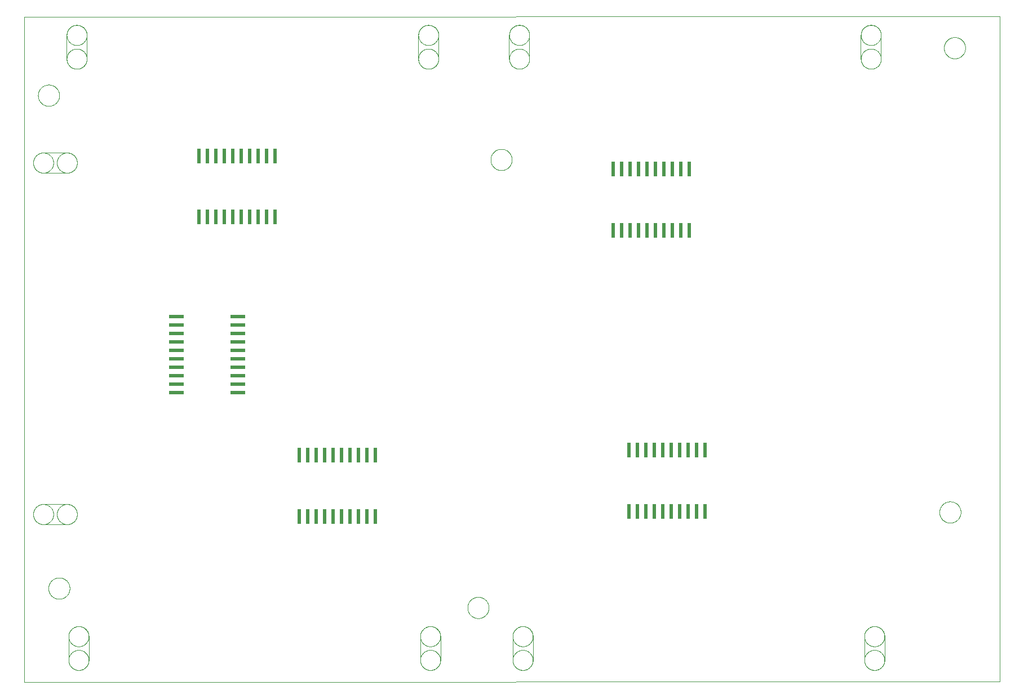
<source format=gtp>
G75*
%MOIN*%
%OFA0B0*%
%FSLAX25Y25*%
%IPPOS*%
%LPD*%
%AMOC8*
5,1,8,0,0,1.08239X$1,22.5*
%
%ADD10C,0.00000*%
%ADD11R,0.02362X0.08661*%
%ADD12R,0.08661X0.02362*%
%ADD13C,0.00009*%
D10*
X0020587Y0018619D02*
X0020587Y0412320D01*
X0597438Y0412713D01*
X0597438Y0019013D01*
X0020587Y0018619D01*
X0046740Y0031800D02*
X0046742Y0031954D01*
X0046748Y0032108D01*
X0046758Y0032261D01*
X0046772Y0032414D01*
X0046790Y0032567D01*
X0046811Y0032719D01*
X0046837Y0032871D01*
X0046867Y0033022D01*
X0046900Y0033172D01*
X0046938Y0033321D01*
X0046979Y0033470D01*
X0047024Y0033617D01*
X0047073Y0033763D01*
X0047126Y0033907D01*
X0047182Y0034050D01*
X0047242Y0034192D01*
X0047306Y0034332D01*
X0047373Y0034470D01*
X0047444Y0034607D01*
X0047518Y0034742D01*
X0047596Y0034874D01*
X0047677Y0035005D01*
X0047762Y0035134D01*
X0047849Y0035260D01*
X0047940Y0035384D01*
X0048035Y0035505D01*
X0048132Y0035625D01*
X0048232Y0035741D01*
X0048336Y0035855D01*
X0048442Y0035966D01*
X0048551Y0036075D01*
X0048663Y0036180D01*
X0048778Y0036283D01*
X0048895Y0036383D01*
X0049015Y0036479D01*
X0049137Y0036573D01*
X0049261Y0036663D01*
X0049388Y0036750D01*
X0049517Y0036834D01*
X0049649Y0036914D01*
X0049782Y0036991D01*
X0049917Y0037064D01*
X0050054Y0037134D01*
X0050193Y0037201D01*
X0050333Y0037263D01*
X0050475Y0037322D01*
X0050619Y0037378D01*
X0050764Y0037430D01*
X0050910Y0037477D01*
X0051057Y0037522D01*
X0051206Y0037562D01*
X0051355Y0037598D01*
X0051506Y0037631D01*
X0051657Y0037660D01*
X0051809Y0037684D01*
X0051961Y0037705D01*
X0052114Y0037722D01*
X0052267Y0037735D01*
X0052421Y0037744D01*
X0052575Y0037749D01*
X0052728Y0037750D01*
X0052882Y0037747D01*
X0053036Y0037740D01*
X0053189Y0037729D01*
X0053343Y0037714D01*
X0053495Y0037695D01*
X0053647Y0037672D01*
X0053799Y0037646D01*
X0053950Y0037615D01*
X0054100Y0037581D01*
X0054249Y0037542D01*
X0054396Y0037500D01*
X0054543Y0037454D01*
X0054689Y0037404D01*
X0054833Y0037351D01*
X0054976Y0037293D01*
X0055117Y0037232D01*
X0055257Y0037168D01*
X0055395Y0037100D01*
X0055531Y0037028D01*
X0055665Y0036953D01*
X0055797Y0036874D01*
X0055927Y0036792D01*
X0056055Y0036707D01*
X0056181Y0036618D01*
X0056304Y0036526D01*
X0056425Y0036431D01*
X0056544Y0036333D01*
X0056660Y0036232D01*
X0056773Y0036128D01*
X0056884Y0036021D01*
X0056991Y0035911D01*
X0057096Y0035798D01*
X0057198Y0035683D01*
X0057297Y0035565D01*
X0057393Y0035445D01*
X0057486Y0035322D01*
X0057575Y0035197D01*
X0057661Y0035070D01*
X0057744Y0034940D01*
X0057824Y0034808D01*
X0057900Y0034675D01*
X0057972Y0034539D01*
X0058041Y0034401D01*
X0058107Y0034262D01*
X0058169Y0034121D01*
X0058227Y0033979D01*
X0058281Y0033835D01*
X0058332Y0033690D01*
X0058379Y0033543D01*
X0058422Y0033396D01*
X0058461Y0033247D01*
X0058497Y0033097D01*
X0058528Y0032947D01*
X0058556Y0032795D01*
X0058580Y0032643D01*
X0058600Y0032491D01*
X0058616Y0032338D01*
X0058628Y0032184D01*
X0058636Y0032031D01*
X0058640Y0031877D01*
X0058640Y0031723D01*
X0058636Y0031569D01*
X0058628Y0031416D01*
X0058616Y0031262D01*
X0058600Y0031109D01*
X0058580Y0030957D01*
X0058556Y0030805D01*
X0058528Y0030653D01*
X0058497Y0030503D01*
X0058461Y0030353D01*
X0058422Y0030204D01*
X0058379Y0030057D01*
X0058332Y0029910D01*
X0058281Y0029765D01*
X0058227Y0029621D01*
X0058169Y0029479D01*
X0058107Y0029338D01*
X0058041Y0029199D01*
X0057972Y0029061D01*
X0057900Y0028925D01*
X0057824Y0028792D01*
X0057744Y0028660D01*
X0057661Y0028530D01*
X0057575Y0028403D01*
X0057486Y0028278D01*
X0057393Y0028155D01*
X0057297Y0028035D01*
X0057198Y0027917D01*
X0057096Y0027802D01*
X0056991Y0027689D01*
X0056884Y0027579D01*
X0056773Y0027472D01*
X0056660Y0027368D01*
X0056544Y0027267D01*
X0056425Y0027169D01*
X0056304Y0027074D01*
X0056181Y0026982D01*
X0056055Y0026893D01*
X0055927Y0026808D01*
X0055797Y0026726D01*
X0055665Y0026647D01*
X0055531Y0026572D01*
X0055395Y0026500D01*
X0055257Y0026432D01*
X0055117Y0026368D01*
X0054976Y0026307D01*
X0054833Y0026249D01*
X0054689Y0026196D01*
X0054543Y0026146D01*
X0054396Y0026100D01*
X0054249Y0026058D01*
X0054100Y0026019D01*
X0053950Y0025985D01*
X0053799Y0025954D01*
X0053647Y0025928D01*
X0053495Y0025905D01*
X0053343Y0025886D01*
X0053189Y0025871D01*
X0053036Y0025860D01*
X0052882Y0025853D01*
X0052728Y0025850D01*
X0052575Y0025851D01*
X0052421Y0025856D01*
X0052267Y0025865D01*
X0052114Y0025878D01*
X0051961Y0025895D01*
X0051809Y0025916D01*
X0051657Y0025940D01*
X0051506Y0025969D01*
X0051355Y0026002D01*
X0051206Y0026038D01*
X0051057Y0026078D01*
X0050910Y0026123D01*
X0050764Y0026170D01*
X0050619Y0026222D01*
X0050475Y0026278D01*
X0050333Y0026337D01*
X0050193Y0026399D01*
X0050054Y0026466D01*
X0049917Y0026536D01*
X0049782Y0026609D01*
X0049649Y0026686D01*
X0049517Y0026766D01*
X0049388Y0026850D01*
X0049261Y0026937D01*
X0049137Y0027027D01*
X0049015Y0027121D01*
X0048895Y0027217D01*
X0048778Y0027317D01*
X0048663Y0027420D01*
X0048551Y0027525D01*
X0048442Y0027634D01*
X0048336Y0027745D01*
X0048232Y0027859D01*
X0048132Y0027975D01*
X0048035Y0028095D01*
X0047940Y0028216D01*
X0047849Y0028340D01*
X0047762Y0028466D01*
X0047677Y0028595D01*
X0047596Y0028726D01*
X0047518Y0028858D01*
X0047444Y0028993D01*
X0047373Y0029130D01*
X0047306Y0029268D01*
X0047242Y0029408D01*
X0047182Y0029550D01*
X0047126Y0029693D01*
X0047073Y0029837D01*
X0047024Y0029983D01*
X0046979Y0030130D01*
X0046938Y0030279D01*
X0046900Y0030428D01*
X0046867Y0030578D01*
X0046837Y0030729D01*
X0046811Y0030881D01*
X0046790Y0031033D01*
X0046772Y0031186D01*
X0046758Y0031339D01*
X0046748Y0031492D01*
X0046742Y0031646D01*
X0046740Y0031800D01*
X0046690Y0031800D02*
X0046692Y0031647D01*
X0046698Y0031494D01*
X0046708Y0031341D01*
X0046721Y0031188D01*
X0046739Y0031036D01*
X0046760Y0030884D01*
X0046786Y0030733D01*
X0046815Y0030583D01*
X0046848Y0030433D01*
X0046885Y0030284D01*
X0046925Y0030136D01*
X0046970Y0029990D01*
X0047018Y0029844D01*
X0047070Y0029700D01*
X0047125Y0029557D01*
X0047184Y0029416D01*
X0047247Y0029276D01*
X0047313Y0029138D01*
X0047383Y0029001D01*
X0047456Y0028867D01*
X0047533Y0028734D01*
X0047613Y0028603D01*
X0047696Y0028475D01*
X0047782Y0028348D01*
X0047872Y0028224D01*
X0047965Y0028102D01*
X0048061Y0027983D01*
X0048160Y0027866D01*
X0048262Y0027751D01*
X0048367Y0027639D01*
X0048475Y0027530D01*
X0048585Y0027424D01*
X0048698Y0027321D01*
X0048814Y0027220D01*
X0048932Y0027123D01*
X0049053Y0027028D01*
X0049176Y0026937D01*
X0049301Y0026849D01*
X0049429Y0026764D01*
X0049558Y0026682D01*
X0049690Y0026604D01*
X0049824Y0026529D01*
X0049959Y0026457D01*
X0050097Y0026389D01*
X0050236Y0026325D01*
X0050376Y0026264D01*
X0050518Y0026207D01*
X0050662Y0026153D01*
X0050807Y0026103D01*
X0050953Y0026057D01*
X0051100Y0026014D01*
X0051248Y0025976D01*
X0051398Y0025941D01*
X0051548Y0025910D01*
X0051698Y0025882D01*
X0051850Y0025859D01*
X0052002Y0025840D01*
X0052154Y0025824D01*
X0052307Y0025812D01*
X0052460Y0025804D01*
X0052613Y0025800D01*
X0052767Y0025800D01*
X0052920Y0025804D01*
X0053073Y0025812D01*
X0053226Y0025824D01*
X0053378Y0025840D01*
X0053530Y0025859D01*
X0053682Y0025882D01*
X0053832Y0025910D01*
X0053982Y0025941D01*
X0054132Y0025976D01*
X0054280Y0026014D01*
X0054427Y0026057D01*
X0054573Y0026103D01*
X0054718Y0026153D01*
X0054862Y0026207D01*
X0055004Y0026264D01*
X0055144Y0026325D01*
X0055283Y0026389D01*
X0055421Y0026457D01*
X0055556Y0026529D01*
X0055690Y0026604D01*
X0055822Y0026682D01*
X0055951Y0026764D01*
X0056079Y0026849D01*
X0056204Y0026937D01*
X0056327Y0027028D01*
X0056448Y0027123D01*
X0056566Y0027220D01*
X0056682Y0027321D01*
X0056795Y0027424D01*
X0056905Y0027530D01*
X0057013Y0027639D01*
X0057118Y0027751D01*
X0057220Y0027866D01*
X0057319Y0027983D01*
X0057415Y0028102D01*
X0057508Y0028224D01*
X0057598Y0028348D01*
X0057684Y0028475D01*
X0057767Y0028603D01*
X0057847Y0028734D01*
X0057924Y0028867D01*
X0057997Y0029001D01*
X0058067Y0029138D01*
X0058133Y0029276D01*
X0058196Y0029416D01*
X0058255Y0029557D01*
X0058310Y0029700D01*
X0058362Y0029844D01*
X0058410Y0029990D01*
X0058455Y0030136D01*
X0058495Y0030284D01*
X0058532Y0030433D01*
X0058565Y0030583D01*
X0058594Y0030733D01*
X0058620Y0030884D01*
X0058641Y0031036D01*
X0058659Y0031188D01*
X0058672Y0031341D01*
X0058682Y0031494D01*
X0058688Y0031647D01*
X0058690Y0031800D01*
X0046740Y0045800D02*
X0046742Y0045954D01*
X0046748Y0046108D01*
X0046758Y0046261D01*
X0046772Y0046414D01*
X0046790Y0046567D01*
X0046811Y0046719D01*
X0046837Y0046871D01*
X0046867Y0047022D01*
X0046900Y0047172D01*
X0046938Y0047321D01*
X0046979Y0047470D01*
X0047024Y0047617D01*
X0047073Y0047763D01*
X0047126Y0047907D01*
X0047182Y0048050D01*
X0047242Y0048192D01*
X0047306Y0048332D01*
X0047373Y0048470D01*
X0047444Y0048607D01*
X0047518Y0048742D01*
X0047596Y0048874D01*
X0047677Y0049005D01*
X0047762Y0049134D01*
X0047849Y0049260D01*
X0047940Y0049384D01*
X0048035Y0049505D01*
X0048132Y0049625D01*
X0048232Y0049741D01*
X0048336Y0049855D01*
X0048442Y0049966D01*
X0048551Y0050075D01*
X0048663Y0050180D01*
X0048778Y0050283D01*
X0048895Y0050383D01*
X0049015Y0050479D01*
X0049137Y0050573D01*
X0049261Y0050663D01*
X0049388Y0050750D01*
X0049517Y0050834D01*
X0049649Y0050914D01*
X0049782Y0050991D01*
X0049917Y0051064D01*
X0050054Y0051134D01*
X0050193Y0051201D01*
X0050333Y0051263D01*
X0050475Y0051322D01*
X0050619Y0051378D01*
X0050764Y0051430D01*
X0050910Y0051477D01*
X0051057Y0051522D01*
X0051206Y0051562D01*
X0051355Y0051598D01*
X0051506Y0051631D01*
X0051657Y0051660D01*
X0051809Y0051684D01*
X0051961Y0051705D01*
X0052114Y0051722D01*
X0052267Y0051735D01*
X0052421Y0051744D01*
X0052575Y0051749D01*
X0052728Y0051750D01*
X0052882Y0051747D01*
X0053036Y0051740D01*
X0053189Y0051729D01*
X0053343Y0051714D01*
X0053495Y0051695D01*
X0053647Y0051672D01*
X0053799Y0051646D01*
X0053950Y0051615D01*
X0054100Y0051581D01*
X0054249Y0051542D01*
X0054396Y0051500D01*
X0054543Y0051454D01*
X0054689Y0051404D01*
X0054833Y0051351D01*
X0054976Y0051293D01*
X0055117Y0051232D01*
X0055257Y0051168D01*
X0055395Y0051100D01*
X0055531Y0051028D01*
X0055665Y0050953D01*
X0055797Y0050874D01*
X0055927Y0050792D01*
X0056055Y0050707D01*
X0056181Y0050618D01*
X0056304Y0050526D01*
X0056425Y0050431D01*
X0056544Y0050333D01*
X0056660Y0050232D01*
X0056773Y0050128D01*
X0056884Y0050021D01*
X0056991Y0049911D01*
X0057096Y0049798D01*
X0057198Y0049683D01*
X0057297Y0049565D01*
X0057393Y0049445D01*
X0057486Y0049322D01*
X0057575Y0049197D01*
X0057661Y0049070D01*
X0057744Y0048940D01*
X0057824Y0048808D01*
X0057900Y0048675D01*
X0057972Y0048539D01*
X0058041Y0048401D01*
X0058107Y0048262D01*
X0058169Y0048121D01*
X0058227Y0047979D01*
X0058281Y0047835D01*
X0058332Y0047690D01*
X0058379Y0047543D01*
X0058422Y0047396D01*
X0058461Y0047247D01*
X0058497Y0047097D01*
X0058528Y0046947D01*
X0058556Y0046795D01*
X0058580Y0046643D01*
X0058600Y0046491D01*
X0058616Y0046338D01*
X0058628Y0046184D01*
X0058636Y0046031D01*
X0058640Y0045877D01*
X0058640Y0045723D01*
X0058636Y0045569D01*
X0058628Y0045416D01*
X0058616Y0045262D01*
X0058600Y0045109D01*
X0058580Y0044957D01*
X0058556Y0044805D01*
X0058528Y0044653D01*
X0058497Y0044503D01*
X0058461Y0044353D01*
X0058422Y0044204D01*
X0058379Y0044057D01*
X0058332Y0043910D01*
X0058281Y0043765D01*
X0058227Y0043621D01*
X0058169Y0043479D01*
X0058107Y0043338D01*
X0058041Y0043199D01*
X0057972Y0043061D01*
X0057900Y0042925D01*
X0057824Y0042792D01*
X0057744Y0042660D01*
X0057661Y0042530D01*
X0057575Y0042403D01*
X0057486Y0042278D01*
X0057393Y0042155D01*
X0057297Y0042035D01*
X0057198Y0041917D01*
X0057096Y0041802D01*
X0056991Y0041689D01*
X0056884Y0041579D01*
X0056773Y0041472D01*
X0056660Y0041368D01*
X0056544Y0041267D01*
X0056425Y0041169D01*
X0056304Y0041074D01*
X0056181Y0040982D01*
X0056055Y0040893D01*
X0055927Y0040808D01*
X0055797Y0040726D01*
X0055665Y0040647D01*
X0055531Y0040572D01*
X0055395Y0040500D01*
X0055257Y0040432D01*
X0055117Y0040368D01*
X0054976Y0040307D01*
X0054833Y0040249D01*
X0054689Y0040196D01*
X0054543Y0040146D01*
X0054396Y0040100D01*
X0054249Y0040058D01*
X0054100Y0040019D01*
X0053950Y0039985D01*
X0053799Y0039954D01*
X0053647Y0039928D01*
X0053495Y0039905D01*
X0053343Y0039886D01*
X0053189Y0039871D01*
X0053036Y0039860D01*
X0052882Y0039853D01*
X0052728Y0039850D01*
X0052575Y0039851D01*
X0052421Y0039856D01*
X0052267Y0039865D01*
X0052114Y0039878D01*
X0051961Y0039895D01*
X0051809Y0039916D01*
X0051657Y0039940D01*
X0051506Y0039969D01*
X0051355Y0040002D01*
X0051206Y0040038D01*
X0051057Y0040078D01*
X0050910Y0040123D01*
X0050764Y0040170D01*
X0050619Y0040222D01*
X0050475Y0040278D01*
X0050333Y0040337D01*
X0050193Y0040399D01*
X0050054Y0040466D01*
X0049917Y0040536D01*
X0049782Y0040609D01*
X0049649Y0040686D01*
X0049517Y0040766D01*
X0049388Y0040850D01*
X0049261Y0040937D01*
X0049137Y0041027D01*
X0049015Y0041121D01*
X0048895Y0041217D01*
X0048778Y0041317D01*
X0048663Y0041420D01*
X0048551Y0041525D01*
X0048442Y0041634D01*
X0048336Y0041745D01*
X0048232Y0041859D01*
X0048132Y0041975D01*
X0048035Y0042095D01*
X0047940Y0042216D01*
X0047849Y0042340D01*
X0047762Y0042466D01*
X0047677Y0042595D01*
X0047596Y0042726D01*
X0047518Y0042858D01*
X0047444Y0042993D01*
X0047373Y0043130D01*
X0047306Y0043268D01*
X0047242Y0043408D01*
X0047182Y0043550D01*
X0047126Y0043693D01*
X0047073Y0043837D01*
X0047024Y0043983D01*
X0046979Y0044130D01*
X0046938Y0044279D01*
X0046900Y0044428D01*
X0046867Y0044578D01*
X0046837Y0044729D01*
X0046811Y0044881D01*
X0046790Y0045033D01*
X0046772Y0045186D01*
X0046758Y0045339D01*
X0046748Y0045492D01*
X0046742Y0045646D01*
X0046740Y0045800D01*
X0046690Y0045800D02*
X0046692Y0045953D01*
X0046698Y0046106D01*
X0046708Y0046259D01*
X0046721Y0046412D01*
X0046739Y0046564D01*
X0046760Y0046716D01*
X0046786Y0046867D01*
X0046815Y0047017D01*
X0046848Y0047167D01*
X0046885Y0047316D01*
X0046925Y0047464D01*
X0046970Y0047610D01*
X0047018Y0047756D01*
X0047070Y0047900D01*
X0047125Y0048043D01*
X0047184Y0048184D01*
X0047247Y0048324D01*
X0047313Y0048462D01*
X0047383Y0048599D01*
X0047456Y0048733D01*
X0047533Y0048866D01*
X0047613Y0048997D01*
X0047696Y0049125D01*
X0047782Y0049252D01*
X0047872Y0049376D01*
X0047965Y0049498D01*
X0048061Y0049617D01*
X0048160Y0049734D01*
X0048262Y0049849D01*
X0048367Y0049961D01*
X0048475Y0050070D01*
X0048585Y0050176D01*
X0048698Y0050279D01*
X0048814Y0050380D01*
X0048932Y0050477D01*
X0049053Y0050572D01*
X0049176Y0050663D01*
X0049301Y0050751D01*
X0049429Y0050836D01*
X0049558Y0050918D01*
X0049690Y0050996D01*
X0049824Y0051071D01*
X0049959Y0051143D01*
X0050097Y0051211D01*
X0050236Y0051275D01*
X0050376Y0051336D01*
X0050518Y0051393D01*
X0050662Y0051447D01*
X0050807Y0051497D01*
X0050953Y0051543D01*
X0051100Y0051586D01*
X0051248Y0051624D01*
X0051398Y0051659D01*
X0051548Y0051690D01*
X0051698Y0051718D01*
X0051850Y0051741D01*
X0052002Y0051760D01*
X0052154Y0051776D01*
X0052307Y0051788D01*
X0052460Y0051796D01*
X0052613Y0051800D01*
X0052767Y0051800D01*
X0052920Y0051796D01*
X0053073Y0051788D01*
X0053226Y0051776D01*
X0053378Y0051760D01*
X0053530Y0051741D01*
X0053682Y0051718D01*
X0053832Y0051690D01*
X0053982Y0051659D01*
X0054132Y0051624D01*
X0054280Y0051586D01*
X0054427Y0051543D01*
X0054573Y0051497D01*
X0054718Y0051447D01*
X0054862Y0051393D01*
X0055004Y0051336D01*
X0055144Y0051275D01*
X0055283Y0051211D01*
X0055421Y0051143D01*
X0055556Y0051071D01*
X0055690Y0050996D01*
X0055822Y0050918D01*
X0055951Y0050836D01*
X0056079Y0050751D01*
X0056204Y0050663D01*
X0056327Y0050572D01*
X0056448Y0050477D01*
X0056566Y0050380D01*
X0056682Y0050279D01*
X0056795Y0050176D01*
X0056905Y0050070D01*
X0057013Y0049961D01*
X0057118Y0049849D01*
X0057220Y0049734D01*
X0057319Y0049617D01*
X0057415Y0049498D01*
X0057508Y0049376D01*
X0057598Y0049252D01*
X0057684Y0049125D01*
X0057767Y0048997D01*
X0057847Y0048866D01*
X0057924Y0048733D01*
X0057997Y0048599D01*
X0058067Y0048462D01*
X0058133Y0048324D01*
X0058196Y0048184D01*
X0058255Y0048043D01*
X0058310Y0047900D01*
X0058362Y0047756D01*
X0058410Y0047610D01*
X0058455Y0047464D01*
X0058495Y0047316D01*
X0058532Y0047167D01*
X0058565Y0047017D01*
X0058594Y0046867D01*
X0058620Y0046716D01*
X0058641Y0046564D01*
X0058659Y0046412D01*
X0058672Y0046259D01*
X0058682Y0046106D01*
X0058688Y0045953D01*
X0058690Y0045800D01*
X0034800Y0074288D02*
X0034802Y0074446D01*
X0034808Y0074604D01*
X0034818Y0074762D01*
X0034832Y0074920D01*
X0034850Y0075077D01*
X0034871Y0075234D01*
X0034897Y0075390D01*
X0034927Y0075546D01*
X0034960Y0075701D01*
X0034998Y0075854D01*
X0035039Y0076007D01*
X0035084Y0076159D01*
X0035133Y0076310D01*
X0035186Y0076459D01*
X0035242Y0076607D01*
X0035302Y0076753D01*
X0035366Y0076898D01*
X0035434Y0077041D01*
X0035505Y0077183D01*
X0035579Y0077323D01*
X0035657Y0077460D01*
X0035739Y0077596D01*
X0035823Y0077730D01*
X0035912Y0077861D01*
X0036003Y0077990D01*
X0036098Y0078117D01*
X0036195Y0078242D01*
X0036296Y0078364D01*
X0036400Y0078483D01*
X0036507Y0078600D01*
X0036617Y0078714D01*
X0036730Y0078825D01*
X0036845Y0078934D01*
X0036963Y0079039D01*
X0037084Y0079141D01*
X0037207Y0079241D01*
X0037333Y0079337D01*
X0037461Y0079430D01*
X0037591Y0079520D01*
X0037724Y0079606D01*
X0037859Y0079690D01*
X0037995Y0079769D01*
X0038134Y0079846D01*
X0038275Y0079918D01*
X0038417Y0079988D01*
X0038561Y0080053D01*
X0038707Y0080115D01*
X0038854Y0080173D01*
X0039003Y0080228D01*
X0039153Y0080279D01*
X0039304Y0080326D01*
X0039456Y0080369D01*
X0039609Y0080408D01*
X0039764Y0080444D01*
X0039919Y0080475D01*
X0040075Y0080503D01*
X0040231Y0080527D01*
X0040388Y0080547D01*
X0040546Y0080563D01*
X0040703Y0080575D01*
X0040862Y0080583D01*
X0041020Y0080587D01*
X0041178Y0080587D01*
X0041336Y0080583D01*
X0041495Y0080575D01*
X0041652Y0080563D01*
X0041810Y0080547D01*
X0041967Y0080527D01*
X0042123Y0080503D01*
X0042279Y0080475D01*
X0042434Y0080444D01*
X0042589Y0080408D01*
X0042742Y0080369D01*
X0042894Y0080326D01*
X0043045Y0080279D01*
X0043195Y0080228D01*
X0043344Y0080173D01*
X0043491Y0080115D01*
X0043637Y0080053D01*
X0043781Y0079988D01*
X0043923Y0079918D01*
X0044064Y0079846D01*
X0044203Y0079769D01*
X0044339Y0079690D01*
X0044474Y0079606D01*
X0044607Y0079520D01*
X0044737Y0079430D01*
X0044865Y0079337D01*
X0044991Y0079241D01*
X0045114Y0079141D01*
X0045235Y0079039D01*
X0045353Y0078934D01*
X0045468Y0078825D01*
X0045581Y0078714D01*
X0045691Y0078600D01*
X0045798Y0078483D01*
X0045902Y0078364D01*
X0046003Y0078242D01*
X0046100Y0078117D01*
X0046195Y0077990D01*
X0046286Y0077861D01*
X0046375Y0077730D01*
X0046459Y0077596D01*
X0046541Y0077460D01*
X0046619Y0077323D01*
X0046693Y0077183D01*
X0046764Y0077041D01*
X0046832Y0076898D01*
X0046896Y0076753D01*
X0046956Y0076607D01*
X0047012Y0076459D01*
X0047065Y0076310D01*
X0047114Y0076159D01*
X0047159Y0076007D01*
X0047200Y0075854D01*
X0047238Y0075701D01*
X0047271Y0075546D01*
X0047301Y0075390D01*
X0047327Y0075234D01*
X0047348Y0075077D01*
X0047366Y0074920D01*
X0047380Y0074762D01*
X0047390Y0074604D01*
X0047396Y0074446D01*
X0047398Y0074288D01*
X0047396Y0074130D01*
X0047390Y0073972D01*
X0047380Y0073814D01*
X0047366Y0073656D01*
X0047348Y0073499D01*
X0047327Y0073342D01*
X0047301Y0073186D01*
X0047271Y0073030D01*
X0047238Y0072875D01*
X0047200Y0072722D01*
X0047159Y0072569D01*
X0047114Y0072417D01*
X0047065Y0072266D01*
X0047012Y0072117D01*
X0046956Y0071969D01*
X0046896Y0071823D01*
X0046832Y0071678D01*
X0046764Y0071535D01*
X0046693Y0071393D01*
X0046619Y0071253D01*
X0046541Y0071116D01*
X0046459Y0070980D01*
X0046375Y0070846D01*
X0046286Y0070715D01*
X0046195Y0070586D01*
X0046100Y0070459D01*
X0046003Y0070334D01*
X0045902Y0070212D01*
X0045798Y0070093D01*
X0045691Y0069976D01*
X0045581Y0069862D01*
X0045468Y0069751D01*
X0045353Y0069642D01*
X0045235Y0069537D01*
X0045114Y0069435D01*
X0044991Y0069335D01*
X0044865Y0069239D01*
X0044737Y0069146D01*
X0044607Y0069056D01*
X0044474Y0068970D01*
X0044339Y0068886D01*
X0044203Y0068807D01*
X0044064Y0068730D01*
X0043923Y0068658D01*
X0043781Y0068588D01*
X0043637Y0068523D01*
X0043491Y0068461D01*
X0043344Y0068403D01*
X0043195Y0068348D01*
X0043045Y0068297D01*
X0042894Y0068250D01*
X0042742Y0068207D01*
X0042589Y0068168D01*
X0042434Y0068132D01*
X0042279Y0068101D01*
X0042123Y0068073D01*
X0041967Y0068049D01*
X0041810Y0068029D01*
X0041652Y0068013D01*
X0041495Y0068001D01*
X0041336Y0067993D01*
X0041178Y0067989D01*
X0041020Y0067989D01*
X0040862Y0067993D01*
X0040703Y0068001D01*
X0040546Y0068013D01*
X0040388Y0068029D01*
X0040231Y0068049D01*
X0040075Y0068073D01*
X0039919Y0068101D01*
X0039764Y0068132D01*
X0039609Y0068168D01*
X0039456Y0068207D01*
X0039304Y0068250D01*
X0039153Y0068297D01*
X0039003Y0068348D01*
X0038854Y0068403D01*
X0038707Y0068461D01*
X0038561Y0068523D01*
X0038417Y0068588D01*
X0038275Y0068658D01*
X0038134Y0068730D01*
X0037995Y0068807D01*
X0037859Y0068886D01*
X0037724Y0068970D01*
X0037591Y0069056D01*
X0037461Y0069146D01*
X0037333Y0069239D01*
X0037207Y0069335D01*
X0037084Y0069435D01*
X0036963Y0069537D01*
X0036845Y0069642D01*
X0036730Y0069751D01*
X0036617Y0069862D01*
X0036507Y0069976D01*
X0036400Y0070093D01*
X0036296Y0070212D01*
X0036195Y0070334D01*
X0036098Y0070459D01*
X0036003Y0070586D01*
X0035912Y0070715D01*
X0035823Y0070846D01*
X0035739Y0070980D01*
X0035657Y0071116D01*
X0035579Y0071253D01*
X0035505Y0071393D01*
X0035434Y0071535D01*
X0035366Y0071678D01*
X0035302Y0071823D01*
X0035242Y0071969D01*
X0035186Y0072117D01*
X0035133Y0072266D01*
X0035084Y0072417D01*
X0035039Y0072569D01*
X0034998Y0072722D01*
X0034960Y0072875D01*
X0034927Y0073030D01*
X0034897Y0073186D01*
X0034871Y0073342D01*
X0034850Y0073499D01*
X0034832Y0073656D01*
X0034818Y0073814D01*
X0034808Y0073972D01*
X0034802Y0074130D01*
X0034800Y0074288D01*
X0025850Y0118083D02*
X0025852Y0118237D01*
X0025858Y0118391D01*
X0025868Y0118544D01*
X0025882Y0118697D01*
X0025900Y0118850D01*
X0025921Y0119002D01*
X0025947Y0119154D01*
X0025977Y0119305D01*
X0026010Y0119455D01*
X0026048Y0119604D01*
X0026089Y0119753D01*
X0026134Y0119900D01*
X0026183Y0120046D01*
X0026236Y0120190D01*
X0026292Y0120333D01*
X0026352Y0120475D01*
X0026416Y0120615D01*
X0026483Y0120753D01*
X0026554Y0120890D01*
X0026628Y0121025D01*
X0026706Y0121157D01*
X0026787Y0121288D01*
X0026872Y0121417D01*
X0026959Y0121543D01*
X0027050Y0121667D01*
X0027145Y0121788D01*
X0027242Y0121908D01*
X0027342Y0122024D01*
X0027446Y0122138D01*
X0027552Y0122249D01*
X0027661Y0122358D01*
X0027773Y0122463D01*
X0027888Y0122566D01*
X0028005Y0122666D01*
X0028125Y0122762D01*
X0028247Y0122856D01*
X0028371Y0122946D01*
X0028498Y0123033D01*
X0028627Y0123117D01*
X0028759Y0123197D01*
X0028892Y0123274D01*
X0029027Y0123347D01*
X0029164Y0123417D01*
X0029303Y0123484D01*
X0029443Y0123546D01*
X0029585Y0123605D01*
X0029729Y0123661D01*
X0029874Y0123713D01*
X0030020Y0123760D01*
X0030167Y0123805D01*
X0030316Y0123845D01*
X0030465Y0123881D01*
X0030616Y0123914D01*
X0030767Y0123943D01*
X0030919Y0123967D01*
X0031071Y0123988D01*
X0031224Y0124005D01*
X0031377Y0124018D01*
X0031531Y0124027D01*
X0031685Y0124032D01*
X0031838Y0124033D01*
X0031992Y0124030D01*
X0032146Y0124023D01*
X0032299Y0124012D01*
X0032453Y0123997D01*
X0032605Y0123978D01*
X0032757Y0123955D01*
X0032909Y0123929D01*
X0033060Y0123898D01*
X0033210Y0123864D01*
X0033359Y0123825D01*
X0033506Y0123783D01*
X0033653Y0123737D01*
X0033799Y0123687D01*
X0033943Y0123634D01*
X0034086Y0123576D01*
X0034227Y0123515D01*
X0034367Y0123451D01*
X0034505Y0123383D01*
X0034641Y0123311D01*
X0034775Y0123236D01*
X0034907Y0123157D01*
X0035037Y0123075D01*
X0035165Y0122990D01*
X0035291Y0122901D01*
X0035414Y0122809D01*
X0035535Y0122714D01*
X0035654Y0122616D01*
X0035770Y0122515D01*
X0035883Y0122411D01*
X0035994Y0122304D01*
X0036101Y0122194D01*
X0036206Y0122081D01*
X0036308Y0121966D01*
X0036407Y0121848D01*
X0036503Y0121728D01*
X0036596Y0121605D01*
X0036685Y0121480D01*
X0036771Y0121353D01*
X0036854Y0121223D01*
X0036934Y0121091D01*
X0037010Y0120958D01*
X0037082Y0120822D01*
X0037151Y0120684D01*
X0037217Y0120545D01*
X0037279Y0120404D01*
X0037337Y0120262D01*
X0037391Y0120118D01*
X0037442Y0119973D01*
X0037489Y0119826D01*
X0037532Y0119679D01*
X0037571Y0119530D01*
X0037607Y0119380D01*
X0037638Y0119230D01*
X0037666Y0119078D01*
X0037690Y0118926D01*
X0037710Y0118774D01*
X0037726Y0118621D01*
X0037738Y0118467D01*
X0037746Y0118314D01*
X0037750Y0118160D01*
X0037750Y0118006D01*
X0037746Y0117852D01*
X0037738Y0117699D01*
X0037726Y0117545D01*
X0037710Y0117392D01*
X0037690Y0117240D01*
X0037666Y0117088D01*
X0037638Y0116936D01*
X0037607Y0116786D01*
X0037571Y0116636D01*
X0037532Y0116487D01*
X0037489Y0116340D01*
X0037442Y0116193D01*
X0037391Y0116048D01*
X0037337Y0115904D01*
X0037279Y0115762D01*
X0037217Y0115621D01*
X0037151Y0115482D01*
X0037082Y0115344D01*
X0037010Y0115208D01*
X0036934Y0115075D01*
X0036854Y0114943D01*
X0036771Y0114813D01*
X0036685Y0114686D01*
X0036596Y0114561D01*
X0036503Y0114438D01*
X0036407Y0114318D01*
X0036308Y0114200D01*
X0036206Y0114085D01*
X0036101Y0113972D01*
X0035994Y0113862D01*
X0035883Y0113755D01*
X0035770Y0113651D01*
X0035654Y0113550D01*
X0035535Y0113452D01*
X0035414Y0113357D01*
X0035291Y0113265D01*
X0035165Y0113176D01*
X0035037Y0113091D01*
X0034907Y0113009D01*
X0034775Y0112930D01*
X0034641Y0112855D01*
X0034505Y0112783D01*
X0034367Y0112715D01*
X0034227Y0112651D01*
X0034086Y0112590D01*
X0033943Y0112532D01*
X0033799Y0112479D01*
X0033653Y0112429D01*
X0033506Y0112383D01*
X0033359Y0112341D01*
X0033210Y0112302D01*
X0033060Y0112268D01*
X0032909Y0112237D01*
X0032757Y0112211D01*
X0032605Y0112188D01*
X0032453Y0112169D01*
X0032299Y0112154D01*
X0032146Y0112143D01*
X0031992Y0112136D01*
X0031838Y0112133D01*
X0031685Y0112134D01*
X0031531Y0112139D01*
X0031377Y0112148D01*
X0031224Y0112161D01*
X0031071Y0112178D01*
X0030919Y0112199D01*
X0030767Y0112223D01*
X0030616Y0112252D01*
X0030465Y0112285D01*
X0030316Y0112321D01*
X0030167Y0112361D01*
X0030020Y0112406D01*
X0029874Y0112453D01*
X0029729Y0112505D01*
X0029585Y0112561D01*
X0029443Y0112620D01*
X0029303Y0112682D01*
X0029164Y0112749D01*
X0029027Y0112819D01*
X0028892Y0112892D01*
X0028759Y0112969D01*
X0028627Y0113049D01*
X0028498Y0113133D01*
X0028371Y0113220D01*
X0028247Y0113310D01*
X0028125Y0113404D01*
X0028005Y0113500D01*
X0027888Y0113600D01*
X0027773Y0113703D01*
X0027661Y0113808D01*
X0027552Y0113917D01*
X0027446Y0114028D01*
X0027342Y0114142D01*
X0027242Y0114258D01*
X0027145Y0114378D01*
X0027050Y0114499D01*
X0026959Y0114623D01*
X0026872Y0114749D01*
X0026787Y0114878D01*
X0026706Y0115009D01*
X0026628Y0115141D01*
X0026554Y0115276D01*
X0026483Y0115413D01*
X0026416Y0115551D01*
X0026352Y0115691D01*
X0026292Y0115833D01*
X0026236Y0115976D01*
X0026183Y0116120D01*
X0026134Y0116266D01*
X0026089Y0116413D01*
X0026048Y0116562D01*
X0026010Y0116711D01*
X0025977Y0116861D01*
X0025947Y0117012D01*
X0025921Y0117164D01*
X0025900Y0117316D01*
X0025882Y0117469D01*
X0025868Y0117622D01*
X0025858Y0117775D01*
X0025852Y0117929D01*
X0025850Y0118083D01*
X0031800Y0124083D02*
X0031647Y0124081D01*
X0031494Y0124075D01*
X0031341Y0124065D01*
X0031188Y0124052D01*
X0031036Y0124034D01*
X0030884Y0124013D01*
X0030733Y0123987D01*
X0030583Y0123958D01*
X0030433Y0123925D01*
X0030284Y0123888D01*
X0030136Y0123848D01*
X0029990Y0123803D01*
X0029844Y0123755D01*
X0029700Y0123703D01*
X0029557Y0123648D01*
X0029416Y0123589D01*
X0029276Y0123526D01*
X0029138Y0123460D01*
X0029001Y0123390D01*
X0028867Y0123317D01*
X0028734Y0123240D01*
X0028603Y0123160D01*
X0028475Y0123077D01*
X0028348Y0122991D01*
X0028224Y0122901D01*
X0028102Y0122808D01*
X0027983Y0122712D01*
X0027866Y0122613D01*
X0027751Y0122511D01*
X0027639Y0122406D01*
X0027530Y0122298D01*
X0027424Y0122188D01*
X0027321Y0122075D01*
X0027220Y0121959D01*
X0027123Y0121841D01*
X0027028Y0121720D01*
X0026937Y0121597D01*
X0026849Y0121472D01*
X0026764Y0121344D01*
X0026682Y0121215D01*
X0026604Y0121083D01*
X0026529Y0120949D01*
X0026457Y0120814D01*
X0026389Y0120676D01*
X0026325Y0120537D01*
X0026264Y0120397D01*
X0026207Y0120255D01*
X0026153Y0120111D01*
X0026103Y0119966D01*
X0026057Y0119820D01*
X0026014Y0119673D01*
X0025976Y0119525D01*
X0025941Y0119375D01*
X0025910Y0119225D01*
X0025882Y0119075D01*
X0025859Y0118923D01*
X0025840Y0118771D01*
X0025824Y0118619D01*
X0025812Y0118466D01*
X0025804Y0118313D01*
X0025800Y0118160D01*
X0025800Y0118006D01*
X0025804Y0117853D01*
X0025812Y0117700D01*
X0025824Y0117547D01*
X0025840Y0117395D01*
X0025859Y0117243D01*
X0025882Y0117091D01*
X0025910Y0116941D01*
X0025941Y0116791D01*
X0025976Y0116641D01*
X0026014Y0116493D01*
X0026057Y0116346D01*
X0026103Y0116200D01*
X0026153Y0116055D01*
X0026207Y0115911D01*
X0026264Y0115769D01*
X0026325Y0115629D01*
X0026389Y0115490D01*
X0026457Y0115352D01*
X0026529Y0115217D01*
X0026604Y0115083D01*
X0026682Y0114951D01*
X0026764Y0114822D01*
X0026849Y0114694D01*
X0026937Y0114569D01*
X0027028Y0114446D01*
X0027123Y0114325D01*
X0027220Y0114207D01*
X0027321Y0114091D01*
X0027424Y0113978D01*
X0027530Y0113868D01*
X0027639Y0113760D01*
X0027751Y0113655D01*
X0027866Y0113553D01*
X0027983Y0113454D01*
X0028102Y0113358D01*
X0028224Y0113265D01*
X0028348Y0113175D01*
X0028475Y0113089D01*
X0028603Y0113006D01*
X0028734Y0112926D01*
X0028867Y0112849D01*
X0029001Y0112776D01*
X0029138Y0112706D01*
X0029276Y0112640D01*
X0029416Y0112577D01*
X0029557Y0112518D01*
X0029700Y0112463D01*
X0029844Y0112411D01*
X0029990Y0112363D01*
X0030136Y0112318D01*
X0030284Y0112278D01*
X0030433Y0112241D01*
X0030583Y0112208D01*
X0030733Y0112179D01*
X0030884Y0112153D01*
X0031036Y0112132D01*
X0031188Y0112114D01*
X0031341Y0112101D01*
X0031494Y0112091D01*
X0031647Y0112085D01*
X0031800Y0112083D01*
X0039850Y0118083D02*
X0039852Y0118237D01*
X0039858Y0118391D01*
X0039868Y0118544D01*
X0039882Y0118697D01*
X0039900Y0118850D01*
X0039921Y0119002D01*
X0039947Y0119154D01*
X0039977Y0119305D01*
X0040010Y0119455D01*
X0040048Y0119604D01*
X0040089Y0119753D01*
X0040134Y0119900D01*
X0040183Y0120046D01*
X0040236Y0120190D01*
X0040292Y0120333D01*
X0040352Y0120475D01*
X0040416Y0120615D01*
X0040483Y0120753D01*
X0040554Y0120890D01*
X0040628Y0121025D01*
X0040706Y0121157D01*
X0040787Y0121288D01*
X0040872Y0121417D01*
X0040959Y0121543D01*
X0041050Y0121667D01*
X0041145Y0121788D01*
X0041242Y0121908D01*
X0041342Y0122024D01*
X0041446Y0122138D01*
X0041552Y0122249D01*
X0041661Y0122358D01*
X0041773Y0122463D01*
X0041888Y0122566D01*
X0042005Y0122666D01*
X0042125Y0122762D01*
X0042247Y0122856D01*
X0042371Y0122946D01*
X0042498Y0123033D01*
X0042627Y0123117D01*
X0042759Y0123197D01*
X0042892Y0123274D01*
X0043027Y0123347D01*
X0043164Y0123417D01*
X0043303Y0123484D01*
X0043443Y0123546D01*
X0043585Y0123605D01*
X0043729Y0123661D01*
X0043874Y0123713D01*
X0044020Y0123760D01*
X0044167Y0123805D01*
X0044316Y0123845D01*
X0044465Y0123881D01*
X0044616Y0123914D01*
X0044767Y0123943D01*
X0044919Y0123967D01*
X0045071Y0123988D01*
X0045224Y0124005D01*
X0045377Y0124018D01*
X0045531Y0124027D01*
X0045685Y0124032D01*
X0045838Y0124033D01*
X0045992Y0124030D01*
X0046146Y0124023D01*
X0046299Y0124012D01*
X0046453Y0123997D01*
X0046605Y0123978D01*
X0046757Y0123955D01*
X0046909Y0123929D01*
X0047060Y0123898D01*
X0047210Y0123864D01*
X0047359Y0123825D01*
X0047506Y0123783D01*
X0047653Y0123737D01*
X0047799Y0123687D01*
X0047943Y0123634D01*
X0048086Y0123576D01*
X0048227Y0123515D01*
X0048367Y0123451D01*
X0048505Y0123383D01*
X0048641Y0123311D01*
X0048775Y0123236D01*
X0048907Y0123157D01*
X0049037Y0123075D01*
X0049165Y0122990D01*
X0049291Y0122901D01*
X0049414Y0122809D01*
X0049535Y0122714D01*
X0049654Y0122616D01*
X0049770Y0122515D01*
X0049883Y0122411D01*
X0049994Y0122304D01*
X0050101Y0122194D01*
X0050206Y0122081D01*
X0050308Y0121966D01*
X0050407Y0121848D01*
X0050503Y0121728D01*
X0050596Y0121605D01*
X0050685Y0121480D01*
X0050771Y0121353D01*
X0050854Y0121223D01*
X0050934Y0121091D01*
X0051010Y0120958D01*
X0051082Y0120822D01*
X0051151Y0120684D01*
X0051217Y0120545D01*
X0051279Y0120404D01*
X0051337Y0120262D01*
X0051391Y0120118D01*
X0051442Y0119973D01*
X0051489Y0119826D01*
X0051532Y0119679D01*
X0051571Y0119530D01*
X0051607Y0119380D01*
X0051638Y0119230D01*
X0051666Y0119078D01*
X0051690Y0118926D01*
X0051710Y0118774D01*
X0051726Y0118621D01*
X0051738Y0118467D01*
X0051746Y0118314D01*
X0051750Y0118160D01*
X0051750Y0118006D01*
X0051746Y0117852D01*
X0051738Y0117699D01*
X0051726Y0117545D01*
X0051710Y0117392D01*
X0051690Y0117240D01*
X0051666Y0117088D01*
X0051638Y0116936D01*
X0051607Y0116786D01*
X0051571Y0116636D01*
X0051532Y0116487D01*
X0051489Y0116340D01*
X0051442Y0116193D01*
X0051391Y0116048D01*
X0051337Y0115904D01*
X0051279Y0115762D01*
X0051217Y0115621D01*
X0051151Y0115482D01*
X0051082Y0115344D01*
X0051010Y0115208D01*
X0050934Y0115075D01*
X0050854Y0114943D01*
X0050771Y0114813D01*
X0050685Y0114686D01*
X0050596Y0114561D01*
X0050503Y0114438D01*
X0050407Y0114318D01*
X0050308Y0114200D01*
X0050206Y0114085D01*
X0050101Y0113972D01*
X0049994Y0113862D01*
X0049883Y0113755D01*
X0049770Y0113651D01*
X0049654Y0113550D01*
X0049535Y0113452D01*
X0049414Y0113357D01*
X0049291Y0113265D01*
X0049165Y0113176D01*
X0049037Y0113091D01*
X0048907Y0113009D01*
X0048775Y0112930D01*
X0048641Y0112855D01*
X0048505Y0112783D01*
X0048367Y0112715D01*
X0048227Y0112651D01*
X0048086Y0112590D01*
X0047943Y0112532D01*
X0047799Y0112479D01*
X0047653Y0112429D01*
X0047506Y0112383D01*
X0047359Y0112341D01*
X0047210Y0112302D01*
X0047060Y0112268D01*
X0046909Y0112237D01*
X0046757Y0112211D01*
X0046605Y0112188D01*
X0046453Y0112169D01*
X0046299Y0112154D01*
X0046146Y0112143D01*
X0045992Y0112136D01*
X0045838Y0112133D01*
X0045685Y0112134D01*
X0045531Y0112139D01*
X0045377Y0112148D01*
X0045224Y0112161D01*
X0045071Y0112178D01*
X0044919Y0112199D01*
X0044767Y0112223D01*
X0044616Y0112252D01*
X0044465Y0112285D01*
X0044316Y0112321D01*
X0044167Y0112361D01*
X0044020Y0112406D01*
X0043874Y0112453D01*
X0043729Y0112505D01*
X0043585Y0112561D01*
X0043443Y0112620D01*
X0043303Y0112682D01*
X0043164Y0112749D01*
X0043027Y0112819D01*
X0042892Y0112892D01*
X0042759Y0112969D01*
X0042627Y0113049D01*
X0042498Y0113133D01*
X0042371Y0113220D01*
X0042247Y0113310D01*
X0042125Y0113404D01*
X0042005Y0113500D01*
X0041888Y0113600D01*
X0041773Y0113703D01*
X0041661Y0113808D01*
X0041552Y0113917D01*
X0041446Y0114028D01*
X0041342Y0114142D01*
X0041242Y0114258D01*
X0041145Y0114378D01*
X0041050Y0114499D01*
X0040959Y0114623D01*
X0040872Y0114749D01*
X0040787Y0114878D01*
X0040706Y0115009D01*
X0040628Y0115141D01*
X0040554Y0115276D01*
X0040483Y0115413D01*
X0040416Y0115551D01*
X0040352Y0115691D01*
X0040292Y0115833D01*
X0040236Y0115976D01*
X0040183Y0116120D01*
X0040134Y0116266D01*
X0040089Y0116413D01*
X0040048Y0116562D01*
X0040010Y0116711D01*
X0039977Y0116861D01*
X0039947Y0117012D01*
X0039921Y0117164D01*
X0039900Y0117316D01*
X0039882Y0117469D01*
X0039868Y0117622D01*
X0039858Y0117775D01*
X0039852Y0117929D01*
X0039850Y0118083D01*
X0045800Y0112083D02*
X0045953Y0112085D01*
X0046106Y0112091D01*
X0046259Y0112101D01*
X0046412Y0112114D01*
X0046564Y0112132D01*
X0046716Y0112153D01*
X0046867Y0112179D01*
X0047017Y0112208D01*
X0047167Y0112241D01*
X0047316Y0112278D01*
X0047464Y0112318D01*
X0047610Y0112363D01*
X0047756Y0112411D01*
X0047900Y0112463D01*
X0048043Y0112518D01*
X0048184Y0112577D01*
X0048324Y0112640D01*
X0048462Y0112706D01*
X0048599Y0112776D01*
X0048733Y0112849D01*
X0048866Y0112926D01*
X0048997Y0113006D01*
X0049125Y0113089D01*
X0049252Y0113175D01*
X0049376Y0113265D01*
X0049498Y0113358D01*
X0049617Y0113454D01*
X0049734Y0113553D01*
X0049849Y0113655D01*
X0049961Y0113760D01*
X0050070Y0113868D01*
X0050176Y0113978D01*
X0050279Y0114091D01*
X0050380Y0114207D01*
X0050477Y0114325D01*
X0050572Y0114446D01*
X0050663Y0114569D01*
X0050751Y0114694D01*
X0050836Y0114822D01*
X0050918Y0114951D01*
X0050996Y0115083D01*
X0051071Y0115217D01*
X0051143Y0115352D01*
X0051211Y0115490D01*
X0051275Y0115629D01*
X0051336Y0115769D01*
X0051393Y0115911D01*
X0051447Y0116055D01*
X0051497Y0116200D01*
X0051543Y0116346D01*
X0051586Y0116493D01*
X0051624Y0116641D01*
X0051659Y0116791D01*
X0051690Y0116941D01*
X0051718Y0117091D01*
X0051741Y0117243D01*
X0051760Y0117395D01*
X0051776Y0117547D01*
X0051788Y0117700D01*
X0051796Y0117853D01*
X0051800Y0118006D01*
X0051800Y0118160D01*
X0051796Y0118313D01*
X0051788Y0118466D01*
X0051776Y0118619D01*
X0051760Y0118771D01*
X0051741Y0118923D01*
X0051718Y0119075D01*
X0051690Y0119225D01*
X0051659Y0119375D01*
X0051624Y0119525D01*
X0051586Y0119673D01*
X0051543Y0119820D01*
X0051497Y0119966D01*
X0051447Y0120111D01*
X0051393Y0120255D01*
X0051336Y0120397D01*
X0051275Y0120537D01*
X0051211Y0120676D01*
X0051143Y0120814D01*
X0051071Y0120949D01*
X0050996Y0121083D01*
X0050918Y0121215D01*
X0050836Y0121344D01*
X0050751Y0121472D01*
X0050663Y0121597D01*
X0050572Y0121720D01*
X0050477Y0121841D01*
X0050380Y0121959D01*
X0050279Y0122075D01*
X0050176Y0122188D01*
X0050070Y0122298D01*
X0049961Y0122406D01*
X0049849Y0122511D01*
X0049734Y0122613D01*
X0049617Y0122712D01*
X0049498Y0122808D01*
X0049376Y0122901D01*
X0049252Y0122991D01*
X0049125Y0123077D01*
X0048997Y0123160D01*
X0048866Y0123240D01*
X0048733Y0123317D01*
X0048599Y0123390D01*
X0048462Y0123460D01*
X0048324Y0123526D01*
X0048184Y0123589D01*
X0048043Y0123648D01*
X0047900Y0123703D01*
X0047756Y0123755D01*
X0047610Y0123803D01*
X0047464Y0123848D01*
X0047316Y0123888D01*
X0047167Y0123925D01*
X0047017Y0123958D01*
X0046867Y0123987D01*
X0046716Y0124013D01*
X0046564Y0124034D01*
X0046412Y0124052D01*
X0046259Y0124065D01*
X0046106Y0124075D01*
X0045953Y0124081D01*
X0045800Y0124083D01*
X0254740Y0045800D02*
X0254742Y0045954D01*
X0254748Y0046108D01*
X0254758Y0046261D01*
X0254772Y0046414D01*
X0254790Y0046567D01*
X0254811Y0046719D01*
X0254837Y0046871D01*
X0254867Y0047022D01*
X0254900Y0047172D01*
X0254938Y0047321D01*
X0254979Y0047470D01*
X0255024Y0047617D01*
X0255073Y0047763D01*
X0255126Y0047907D01*
X0255182Y0048050D01*
X0255242Y0048192D01*
X0255306Y0048332D01*
X0255373Y0048470D01*
X0255444Y0048607D01*
X0255518Y0048742D01*
X0255596Y0048874D01*
X0255677Y0049005D01*
X0255762Y0049134D01*
X0255849Y0049260D01*
X0255940Y0049384D01*
X0256035Y0049505D01*
X0256132Y0049625D01*
X0256232Y0049741D01*
X0256336Y0049855D01*
X0256442Y0049966D01*
X0256551Y0050075D01*
X0256663Y0050180D01*
X0256778Y0050283D01*
X0256895Y0050383D01*
X0257015Y0050479D01*
X0257137Y0050573D01*
X0257261Y0050663D01*
X0257388Y0050750D01*
X0257517Y0050834D01*
X0257649Y0050914D01*
X0257782Y0050991D01*
X0257917Y0051064D01*
X0258054Y0051134D01*
X0258193Y0051201D01*
X0258333Y0051263D01*
X0258475Y0051322D01*
X0258619Y0051378D01*
X0258764Y0051430D01*
X0258910Y0051477D01*
X0259057Y0051522D01*
X0259206Y0051562D01*
X0259355Y0051598D01*
X0259506Y0051631D01*
X0259657Y0051660D01*
X0259809Y0051684D01*
X0259961Y0051705D01*
X0260114Y0051722D01*
X0260267Y0051735D01*
X0260421Y0051744D01*
X0260575Y0051749D01*
X0260728Y0051750D01*
X0260882Y0051747D01*
X0261036Y0051740D01*
X0261189Y0051729D01*
X0261343Y0051714D01*
X0261495Y0051695D01*
X0261647Y0051672D01*
X0261799Y0051646D01*
X0261950Y0051615D01*
X0262100Y0051581D01*
X0262249Y0051542D01*
X0262396Y0051500D01*
X0262543Y0051454D01*
X0262689Y0051404D01*
X0262833Y0051351D01*
X0262976Y0051293D01*
X0263117Y0051232D01*
X0263257Y0051168D01*
X0263395Y0051100D01*
X0263531Y0051028D01*
X0263665Y0050953D01*
X0263797Y0050874D01*
X0263927Y0050792D01*
X0264055Y0050707D01*
X0264181Y0050618D01*
X0264304Y0050526D01*
X0264425Y0050431D01*
X0264544Y0050333D01*
X0264660Y0050232D01*
X0264773Y0050128D01*
X0264884Y0050021D01*
X0264991Y0049911D01*
X0265096Y0049798D01*
X0265198Y0049683D01*
X0265297Y0049565D01*
X0265393Y0049445D01*
X0265486Y0049322D01*
X0265575Y0049197D01*
X0265661Y0049070D01*
X0265744Y0048940D01*
X0265824Y0048808D01*
X0265900Y0048675D01*
X0265972Y0048539D01*
X0266041Y0048401D01*
X0266107Y0048262D01*
X0266169Y0048121D01*
X0266227Y0047979D01*
X0266281Y0047835D01*
X0266332Y0047690D01*
X0266379Y0047543D01*
X0266422Y0047396D01*
X0266461Y0047247D01*
X0266497Y0047097D01*
X0266528Y0046947D01*
X0266556Y0046795D01*
X0266580Y0046643D01*
X0266600Y0046491D01*
X0266616Y0046338D01*
X0266628Y0046184D01*
X0266636Y0046031D01*
X0266640Y0045877D01*
X0266640Y0045723D01*
X0266636Y0045569D01*
X0266628Y0045416D01*
X0266616Y0045262D01*
X0266600Y0045109D01*
X0266580Y0044957D01*
X0266556Y0044805D01*
X0266528Y0044653D01*
X0266497Y0044503D01*
X0266461Y0044353D01*
X0266422Y0044204D01*
X0266379Y0044057D01*
X0266332Y0043910D01*
X0266281Y0043765D01*
X0266227Y0043621D01*
X0266169Y0043479D01*
X0266107Y0043338D01*
X0266041Y0043199D01*
X0265972Y0043061D01*
X0265900Y0042925D01*
X0265824Y0042792D01*
X0265744Y0042660D01*
X0265661Y0042530D01*
X0265575Y0042403D01*
X0265486Y0042278D01*
X0265393Y0042155D01*
X0265297Y0042035D01*
X0265198Y0041917D01*
X0265096Y0041802D01*
X0264991Y0041689D01*
X0264884Y0041579D01*
X0264773Y0041472D01*
X0264660Y0041368D01*
X0264544Y0041267D01*
X0264425Y0041169D01*
X0264304Y0041074D01*
X0264181Y0040982D01*
X0264055Y0040893D01*
X0263927Y0040808D01*
X0263797Y0040726D01*
X0263665Y0040647D01*
X0263531Y0040572D01*
X0263395Y0040500D01*
X0263257Y0040432D01*
X0263117Y0040368D01*
X0262976Y0040307D01*
X0262833Y0040249D01*
X0262689Y0040196D01*
X0262543Y0040146D01*
X0262396Y0040100D01*
X0262249Y0040058D01*
X0262100Y0040019D01*
X0261950Y0039985D01*
X0261799Y0039954D01*
X0261647Y0039928D01*
X0261495Y0039905D01*
X0261343Y0039886D01*
X0261189Y0039871D01*
X0261036Y0039860D01*
X0260882Y0039853D01*
X0260728Y0039850D01*
X0260575Y0039851D01*
X0260421Y0039856D01*
X0260267Y0039865D01*
X0260114Y0039878D01*
X0259961Y0039895D01*
X0259809Y0039916D01*
X0259657Y0039940D01*
X0259506Y0039969D01*
X0259355Y0040002D01*
X0259206Y0040038D01*
X0259057Y0040078D01*
X0258910Y0040123D01*
X0258764Y0040170D01*
X0258619Y0040222D01*
X0258475Y0040278D01*
X0258333Y0040337D01*
X0258193Y0040399D01*
X0258054Y0040466D01*
X0257917Y0040536D01*
X0257782Y0040609D01*
X0257649Y0040686D01*
X0257517Y0040766D01*
X0257388Y0040850D01*
X0257261Y0040937D01*
X0257137Y0041027D01*
X0257015Y0041121D01*
X0256895Y0041217D01*
X0256778Y0041317D01*
X0256663Y0041420D01*
X0256551Y0041525D01*
X0256442Y0041634D01*
X0256336Y0041745D01*
X0256232Y0041859D01*
X0256132Y0041975D01*
X0256035Y0042095D01*
X0255940Y0042216D01*
X0255849Y0042340D01*
X0255762Y0042466D01*
X0255677Y0042595D01*
X0255596Y0042726D01*
X0255518Y0042858D01*
X0255444Y0042993D01*
X0255373Y0043130D01*
X0255306Y0043268D01*
X0255242Y0043408D01*
X0255182Y0043550D01*
X0255126Y0043693D01*
X0255073Y0043837D01*
X0255024Y0043983D01*
X0254979Y0044130D01*
X0254938Y0044279D01*
X0254900Y0044428D01*
X0254867Y0044578D01*
X0254837Y0044729D01*
X0254811Y0044881D01*
X0254790Y0045033D01*
X0254772Y0045186D01*
X0254758Y0045339D01*
X0254748Y0045492D01*
X0254742Y0045646D01*
X0254740Y0045800D01*
X0254690Y0045800D02*
X0254692Y0045953D01*
X0254698Y0046106D01*
X0254708Y0046259D01*
X0254721Y0046412D01*
X0254739Y0046564D01*
X0254760Y0046716D01*
X0254786Y0046867D01*
X0254815Y0047017D01*
X0254848Y0047167D01*
X0254885Y0047316D01*
X0254925Y0047464D01*
X0254970Y0047610D01*
X0255018Y0047756D01*
X0255070Y0047900D01*
X0255125Y0048043D01*
X0255184Y0048184D01*
X0255247Y0048324D01*
X0255313Y0048462D01*
X0255383Y0048599D01*
X0255456Y0048733D01*
X0255533Y0048866D01*
X0255613Y0048997D01*
X0255696Y0049125D01*
X0255782Y0049252D01*
X0255872Y0049376D01*
X0255965Y0049498D01*
X0256061Y0049617D01*
X0256160Y0049734D01*
X0256262Y0049849D01*
X0256367Y0049961D01*
X0256475Y0050070D01*
X0256585Y0050176D01*
X0256698Y0050279D01*
X0256814Y0050380D01*
X0256932Y0050477D01*
X0257053Y0050572D01*
X0257176Y0050663D01*
X0257301Y0050751D01*
X0257429Y0050836D01*
X0257558Y0050918D01*
X0257690Y0050996D01*
X0257824Y0051071D01*
X0257959Y0051143D01*
X0258097Y0051211D01*
X0258236Y0051275D01*
X0258376Y0051336D01*
X0258518Y0051393D01*
X0258662Y0051447D01*
X0258807Y0051497D01*
X0258953Y0051543D01*
X0259100Y0051586D01*
X0259248Y0051624D01*
X0259398Y0051659D01*
X0259548Y0051690D01*
X0259698Y0051718D01*
X0259850Y0051741D01*
X0260002Y0051760D01*
X0260154Y0051776D01*
X0260307Y0051788D01*
X0260460Y0051796D01*
X0260613Y0051800D01*
X0260767Y0051800D01*
X0260920Y0051796D01*
X0261073Y0051788D01*
X0261226Y0051776D01*
X0261378Y0051760D01*
X0261530Y0051741D01*
X0261682Y0051718D01*
X0261832Y0051690D01*
X0261982Y0051659D01*
X0262132Y0051624D01*
X0262280Y0051586D01*
X0262427Y0051543D01*
X0262573Y0051497D01*
X0262718Y0051447D01*
X0262862Y0051393D01*
X0263004Y0051336D01*
X0263144Y0051275D01*
X0263283Y0051211D01*
X0263421Y0051143D01*
X0263556Y0051071D01*
X0263690Y0050996D01*
X0263822Y0050918D01*
X0263951Y0050836D01*
X0264079Y0050751D01*
X0264204Y0050663D01*
X0264327Y0050572D01*
X0264448Y0050477D01*
X0264566Y0050380D01*
X0264682Y0050279D01*
X0264795Y0050176D01*
X0264905Y0050070D01*
X0265013Y0049961D01*
X0265118Y0049849D01*
X0265220Y0049734D01*
X0265319Y0049617D01*
X0265415Y0049498D01*
X0265508Y0049376D01*
X0265598Y0049252D01*
X0265684Y0049125D01*
X0265767Y0048997D01*
X0265847Y0048866D01*
X0265924Y0048733D01*
X0265997Y0048599D01*
X0266067Y0048462D01*
X0266133Y0048324D01*
X0266196Y0048184D01*
X0266255Y0048043D01*
X0266310Y0047900D01*
X0266362Y0047756D01*
X0266410Y0047610D01*
X0266455Y0047464D01*
X0266495Y0047316D01*
X0266532Y0047167D01*
X0266565Y0047017D01*
X0266594Y0046867D01*
X0266620Y0046716D01*
X0266641Y0046564D01*
X0266659Y0046412D01*
X0266672Y0046259D01*
X0266682Y0046106D01*
X0266688Y0045953D01*
X0266690Y0045800D01*
X0254740Y0031800D02*
X0254742Y0031954D01*
X0254748Y0032108D01*
X0254758Y0032261D01*
X0254772Y0032414D01*
X0254790Y0032567D01*
X0254811Y0032719D01*
X0254837Y0032871D01*
X0254867Y0033022D01*
X0254900Y0033172D01*
X0254938Y0033321D01*
X0254979Y0033470D01*
X0255024Y0033617D01*
X0255073Y0033763D01*
X0255126Y0033907D01*
X0255182Y0034050D01*
X0255242Y0034192D01*
X0255306Y0034332D01*
X0255373Y0034470D01*
X0255444Y0034607D01*
X0255518Y0034742D01*
X0255596Y0034874D01*
X0255677Y0035005D01*
X0255762Y0035134D01*
X0255849Y0035260D01*
X0255940Y0035384D01*
X0256035Y0035505D01*
X0256132Y0035625D01*
X0256232Y0035741D01*
X0256336Y0035855D01*
X0256442Y0035966D01*
X0256551Y0036075D01*
X0256663Y0036180D01*
X0256778Y0036283D01*
X0256895Y0036383D01*
X0257015Y0036479D01*
X0257137Y0036573D01*
X0257261Y0036663D01*
X0257388Y0036750D01*
X0257517Y0036834D01*
X0257649Y0036914D01*
X0257782Y0036991D01*
X0257917Y0037064D01*
X0258054Y0037134D01*
X0258193Y0037201D01*
X0258333Y0037263D01*
X0258475Y0037322D01*
X0258619Y0037378D01*
X0258764Y0037430D01*
X0258910Y0037477D01*
X0259057Y0037522D01*
X0259206Y0037562D01*
X0259355Y0037598D01*
X0259506Y0037631D01*
X0259657Y0037660D01*
X0259809Y0037684D01*
X0259961Y0037705D01*
X0260114Y0037722D01*
X0260267Y0037735D01*
X0260421Y0037744D01*
X0260575Y0037749D01*
X0260728Y0037750D01*
X0260882Y0037747D01*
X0261036Y0037740D01*
X0261189Y0037729D01*
X0261343Y0037714D01*
X0261495Y0037695D01*
X0261647Y0037672D01*
X0261799Y0037646D01*
X0261950Y0037615D01*
X0262100Y0037581D01*
X0262249Y0037542D01*
X0262396Y0037500D01*
X0262543Y0037454D01*
X0262689Y0037404D01*
X0262833Y0037351D01*
X0262976Y0037293D01*
X0263117Y0037232D01*
X0263257Y0037168D01*
X0263395Y0037100D01*
X0263531Y0037028D01*
X0263665Y0036953D01*
X0263797Y0036874D01*
X0263927Y0036792D01*
X0264055Y0036707D01*
X0264181Y0036618D01*
X0264304Y0036526D01*
X0264425Y0036431D01*
X0264544Y0036333D01*
X0264660Y0036232D01*
X0264773Y0036128D01*
X0264884Y0036021D01*
X0264991Y0035911D01*
X0265096Y0035798D01*
X0265198Y0035683D01*
X0265297Y0035565D01*
X0265393Y0035445D01*
X0265486Y0035322D01*
X0265575Y0035197D01*
X0265661Y0035070D01*
X0265744Y0034940D01*
X0265824Y0034808D01*
X0265900Y0034675D01*
X0265972Y0034539D01*
X0266041Y0034401D01*
X0266107Y0034262D01*
X0266169Y0034121D01*
X0266227Y0033979D01*
X0266281Y0033835D01*
X0266332Y0033690D01*
X0266379Y0033543D01*
X0266422Y0033396D01*
X0266461Y0033247D01*
X0266497Y0033097D01*
X0266528Y0032947D01*
X0266556Y0032795D01*
X0266580Y0032643D01*
X0266600Y0032491D01*
X0266616Y0032338D01*
X0266628Y0032184D01*
X0266636Y0032031D01*
X0266640Y0031877D01*
X0266640Y0031723D01*
X0266636Y0031569D01*
X0266628Y0031416D01*
X0266616Y0031262D01*
X0266600Y0031109D01*
X0266580Y0030957D01*
X0266556Y0030805D01*
X0266528Y0030653D01*
X0266497Y0030503D01*
X0266461Y0030353D01*
X0266422Y0030204D01*
X0266379Y0030057D01*
X0266332Y0029910D01*
X0266281Y0029765D01*
X0266227Y0029621D01*
X0266169Y0029479D01*
X0266107Y0029338D01*
X0266041Y0029199D01*
X0265972Y0029061D01*
X0265900Y0028925D01*
X0265824Y0028792D01*
X0265744Y0028660D01*
X0265661Y0028530D01*
X0265575Y0028403D01*
X0265486Y0028278D01*
X0265393Y0028155D01*
X0265297Y0028035D01*
X0265198Y0027917D01*
X0265096Y0027802D01*
X0264991Y0027689D01*
X0264884Y0027579D01*
X0264773Y0027472D01*
X0264660Y0027368D01*
X0264544Y0027267D01*
X0264425Y0027169D01*
X0264304Y0027074D01*
X0264181Y0026982D01*
X0264055Y0026893D01*
X0263927Y0026808D01*
X0263797Y0026726D01*
X0263665Y0026647D01*
X0263531Y0026572D01*
X0263395Y0026500D01*
X0263257Y0026432D01*
X0263117Y0026368D01*
X0262976Y0026307D01*
X0262833Y0026249D01*
X0262689Y0026196D01*
X0262543Y0026146D01*
X0262396Y0026100D01*
X0262249Y0026058D01*
X0262100Y0026019D01*
X0261950Y0025985D01*
X0261799Y0025954D01*
X0261647Y0025928D01*
X0261495Y0025905D01*
X0261343Y0025886D01*
X0261189Y0025871D01*
X0261036Y0025860D01*
X0260882Y0025853D01*
X0260728Y0025850D01*
X0260575Y0025851D01*
X0260421Y0025856D01*
X0260267Y0025865D01*
X0260114Y0025878D01*
X0259961Y0025895D01*
X0259809Y0025916D01*
X0259657Y0025940D01*
X0259506Y0025969D01*
X0259355Y0026002D01*
X0259206Y0026038D01*
X0259057Y0026078D01*
X0258910Y0026123D01*
X0258764Y0026170D01*
X0258619Y0026222D01*
X0258475Y0026278D01*
X0258333Y0026337D01*
X0258193Y0026399D01*
X0258054Y0026466D01*
X0257917Y0026536D01*
X0257782Y0026609D01*
X0257649Y0026686D01*
X0257517Y0026766D01*
X0257388Y0026850D01*
X0257261Y0026937D01*
X0257137Y0027027D01*
X0257015Y0027121D01*
X0256895Y0027217D01*
X0256778Y0027317D01*
X0256663Y0027420D01*
X0256551Y0027525D01*
X0256442Y0027634D01*
X0256336Y0027745D01*
X0256232Y0027859D01*
X0256132Y0027975D01*
X0256035Y0028095D01*
X0255940Y0028216D01*
X0255849Y0028340D01*
X0255762Y0028466D01*
X0255677Y0028595D01*
X0255596Y0028726D01*
X0255518Y0028858D01*
X0255444Y0028993D01*
X0255373Y0029130D01*
X0255306Y0029268D01*
X0255242Y0029408D01*
X0255182Y0029550D01*
X0255126Y0029693D01*
X0255073Y0029837D01*
X0255024Y0029983D01*
X0254979Y0030130D01*
X0254938Y0030279D01*
X0254900Y0030428D01*
X0254867Y0030578D01*
X0254837Y0030729D01*
X0254811Y0030881D01*
X0254790Y0031033D01*
X0254772Y0031186D01*
X0254758Y0031339D01*
X0254748Y0031492D01*
X0254742Y0031646D01*
X0254740Y0031800D01*
X0254690Y0031800D02*
X0254692Y0031647D01*
X0254698Y0031494D01*
X0254708Y0031341D01*
X0254721Y0031188D01*
X0254739Y0031036D01*
X0254760Y0030884D01*
X0254786Y0030733D01*
X0254815Y0030583D01*
X0254848Y0030433D01*
X0254885Y0030284D01*
X0254925Y0030136D01*
X0254970Y0029990D01*
X0255018Y0029844D01*
X0255070Y0029700D01*
X0255125Y0029557D01*
X0255184Y0029416D01*
X0255247Y0029276D01*
X0255313Y0029138D01*
X0255383Y0029001D01*
X0255456Y0028867D01*
X0255533Y0028734D01*
X0255613Y0028603D01*
X0255696Y0028475D01*
X0255782Y0028348D01*
X0255872Y0028224D01*
X0255965Y0028102D01*
X0256061Y0027983D01*
X0256160Y0027866D01*
X0256262Y0027751D01*
X0256367Y0027639D01*
X0256475Y0027530D01*
X0256585Y0027424D01*
X0256698Y0027321D01*
X0256814Y0027220D01*
X0256932Y0027123D01*
X0257053Y0027028D01*
X0257176Y0026937D01*
X0257301Y0026849D01*
X0257429Y0026764D01*
X0257558Y0026682D01*
X0257690Y0026604D01*
X0257824Y0026529D01*
X0257959Y0026457D01*
X0258097Y0026389D01*
X0258236Y0026325D01*
X0258376Y0026264D01*
X0258518Y0026207D01*
X0258662Y0026153D01*
X0258807Y0026103D01*
X0258953Y0026057D01*
X0259100Y0026014D01*
X0259248Y0025976D01*
X0259398Y0025941D01*
X0259548Y0025910D01*
X0259698Y0025882D01*
X0259850Y0025859D01*
X0260002Y0025840D01*
X0260154Y0025824D01*
X0260307Y0025812D01*
X0260460Y0025804D01*
X0260613Y0025800D01*
X0260767Y0025800D01*
X0260920Y0025804D01*
X0261073Y0025812D01*
X0261226Y0025824D01*
X0261378Y0025840D01*
X0261530Y0025859D01*
X0261682Y0025882D01*
X0261832Y0025910D01*
X0261982Y0025941D01*
X0262132Y0025976D01*
X0262280Y0026014D01*
X0262427Y0026057D01*
X0262573Y0026103D01*
X0262718Y0026153D01*
X0262862Y0026207D01*
X0263004Y0026264D01*
X0263144Y0026325D01*
X0263283Y0026389D01*
X0263421Y0026457D01*
X0263556Y0026529D01*
X0263690Y0026604D01*
X0263822Y0026682D01*
X0263951Y0026764D01*
X0264079Y0026849D01*
X0264204Y0026937D01*
X0264327Y0027028D01*
X0264448Y0027123D01*
X0264566Y0027220D01*
X0264682Y0027321D01*
X0264795Y0027424D01*
X0264905Y0027530D01*
X0265013Y0027639D01*
X0265118Y0027751D01*
X0265220Y0027866D01*
X0265319Y0027983D01*
X0265415Y0028102D01*
X0265508Y0028224D01*
X0265598Y0028348D01*
X0265684Y0028475D01*
X0265767Y0028603D01*
X0265847Y0028734D01*
X0265924Y0028867D01*
X0265997Y0029001D01*
X0266067Y0029138D01*
X0266133Y0029276D01*
X0266196Y0029416D01*
X0266255Y0029557D01*
X0266310Y0029700D01*
X0266362Y0029844D01*
X0266410Y0029990D01*
X0266455Y0030136D01*
X0266495Y0030284D01*
X0266532Y0030433D01*
X0266565Y0030583D01*
X0266594Y0030733D01*
X0266620Y0030884D01*
X0266641Y0031036D01*
X0266659Y0031188D01*
X0266672Y0031341D01*
X0266682Y0031494D01*
X0266688Y0031647D01*
X0266690Y0031800D01*
X0282674Y0062831D02*
X0282676Y0062989D01*
X0282682Y0063147D01*
X0282692Y0063305D01*
X0282706Y0063463D01*
X0282724Y0063620D01*
X0282745Y0063777D01*
X0282771Y0063933D01*
X0282801Y0064089D01*
X0282834Y0064244D01*
X0282872Y0064397D01*
X0282913Y0064550D01*
X0282958Y0064702D01*
X0283007Y0064853D01*
X0283060Y0065002D01*
X0283116Y0065150D01*
X0283176Y0065296D01*
X0283240Y0065441D01*
X0283308Y0065584D01*
X0283379Y0065726D01*
X0283453Y0065866D01*
X0283531Y0066003D01*
X0283613Y0066139D01*
X0283697Y0066273D01*
X0283786Y0066404D01*
X0283877Y0066533D01*
X0283972Y0066660D01*
X0284069Y0066785D01*
X0284170Y0066907D01*
X0284274Y0067026D01*
X0284381Y0067143D01*
X0284491Y0067257D01*
X0284604Y0067368D01*
X0284719Y0067477D01*
X0284837Y0067582D01*
X0284958Y0067684D01*
X0285081Y0067784D01*
X0285207Y0067880D01*
X0285335Y0067973D01*
X0285465Y0068063D01*
X0285598Y0068149D01*
X0285733Y0068233D01*
X0285869Y0068312D01*
X0286008Y0068389D01*
X0286149Y0068461D01*
X0286291Y0068531D01*
X0286435Y0068596D01*
X0286581Y0068658D01*
X0286728Y0068716D01*
X0286877Y0068771D01*
X0287027Y0068822D01*
X0287178Y0068869D01*
X0287330Y0068912D01*
X0287483Y0068951D01*
X0287638Y0068987D01*
X0287793Y0069018D01*
X0287949Y0069046D01*
X0288105Y0069070D01*
X0288262Y0069090D01*
X0288420Y0069106D01*
X0288577Y0069118D01*
X0288736Y0069126D01*
X0288894Y0069130D01*
X0289052Y0069130D01*
X0289210Y0069126D01*
X0289369Y0069118D01*
X0289526Y0069106D01*
X0289684Y0069090D01*
X0289841Y0069070D01*
X0289997Y0069046D01*
X0290153Y0069018D01*
X0290308Y0068987D01*
X0290463Y0068951D01*
X0290616Y0068912D01*
X0290768Y0068869D01*
X0290919Y0068822D01*
X0291069Y0068771D01*
X0291218Y0068716D01*
X0291365Y0068658D01*
X0291511Y0068596D01*
X0291655Y0068531D01*
X0291797Y0068461D01*
X0291938Y0068389D01*
X0292077Y0068312D01*
X0292213Y0068233D01*
X0292348Y0068149D01*
X0292481Y0068063D01*
X0292611Y0067973D01*
X0292739Y0067880D01*
X0292865Y0067784D01*
X0292988Y0067684D01*
X0293109Y0067582D01*
X0293227Y0067477D01*
X0293342Y0067368D01*
X0293455Y0067257D01*
X0293565Y0067143D01*
X0293672Y0067026D01*
X0293776Y0066907D01*
X0293877Y0066785D01*
X0293974Y0066660D01*
X0294069Y0066533D01*
X0294160Y0066404D01*
X0294249Y0066273D01*
X0294333Y0066139D01*
X0294415Y0066003D01*
X0294493Y0065866D01*
X0294567Y0065726D01*
X0294638Y0065584D01*
X0294706Y0065441D01*
X0294770Y0065296D01*
X0294830Y0065150D01*
X0294886Y0065002D01*
X0294939Y0064853D01*
X0294988Y0064702D01*
X0295033Y0064550D01*
X0295074Y0064397D01*
X0295112Y0064244D01*
X0295145Y0064089D01*
X0295175Y0063933D01*
X0295201Y0063777D01*
X0295222Y0063620D01*
X0295240Y0063463D01*
X0295254Y0063305D01*
X0295264Y0063147D01*
X0295270Y0062989D01*
X0295272Y0062831D01*
X0295270Y0062673D01*
X0295264Y0062515D01*
X0295254Y0062357D01*
X0295240Y0062199D01*
X0295222Y0062042D01*
X0295201Y0061885D01*
X0295175Y0061729D01*
X0295145Y0061573D01*
X0295112Y0061418D01*
X0295074Y0061265D01*
X0295033Y0061112D01*
X0294988Y0060960D01*
X0294939Y0060809D01*
X0294886Y0060660D01*
X0294830Y0060512D01*
X0294770Y0060366D01*
X0294706Y0060221D01*
X0294638Y0060078D01*
X0294567Y0059936D01*
X0294493Y0059796D01*
X0294415Y0059659D01*
X0294333Y0059523D01*
X0294249Y0059389D01*
X0294160Y0059258D01*
X0294069Y0059129D01*
X0293974Y0059002D01*
X0293877Y0058877D01*
X0293776Y0058755D01*
X0293672Y0058636D01*
X0293565Y0058519D01*
X0293455Y0058405D01*
X0293342Y0058294D01*
X0293227Y0058185D01*
X0293109Y0058080D01*
X0292988Y0057978D01*
X0292865Y0057878D01*
X0292739Y0057782D01*
X0292611Y0057689D01*
X0292481Y0057599D01*
X0292348Y0057513D01*
X0292213Y0057429D01*
X0292077Y0057350D01*
X0291938Y0057273D01*
X0291797Y0057201D01*
X0291655Y0057131D01*
X0291511Y0057066D01*
X0291365Y0057004D01*
X0291218Y0056946D01*
X0291069Y0056891D01*
X0290919Y0056840D01*
X0290768Y0056793D01*
X0290616Y0056750D01*
X0290463Y0056711D01*
X0290308Y0056675D01*
X0290153Y0056644D01*
X0289997Y0056616D01*
X0289841Y0056592D01*
X0289684Y0056572D01*
X0289526Y0056556D01*
X0289369Y0056544D01*
X0289210Y0056536D01*
X0289052Y0056532D01*
X0288894Y0056532D01*
X0288736Y0056536D01*
X0288577Y0056544D01*
X0288420Y0056556D01*
X0288262Y0056572D01*
X0288105Y0056592D01*
X0287949Y0056616D01*
X0287793Y0056644D01*
X0287638Y0056675D01*
X0287483Y0056711D01*
X0287330Y0056750D01*
X0287178Y0056793D01*
X0287027Y0056840D01*
X0286877Y0056891D01*
X0286728Y0056946D01*
X0286581Y0057004D01*
X0286435Y0057066D01*
X0286291Y0057131D01*
X0286149Y0057201D01*
X0286008Y0057273D01*
X0285869Y0057350D01*
X0285733Y0057429D01*
X0285598Y0057513D01*
X0285465Y0057599D01*
X0285335Y0057689D01*
X0285207Y0057782D01*
X0285081Y0057878D01*
X0284958Y0057978D01*
X0284837Y0058080D01*
X0284719Y0058185D01*
X0284604Y0058294D01*
X0284491Y0058405D01*
X0284381Y0058519D01*
X0284274Y0058636D01*
X0284170Y0058755D01*
X0284069Y0058877D01*
X0283972Y0059002D01*
X0283877Y0059129D01*
X0283786Y0059258D01*
X0283697Y0059389D01*
X0283613Y0059523D01*
X0283531Y0059659D01*
X0283453Y0059796D01*
X0283379Y0059936D01*
X0283308Y0060078D01*
X0283240Y0060221D01*
X0283176Y0060366D01*
X0283116Y0060512D01*
X0283060Y0060660D01*
X0283007Y0060809D01*
X0282958Y0060960D01*
X0282913Y0061112D01*
X0282872Y0061265D01*
X0282834Y0061418D01*
X0282801Y0061573D01*
X0282771Y0061729D01*
X0282745Y0061885D01*
X0282724Y0062042D01*
X0282706Y0062199D01*
X0282692Y0062357D01*
X0282682Y0062515D01*
X0282676Y0062673D01*
X0282674Y0062831D01*
X0309417Y0045800D02*
X0309419Y0045954D01*
X0309425Y0046108D01*
X0309435Y0046261D01*
X0309449Y0046414D01*
X0309467Y0046567D01*
X0309488Y0046719D01*
X0309514Y0046871D01*
X0309544Y0047022D01*
X0309577Y0047172D01*
X0309615Y0047321D01*
X0309656Y0047470D01*
X0309701Y0047617D01*
X0309750Y0047763D01*
X0309803Y0047907D01*
X0309859Y0048050D01*
X0309919Y0048192D01*
X0309983Y0048332D01*
X0310050Y0048470D01*
X0310121Y0048607D01*
X0310195Y0048742D01*
X0310273Y0048874D01*
X0310354Y0049005D01*
X0310439Y0049134D01*
X0310526Y0049260D01*
X0310617Y0049384D01*
X0310712Y0049505D01*
X0310809Y0049625D01*
X0310909Y0049741D01*
X0311013Y0049855D01*
X0311119Y0049966D01*
X0311228Y0050075D01*
X0311340Y0050180D01*
X0311455Y0050283D01*
X0311572Y0050383D01*
X0311692Y0050479D01*
X0311814Y0050573D01*
X0311938Y0050663D01*
X0312065Y0050750D01*
X0312194Y0050834D01*
X0312326Y0050914D01*
X0312459Y0050991D01*
X0312594Y0051064D01*
X0312731Y0051134D01*
X0312870Y0051201D01*
X0313010Y0051263D01*
X0313152Y0051322D01*
X0313296Y0051378D01*
X0313441Y0051430D01*
X0313587Y0051477D01*
X0313734Y0051522D01*
X0313883Y0051562D01*
X0314032Y0051598D01*
X0314183Y0051631D01*
X0314334Y0051660D01*
X0314486Y0051684D01*
X0314638Y0051705D01*
X0314791Y0051722D01*
X0314944Y0051735D01*
X0315098Y0051744D01*
X0315252Y0051749D01*
X0315405Y0051750D01*
X0315559Y0051747D01*
X0315713Y0051740D01*
X0315866Y0051729D01*
X0316020Y0051714D01*
X0316172Y0051695D01*
X0316324Y0051672D01*
X0316476Y0051646D01*
X0316627Y0051615D01*
X0316777Y0051581D01*
X0316926Y0051542D01*
X0317073Y0051500D01*
X0317220Y0051454D01*
X0317366Y0051404D01*
X0317510Y0051351D01*
X0317653Y0051293D01*
X0317794Y0051232D01*
X0317934Y0051168D01*
X0318072Y0051100D01*
X0318208Y0051028D01*
X0318342Y0050953D01*
X0318474Y0050874D01*
X0318604Y0050792D01*
X0318732Y0050707D01*
X0318858Y0050618D01*
X0318981Y0050526D01*
X0319102Y0050431D01*
X0319221Y0050333D01*
X0319337Y0050232D01*
X0319450Y0050128D01*
X0319561Y0050021D01*
X0319668Y0049911D01*
X0319773Y0049798D01*
X0319875Y0049683D01*
X0319974Y0049565D01*
X0320070Y0049445D01*
X0320163Y0049322D01*
X0320252Y0049197D01*
X0320338Y0049070D01*
X0320421Y0048940D01*
X0320501Y0048808D01*
X0320577Y0048675D01*
X0320649Y0048539D01*
X0320718Y0048401D01*
X0320784Y0048262D01*
X0320846Y0048121D01*
X0320904Y0047979D01*
X0320958Y0047835D01*
X0321009Y0047690D01*
X0321056Y0047543D01*
X0321099Y0047396D01*
X0321138Y0047247D01*
X0321174Y0047097D01*
X0321205Y0046947D01*
X0321233Y0046795D01*
X0321257Y0046643D01*
X0321277Y0046491D01*
X0321293Y0046338D01*
X0321305Y0046184D01*
X0321313Y0046031D01*
X0321317Y0045877D01*
X0321317Y0045723D01*
X0321313Y0045569D01*
X0321305Y0045416D01*
X0321293Y0045262D01*
X0321277Y0045109D01*
X0321257Y0044957D01*
X0321233Y0044805D01*
X0321205Y0044653D01*
X0321174Y0044503D01*
X0321138Y0044353D01*
X0321099Y0044204D01*
X0321056Y0044057D01*
X0321009Y0043910D01*
X0320958Y0043765D01*
X0320904Y0043621D01*
X0320846Y0043479D01*
X0320784Y0043338D01*
X0320718Y0043199D01*
X0320649Y0043061D01*
X0320577Y0042925D01*
X0320501Y0042792D01*
X0320421Y0042660D01*
X0320338Y0042530D01*
X0320252Y0042403D01*
X0320163Y0042278D01*
X0320070Y0042155D01*
X0319974Y0042035D01*
X0319875Y0041917D01*
X0319773Y0041802D01*
X0319668Y0041689D01*
X0319561Y0041579D01*
X0319450Y0041472D01*
X0319337Y0041368D01*
X0319221Y0041267D01*
X0319102Y0041169D01*
X0318981Y0041074D01*
X0318858Y0040982D01*
X0318732Y0040893D01*
X0318604Y0040808D01*
X0318474Y0040726D01*
X0318342Y0040647D01*
X0318208Y0040572D01*
X0318072Y0040500D01*
X0317934Y0040432D01*
X0317794Y0040368D01*
X0317653Y0040307D01*
X0317510Y0040249D01*
X0317366Y0040196D01*
X0317220Y0040146D01*
X0317073Y0040100D01*
X0316926Y0040058D01*
X0316777Y0040019D01*
X0316627Y0039985D01*
X0316476Y0039954D01*
X0316324Y0039928D01*
X0316172Y0039905D01*
X0316020Y0039886D01*
X0315866Y0039871D01*
X0315713Y0039860D01*
X0315559Y0039853D01*
X0315405Y0039850D01*
X0315252Y0039851D01*
X0315098Y0039856D01*
X0314944Y0039865D01*
X0314791Y0039878D01*
X0314638Y0039895D01*
X0314486Y0039916D01*
X0314334Y0039940D01*
X0314183Y0039969D01*
X0314032Y0040002D01*
X0313883Y0040038D01*
X0313734Y0040078D01*
X0313587Y0040123D01*
X0313441Y0040170D01*
X0313296Y0040222D01*
X0313152Y0040278D01*
X0313010Y0040337D01*
X0312870Y0040399D01*
X0312731Y0040466D01*
X0312594Y0040536D01*
X0312459Y0040609D01*
X0312326Y0040686D01*
X0312194Y0040766D01*
X0312065Y0040850D01*
X0311938Y0040937D01*
X0311814Y0041027D01*
X0311692Y0041121D01*
X0311572Y0041217D01*
X0311455Y0041317D01*
X0311340Y0041420D01*
X0311228Y0041525D01*
X0311119Y0041634D01*
X0311013Y0041745D01*
X0310909Y0041859D01*
X0310809Y0041975D01*
X0310712Y0042095D01*
X0310617Y0042216D01*
X0310526Y0042340D01*
X0310439Y0042466D01*
X0310354Y0042595D01*
X0310273Y0042726D01*
X0310195Y0042858D01*
X0310121Y0042993D01*
X0310050Y0043130D01*
X0309983Y0043268D01*
X0309919Y0043408D01*
X0309859Y0043550D01*
X0309803Y0043693D01*
X0309750Y0043837D01*
X0309701Y0043983D01*
X0309656Y0044130D01*
X0309615Y0044279D01*
X0309577Y0044428D01*
X0309544Y0044578D01*
X0309514Y0044729D01*
X0309488Y0044881D01*
X0309467Y0045033D01*
X0309449Y0045186D01*
X0309435Y0045339D01*
X0309425Y0045492D01*
X0309419Y0045646D01*
X0309417Y0045800D01*
X0309367Y0045800D02*
X0309369Y0045953D01*
X0309375Y0046106D01*
X0309385Y0046259D01*
X0309398Y0046412D01*
X0309416Y0046564D01*
X0309437Y0046716D01*
X0309463Y0046867D01*
X0309492Y0047017D01*
X0309525Y0047167D01*
X0309562Y0047316D01*
X0309602Y0047464D01*
X0309647Y0047610D01*
X0309695Y0047756D01*
X0309747Y0047900D01*
X0309802Y0048043D01*
X0309861Y0048184D01*
X0309924Y0048324D01*
X0309990Y0048462D01*
X0310060Y0048599D01*
X0310133Y0048733D01*
X0310210Y0048866D01*
X0310290Y0048997D01*
X0310373Y0049125D01*
X0310459Y0049252D01*
X0310549Y0049376D01*
X0310642Y0049498D01*
X0310738Y0049617D01*
X0310837Y0049734D01*
X0310939Y0049849D01*
X0311044Y0049961D01*
X0311152Y0050070D01*
X0311262Y0050176D01*
X0311375Y0050279D01*
X0311491Y0050380D01*
X0311609Y0050477D01*
X0311730Y0050572D01*
X0311853Y0050663D01*
X0311978Y0050751D01*
X0312106Y0050836D01*
X0312235Y0050918D01*
X0312367Y0050996D01*
X0312501Y0051071D01*
X0312636Y0051143D01*
X0312774Y0051211D01*
X0312913Y0051275D01*
X0313053Y0051336D01*
X0313195Y0051393D01*
X0313339Y0051447D01*
X0313484Y0051497D01*
X0313630Y0051543D01*
X0313777Y0051586D01*
X0313925Y0051624D01*
X0314075Y0051659D01*
X0314225Y0051690D01*
X0314375Y0051718D01*
X0314527Y0051741D01*
X0314679Y0051760D01*
X0314831Y0051776D01*
X0314984Y0051788D01*
X0315137Y0051796D01*
X0315290Y0051800D01*
X0315444Y0051800D01*
X0315597Y0051796D01*
X0315750Y0051788D01*
X0315903Y0051776D01*
X0316055Y0051760D01*
X0316207Y0051741D01*
X0316359Y0051718D01*
X0316509Y0051690D01*
X0316659Y0051659D01*
X0316809Y0051624D01*
X0316957Y0051586D01*
X0317104Y0051543D01*
X0317250Y0051497D01*
X0317395Y0051447D01*
X0317539Y0051393D01*
X0317681Y0051336D01*
X0317821Y0051275D01*
X0317960Y0051211D01*
X0318098Y0051143D01*
X0318233Y0051071D01*
X0318367Y0050996D01*
X0318499Y0050918D01*
X0318628Y0050836D01*
X0318756Y0050751D01*
X0318881Y0050663D01*
X0319004Y0050572D01*
X0319125Y0050477D01*
X0319243Y0050380D01*
X0319359Y0050279D01*
X0319472Y0050176D01*
X0319582Y0050070D01*
X0319690Y0049961D01*
X0319795Y0049849D01*
X0319897Y0049734D01*
X0319996Y0049617D01*
X0320092Y0049498D01*
X0320185Y0049376D01*
X0320275Y0049252D01*
X0320361Y0049125D01*
X0320444Y0048997D01*
X0320524Y0048866D01*
X0320601Y0048733D01*
X0320674Y0048599D01*
X0320744Y0048462D01*
X0320810Y0048324D01*
X0320873Y0048184D01*
X0320932Y0048043D01*
X0320987Y0047900D01*
X0321039Y0047756D01*
X0321087Y0047610D01*
X0321132Y0047464D01*
X0321172Y0047316D01*
X0321209Y0047167D01*
X0321242Y0047017D01*
X0321271Y0046867D01*
X0321297Y0046716D01*
X0321318Y0046564D01*
X0321336Y0046412D01*
X0321349Y0046259D01*
X0321359Y0046106D01*
X0321365Y0045953D01*
X0321367Y0045800D01*
X0309417Y0031800D02*
X0309419Y0031954D01*
X0309425Y0032108D01*
X0309435Y0032261D01*
X0309449Y0032414D01*
X0309467Y0032567D01*
X0309488Y0032719D01*
X0309514Y0032871D01*
X0309544Y0033022D01*
X0309577Y0033172D01*
X0309615Y0033321D01*
X0309656Y0033470D01*
X0309701Y0033617D01*
X0309750Y0033763D01*
X0309803Y0033907D01*
X0309859Y0034050D01*
X0309919Y0034192D01*
X0309983Y0034332D01*
X0310050Y0034470D01*
X0310121Y0034607D01*
X0310195Y0034742D01*
X0310273Y0034874D01*
X0310354Y0035005D01*
X0310439Y0035134D01*
X0310526Y0035260D01*
X0310617Y0035384D01*
X0310712Y0035505D01*
X0310809Y0035625D01*
X0310909Y0035741D01*
X0311013Y0035855D01*
X0311119Y0035966D01*
X0311228Y0036075D01*
X0311340Y0036180D01*
X0311455Y0036283D01*
X0311572Y0036383D01*
X0311692Y0036479D01*
X0311814Y0036573D01*
X0311938Y0036663D01*
X0312065Y0036750D01*
X0312194Y0036834D01*
X0312326Y0036914D01*
X0312459Y0036991D01*
X0312594Y0037064D01*
X0312731Y0037134D01*
X0312870Y0037201D01*
X0313010Y0037263D01*
X0313152Y0037322D01*
X0313296Y0037378D01*
X0313441Y0037430D01*
X0313587Y0037477D01*
X0313734Y0037522D01*
X0313883Y0037562D01*
X0314032Y0037598D01*
X0314183Y0037631D01*
X0314334Y0037660D01*
X0314486Y0037684D01*
X0314638Y0037705D01*
X0314791Y0037722D01*
X0314944Y0037735D01*
X0315098Y0037744D01*
X0315252Y0037749D01*
X0315405Y0037750D01*
X0315559Y0037747D01*
X0315713Y0037740D01*
X0315866Y0037729D01*
X0316020Y0037714D01*
X0316172Y0037695D01*
X0316324Y0037672D01*
X0316476Y0037646D01*
X0316627Y0037615D01*
X0316777Y0037581D01*
X0316926Y0037542D01*
X0317073Y0037500D01*
X0317220Y0037454D01*
X0317366Y0037404D01*
X0317510Y0037351D01*
X0317653Y0037293D01*
X0317794Y0037232D01*
X0317934Y0037168D01*
X0318072Y0037100D01*
X0318208Y0037028D01*
X0318342Y0036953D01*
X0318474Y0036874D01*
X0318604Y0036792D01*
X0318732Y0036707D01*
X0318858Y0036618D01*
X0318981Y0036526D01*
X0319102Y0036431D01*
X0319221Y0036333D01*
X0319337Y0036232D01*
X0319450Y0036128D01*
X0319561Y0036021D01*
X0319668Y0035911D01*
X0319773Y0035798D01*
X0319875Y0035683D01*
X0319974Y0035565D01*
X0320070Y0035445D01*
X0320163Y0035322D01*
X0320252Y0035197D01*
X0320338Y0035070D01*
X0320421Y0034940D01*
X0320501Y0034808D01*
X0320577Y0034675D01*
X0320649Y0034539D01*
X0320718Y0034401D01*
X0320784Y0034262D01*
X0320846Y0034121D01*
X0320904Y0033979D01*
X0320958Y0033835D01*
X0321009Y0033690D01*
X0321056Y0033543D01*
X0321099Y0033396D01*
X0321138Y0033247D01*
X0321174Y0033097D01*
X0321205Y0032947D01*
X0321233Y0032795D01*
X0321257Y0032643D01*
X0321277Y0032491D01*
X0321293Y0032338D01*
X0321305Y0032184D01*
X0321313Y0032031D01*
X0321317Y0031877D01*
X0321317Y0031723D01*
X0321313Y0031569D01*
X0321305Y0031416D01*
X0321293Y0031262D01*
X0321277Y0031109D01*
X0321257Y0030957D01*
X0321233Y0030805D01*
X0321205Y0030653D01*
X0321174Y0030503D01*
X0321138Y0030353D01*
X0321099Y0030204D01*
X0321056Y0030057D01*
X0321009Y0029910D01*
X0320958Y0029765D01*
X0320904Y0029621D01*
X0320846Y0029479D01*
X0320784Y0029338D01*
X0320718Y0029199D01*
X0320649Y0029061D01*
X0320577Y0028925D01*
X0320501Y0028792D01*
X0320421Y0028660D01*
X0320338Y0028530D01*
X0320252Y0028403D01*
X0320163Y0028278D01*
X0320070Y0028155D01*
X0319974Y0028035D01*
X0319875Y0027917D01*
X0319773Y0027802D01*
X0319668Y0027689D01*
X0319561Y0027579D01*
X0319450Y0027472D01*
X0319337Y0027368D01*
X0319221Y0027267D01*
X0319102Y0027169D01*
X0318981Y0027074D01*
X0318858Y0026982D01*
X0318732Y0026893D01*
X0318604Y0026808D01*
X0318474Y0026726D01*
X0318342Y0026647D01*
X0318208Y0026572D01*
X0318072Y0026500D01*
X0317934Y0026432D01*
X0317794Y0026368D01*
X0317653Y0026307D01*
X0317510Y0026249D01*
X0317366Y0026196D01*
X0317220Y0026146D01*
X0317073Y0026100D01*
X0316926Y0026058D01*
X0316777Y0026019D01*
X0316627Y0025985D01*
X0316476Y0025954D01*
X0316324Y0025928D01*
X0316172Y0025905D01*
X0316020Y0025886D01*
X0315866Y0025871D01*
X0315713Y0025860D01*
X0315559Y0025853D01*
X0315405Y0025850D01*
X0315252Y0025851D01*
X0315098Y0025856D01*
X0314944Y0025865D01*
X0314791Y0025878D01*
X0314638Y0025895D01*
X0314486Y0025916D01*
X0314334Y0025940D01*
X0314183Y0025969D01*
X0314032Y0026002D01*
X0313883Y0026038D01*
X0313734Y0026078D01*
X0313587Y0026123D01*
X0313441Y0026170D01*
X0313296Y0026222D01*
X0313152Y0026278D01*
X0313010Y0026337D01*
X0312870Y0026399D01*
X0312731Y0026466D01*
X0312594Y0026536D01*
X0312459Y0026609D01*
X0312326Y0026686D01*
X0312194Y0026766D01*
X0312065Y0026850D01*
X0311938Y0026937D01*
X0311814Y0027027D01*
X0311692Y0027121D01*
X0311572Y0027217D01*
X0311455Y0027317D01*
X0311340Y0027420D01*
X0311228Y0027525D01*
X0311119Y0027634D01*
X0311013Y0027745D01*
X0310909Y0027859D01*
X0310809Y0027975D01*
X0310712Y0028095D01*
X0310617Y0028216D01*
X0310526Y0028340D01*
X0310439Y0028466D01*
X0310354Y0028595D01*
X0310273Y0028726D01*
X0310195Y0028858D01*
X0310121Y0028993D01*
X0310050Y0029130D01*
X0309983Y0029268D01*
X0309919Y0029408D01*
X0309859Y0029550D01*
X0309803Y0029693D01*
X0309750Y0029837D01*
X0309701Y0029983D01*
X0309656Y0030130D01*
X0309615Y0030279D01*
X0309577Y0030428D01*
X0309544Y0030578D01*
X0309514Y0030729D01*
X0309488Y0030881D01*
X0309467Y0031033D01*
X0309449Y0031186D01*
X0309435Y0031339D01*
X0309425Y0031492D01*
X0309419Y0031646D01*
X0309417Y0031800D01*
X0309367Y0031800D02*
X0309369Y0031647D01*
X0309375Y0031494D01*
X0309385Y0031341D01*
X0309398Y0031188D01*
X0309416Y0031036D01*
X0309437Y0030884D01*
X0309463Y0030733D01*
X0309492Y0030583D01*
X0309525Y0030433D01*
X0309562Y0030284D01*
X0309602Y0030136D01*
X0309647Y0029990D01*
X0309695Y0029844D01*
X0309747Y0029700D01*
X0309802Y0029557D01*
X0309861Y0029416D01*
X0309924Y0029276D01*
X0309990Y0029138D01*
X0310060Y0029001D01*
X0310133Y0028867D01*
X0310210Y0028734D01*
X0310290Y0028603D01*
X0310373Y0028475D01*
X0310459Y0028348D01*
X0310549Y0028224D01*
X0310642Y0028102D01*
X0310738Y0027983D01*
X0310837Y0027866D01*
X0310939Y0027751D01*
X0311044Y0027639D01*
X0311152Y0027530D01*
X0311262Y0027424D01*
X0311375Y0027321D01*
X0311491Y0027220D01*
X0311609Y0027123D01*
X0311730Y0027028D01*
X0311853Y0026937D01*
X0311978Y0026849D01*
X0312106Y0026764D01*
X0312235Y0026682D01*
X0312367Y0026604D01*
X0312501Y0026529D01*
X0312636Y0026457D01*
X0312774Y0026389D01*
X0312913Y0026325D01*
X0313053Y0026264D01*
X0313195Y0026207D01*
X0313339Y0026153D01*
X0313484Y0026103D01*
X0313630Y0026057D01*
X0313777Y0026014D01*
X0313925Y0025976D01*
X0314075Y0025941D01*
X0314225Y0025910D01*
X0314375Y0025882D01*
X0314527Y0025859D01*
X0314679Y0025840D01*
X0314831Y0025824D01*
X0314984Y0025812D01*
X0315137Y0025804D01*
X0315290Y0025800D01*
X0315444Y0025800D01*
X0315597Y0025804D01*
X0315750Y0025812D01*
X0315903Y0025824D01*
X0316055Y0025840D01*
X0316207Y0025859D01*
X0316359Y0025882D01*
X0316509Y0025910D01*
X0316659Y0025941D01*
X0316809Y0025976D01*
X0316957Y0026014D01*
X0317104Y0026057D01*
X0317250Y0026103D01*
X0317395Y0026153D01*
X0317539Y0026207D01*
X0317681Y0026264D01*
X0317821Y0026325D01*
X0317960Y0026389D01*
X0318098Y0026457D01*
X0318233Y0026529D01*
X0318367Y0026604D01*
X0318499Y0026682D01*
X0318628Y0026764D01*
X0318756Y0026849D01*
X0318881Y0026937D01*
X0319004Y0027028D01*
X0319125Y0027123D01*
X0319243Y0027220D01*
X0319359Y0027321D01*
X0319472Y0027424D01*
X0319582Y0027530D01*
X0319690Y0027639D01*
X0319795Y0027751D01*
X0319897Y0027866D01*
X0319996Y0027983D01*
X0320092Y0028102D01*
X0320185Y0028224D01*
X0320275Y0028348D01*
X0320361Y0028475D01*
X0320444Y0028603D01*
X0320524Y0028734D01*
X0320601Y0028867D01*
X0320674Y0029001D01*
X0320744Y0029138D01*
X0320810Y0029276D01*
X0320873Y0029416D01*
X0320932Y0029557D01*
X0320987Y0029700D01*
X0321039Y0029844D01*
X0321087Y0029990D01*
X0321132Y0030136D01*
X0321172Y0030284D01*
X0321209Y0030433D01*
X0321242Y0030583D01*
X0321271Y0030733D01*
X0321297Y0030884D01*
X0321318Y0031036D01*
X0321336Y0031188D01*
X0321349Y0031341D01*
X0321359Y0031494D01*
X0321365Y0031647D01*
X0321367Y0031800D01*
X0517417Y0031800D02*
X0517419Y0031954D01*
X0517425Y0032108D01*
X0517435Y0032261D01*
X0517449Y0032414D01*
X0517467Y0032567D01*
X0517488Y0032719D01*
X0517514Y0032871D01*
X0517544Y0033022D01*
X0517577Y0033172D01*
X0517615Y0033321D01*
X0517656Y0033470D01*
X0517701Y0033617D01*
X0517750Y0033763D01*
X0517803Y0033907D01*
X0517859Y0034050D01*
X0517919Y0034192D01*
X0517983Y0034332D01*
X0518050Y0034470D01*
X0518121Y0034607D01*
X0518195Y0034742D01*
X0518273Y0034874D01*
X0518354Y0035005D01*
X0518439Y0035134D01*
X0518526Y0035260D01*
X0518617Y0035384D01*
X0518712Y0035505D01*
X0518809Y0035625D01*
X0518909Y0035741D01*
X0519013Y0035855D01*
X0519119Y0035966D01*
X0519228Y0036075D01*
X0519340Y0036180D01*
X0519455Y0036283D01*
X0519572Y0036383D01*
X0519692Y0036479D01*
X0519814Y0036573D01*
X0519938Y0036663D01*
X0520065Y0036750D01*
X0520194Y0036834D01*
X0520326Y0036914D01*
X0520459Y0036991D01*
X0520594Y0037064D01*
X0520731Y0037134D01*
X0520870Y0037201D01*
X0521010Y0037263D01*
X0521152Y0037322D01*
X0521296Y0037378D01*
X0521441Y0037430D01*
X0521587Y0037477D01*
X0521734Y0037522D01*
X0521883Y0037562D01*
X0522032Y0037598D01*
X0522183Y0037631D01*
X0522334Y0037660D01*
X0522486Y0037684D01*
X0522638Y0037705D01*
X0522791Y0037722D01*
X0522944Y0037735D01*
X0523098Y0037744D01*
X0523252Y0037749D01*
X0523405Y0037750D01*
X0523559Y0037747D01*
X0523713Y0037740D01*
X0523866Y0037729D01*
X0524020Y0037714D01*
X0524172Y0037695D01*
X0524324Y0037672D01*
X0524476Y0037646D01*
X0524627Y0037615D01*
X0524777Y0037581D01*
X0524926Y0037542D01*
X0525073Y0037500D01*
X0525220Y0037454D01*
X0525366Y0037404D01*
X0525510Y0037351D01*
X0525653Y0037293D01*
X0525794Y0037232D01*
X0525934Y0037168D01*
X0526072Y0037100D01*
X0526208Y0037028D01*
X0526342Y0036953D01*
X0526474Y0036874D01*
X0526604Y0036792D01*
X0526732Y0036707D01*
X0526858Y0036618D01*
X0526981Y0036526D01*
X0527102Y0036431D01*
X0527221Y0036333D01*
X0527337Y0036232D01*
X0527450Y0036128D01*
X0527561Y0036021D01*
X0527668Y0035911D01*
X0527773Y0035798D01*
X0527875Y0035683D01*
X0527974Y0035565D01*
X0528070Y0035445D01*
X0528163Y0035322D01*
X0528252Y0035197D01*
X0528338Y0035070D01*
X0528421Y0034940D01*
X0528501Y0034808D01*
X0528577Y0034675D01*
X0528649Y0034539D01*
X0528718Y0034401D01*
X0528784Y0034262D01*
X0528846Y0034121D01*
X0528904Y0033979D01*
X0528958Y0033835D01*
X0529009Y0033690D01*
X0529056Y0033543D01*
X0529099Y0033396D01*
X0529138Y0033247D01*
X0529174Y0033097D01*
X0529205Y0032947D01*
X0529233Y0032795D01*
X0529257Y0032643D01*
X0529277Y0032491D01*
X0529293Y0032338D01*
X0529305Y0032184D01*
X0529313Y0032031D01*
X0529317Y0031877D01*
X0529317Y0031723D01*
X0529313Y0031569D01*
X0529305Y0031416D01*
X0529293Y0031262D01*
X0529277Y0031109D01*
X0529257Y0030957D01*
X0529233Y0030805D01*
X0529205Y0030653D01*
X0529174Y0030503D01*
X0529138Y0030353D01*
X0529099Y0030204D01*
X0529056Y0030057D01*
X0529009Y0029910D01*
X0528958Y0029765D01*
X0528904Y0029621D01*
X0528846Y0029479D01*
X0528784Y0029338D01*
X0528718Y0029199D01*
X0528649Y0029061D01*
X0528577Y0028925D01*
X0528501Y0028792D01*
X0528421Y0028660D01*
X0528338Y0028530D01*
X0528252Y0028403D01*
X0528163Y0028278D01*
X0528070Y0028155D01*
X0527974Y0028035D01*
X0527875Y0027917D01*
X0527773Y0027802D01*
X0527668Y0027689D01*
X0527561Y0027579D01*
X0527450Y0027472D01*
X0527337Y0027368D01*
X0527221Y0027267D01*
X0527102Y0027169D01*
X0526981Y0027074D01*
X0526858Y0026982D01*
X0526732Y0026893D01*
X0526604Y0026808D01*
X0526474Y0026726D01*
X0526342Y0026647D01*
X0526208Y0026572D01*
X0526072Y0026500D01*
X0525934Y0026432D01*
X0525794Y0026368D01*
X0525653Y0026307D01*
X0525510Y0026249D01*
X0525366Y0026196D01*
X0525220Y0026146D01*
X0525073Y0026100D01*
X0524926Y0026058D01*
X0524777Y0026019D01*
X0524627Y0025985D01*
X0524476Y0025954D01*
X0524324Y0025928D01*
X0524172Y0025905D01*
X0524020Y0025886D01*
X0523866Y0025871D01*
X0523713Y0025860D01*
X0523559Y0025853D01*
X0523405Y0025850D01*
X0523252Y0025851D01*
X0523098Y0025856D01*
X0522944Y0025865D01*
X0522791Y0025878D01*
X0522638Y0025895D01*
X0522486Y0025916D01*
X0522334Y0025940D01*
X0522183Y0025969D01*
X0522032Y0026002D01*
X0521883Y0026038D01*
X0521734Y0026078D01*
X0521587Y0026123D01*
X0521441Y0026170D01*
X0521296Y0026222D01*
X0521152Y0026278D01*
X0521010Y0026337D01*
X0520870Y0026399D01*
X0520731Y0026466D01*
X0520594Y0026536D01*
X0520459Y0026609D01*
X0520326Y0026686D01*
X0520194Y0026766D01*
X0520065Y0026850D01*
X0519938Y0026937D01*
X0519814Y0027027D01*
X0519692Y0027121D01*
X0519572Y0027217D01*
X0519455Y0027317D01*
X0519340Y0027420D01*
X0519228Y0027525D01*
X0519119Y0027634D01*
X0519013Y0027745D01*
X0518909Y0027859D01*
X0518809Y0027975D01*
X0518712Y0028095D01*
X0518617Y0028216D01*
X0518526Y0028340D01*
X0518439Y0028466D01*
X0518354Y0028595D01*
X0518273Y0028726D01*
X0518195Y0028858D01*
X0518121Y0028993D01*
X0518050Y0029130D01*
X0517983Y0029268D01*
X0517919Y0029408D01*
X0517859Y0029550D01*
X0517803Y0029693D01*
X0517750Y0029837D01*
X0517701Y0029983D01*
X0517656Y0030130D01*
X0517615Y0030279D01*
X0517577Y0030428D01*
X0517544Y0030578D01*
X0517514Y0030729D01*
X0517488Y0030881D01*
X0517467Y0031033D01*
X0517449Y0031186D01*
X0517435Y0031339D01*
X0517425Y0031492D01*
X0517419Y0031646D01*
X0517417Y0031800D01*
X0517367Y0031800D02*
X0517369Y0031647D01*
X0517375Y0031494D01*
X0517385Y0031341D01*
X0517398Y0031188D01*
X0517416Y0031036D01*
X0517437Y0030884D01*
X0517463Y0030733D01*
X0517492Y0030583D01*
X0517525Y0030433D01*
X0517562Y0030284D01*
X0517602Y0030136D01*
X0517647Y0029990D01*
X0517695Y0029844D01*
X0517747Y0029700D01*
X0517802Y0029557D01*
X0517861Y0029416D01*
X0517924Y0029276D01*
X0517990Y0029138D01*
X0518060Y0029001D01*
X0518133Y0028867D01*
X0518210Y0028734D01*
X0518290Y0028603D01*
X0518373Y0028475D01*
X0518459Y0028348D01*
X0518549Y0028224D01*
X0518642Y0028102D01*
X0518738Y0027983D01*
X0518837Y0027866D01*
X0518939Y0027751D01*
X0519044Y0027639D01*
X0519152Y0027530D01*
X0519262Y0027424D01*
X0519375Y0027321D01*
X0519491Y0027220D01*
X0519609Y0027123D01*
X0519730Y0027028D01*
X0519853Y0026937D01*
X0519978Y0026849D01*
X0520106Y0026764D01*
X0520235Y0026682D01*
X0520367Y0026604D01*
X0520501Y0026529D01*
X0520636Y0026457D01*
X0520774Y0026389D01*
X0520913Y0026325D01*
X0521053Y0026264D01*
X0521195Y0026207D01*
X0521339Y0026153D01*
X0521484Y0026103D01*
X0521630Y0026057D01*
X0521777Y0026014D01*
X0521925Y0025976D01*
X0522075Y0025941D01*
X0522225Y0025910D01*
X0522375Y0025882D01*
X0522527Y0025859D01*
X0522679Y0025840D01*
X0522831Y0025824D01*
X0522984Y0025812D01*
X0523137Y0025804D01*
X0523290Y0025800D01*
X0523444Y0025800D01*
X0523597Y0025804D01*
X0523750Y0025812D01*
X0523903Y0025824D01*
X0524055Y0025840D01*
X0524207Y0025859D01*
X0524359Y0025882D01*
X0524509Y0025910D01*
X0524659Y0025941D01*
X0524809Y0025976D01*
X0524957Y0026014D01*
X0525104Y0026057D01*
X0525250Y0026103D01*
X0525395Y0026153D01*
X0525539Y0026207D01*
X0525681Y0026264D01*
X0525821Y0026325D01*
X0525960Y0026389D01*
X0526098Y0026457D01*
X0526233Y0026529D01*
X0526367Y0026604D01*
X0526499Y0026682D01*
X0526628Y0026764D01*
X0526756Y0026849D01*
X0526881Y0026937D01*
X0527004Y0027028D01*
X0527125Y0027123D01*
X0527243Y0027220D01*
X0527359Y0027321D01*
X0527472Y0027424D01*
X0527582Y0027530D01*
X0527690Y0027639D01*
X0527795Y0027751D01*
X0527897Y0027866D01*
X0527996Y0027983D01*
X0528092Y0028102D01*
X0528185Y0028224D01*
X0528275Y0028348D01*
X0528361Y0028475D01*
X0528444Y0028603D01*
X0528524Y0028734D01*
X0528601Y0028867D01*
X0528674Y0029001D01*
X0528744Y0029138D01*
X0528810Y0029276D01*
X0528873Y0029416D01*
X0528932Y0029557D01*
X0528987Y0029700D01*
X0529039Y0029844D01*
X0529087Y0029990D01*
X0529132Y0030136D01*
X0529172Y0030284D01*
X0529209Y0030433D01*
X0529242Y0030583D01*
X0529271Y0030733D01*
X0529297Y0030884D01*
X0529318Y0031036D01*
X0529336Y0031188D01*
X0529349Y0031341D01*
X0529359Y0031494D01*
X0529365Y0031647D01*
X0529367Y0031800D01*
X0517417Y0045800D02*
X0517419Y0045954D01*
X0517425Y0046108D01*
X0517435Y0046261D01*
X0517449Y0046414D01*
X0517467Y0046567D01*
X0517488Y0046719D01*
X0517514Y0046871D01*
X0517544Y0047022D01*
X0517577Y0047172D01*
X0517615Y0047321D01*
X0517656Y0047470D01*
X0517701Y0047617D01*
X0517750Y0047763D01*
X0517803Y0047907D01*
X0517859Y0048050D01*
X0517919Y0048192D01*
X0517983Y0048332D01*
X0518050Y0048470D01*
X0518121Y0048607D01*
X0518195Y0048742D01*
X0518273Y0048874D01*
X0518354Y0049005D01*
X0518439Y0049134D01*
X0518526Y0049260D01*
X0518617Y0049384D01*
X0518712Y0049505D01*
X0518809Y0049625D01*
X0518909Y0049741D01*
X0519013Y0049855D01*
X0519119Y0049966D01*
X0519228Y0050075D01*
X0519340Y0050180D01*
X0519455Y0050283D01*
X0519572Y0050383D01*
X0519692Y0050479D01*
X0519814Y0050573D01*
X0519938Y0050663D01*
X0520065Y0050750D01*
X0520194Y0050834D01*
X0520326Y0050914D01*
X0520459Y0050991D01*
X0520594Y0051064D01*
X0520731Y0051134D01*
X0520870Y0051201D01*
X0521010Y0051263D01*
X0521152Y0051322D01*
X0521296Y0051378D01*
X0521441Y0051430D01*
X0521587Y0051477D01*
X0521734Y0051522D01*
X0521883Y0051562D01*
X0522032Y0051598D01*
X0522183Y0051631D01*
X0522334Y0051660D01*
X0522486Y0051684D01*
X0522638Y0051705D01*
X0522791Y0051722D01*
X0522944Y0051735D01*
X0523098Y0051744D01*
X0523252Y0051749D01*
X0523405Y0051750D01*
X0523559Y0051747D01*
X0523713Y0051740D01*
X0523866Y0051729D01*
X0524020Y0051714D01*
X0524172Y0051695D01*
X0524324Y0051672D01*
X0524476Y0051646D01*
X0524627Y0051615D01*
X0524777Y0051581D01*
X0524926Y0051542D01*
X0525073Y0051500D01*
X0525220Y0051454D01*
X0525366Y0051404D01*
X0525510Y0051351D01*
X0525653Y0051293D01*
X0525794Y0051232D01*
X0525934Y0051168D01*
X0526072Y0051100D01*
X0526208Y0051028D01*
X0526342Y0050953D01*
X0526474Y0050874D01*
X0526604Y0050792D01*
X0526732Y0050707D01*
X0526858Y0050618D01*
X0526981Y0050526D01*
X0527102Y0050431D01*
X0527221Y0050333D01*
X0527337Y0050232D01*
X0527450Y0050128D01*
X0527561Y0050021D01*
X0527668Y0049911D01*
X0527773Y0049798D01*
X0527875Y0049683D01*
X0527974Y0049565D01*
X0528070Y0049445D01*
X0528163Y0049322D01*
X0528252Y0049197D01*
X0528338Y0049070D01*
X0528421Y0048940D01*
X0528501Y0048808D01*
X0528577Y0048675D01*
X0528649Y0048539D01*
X0528718Y0048401D01*
X0528784Y0048262D01*
X0528846Y0048121D01*
X0528904Y0047979D01*
X0528958Y0047835D01*
X0529009Y0047690D01*
X0529056Y0047543D01*
X0529099Y0047396D01*
X0529138Y0047247D01*
X0529174Y0047097D01*
X0529205Y0046947D01*
X0529233Y0046795D01*
X0529257Y0046643D01*
X0529277Y0046491D01*
X0529293Y0046338D01*
X0529305Y0046184D01*
X0529313Y0046031D01*
X0529317Y0045877D01*
X0529317Y0045723D01*
X0529313Y0045569D01*
X0529305Y0045416D01*
X0529293Y0045262D01*
X0529277Y0045109D01*
X0529257Y0044957D01*
X0529233Y0044805D01*
X0529205Y0044653D01*
X0529174Y0044503D01*
X0529138Y0044353D01*
X0529099Y0044204D01*
X0529056Y0044057D01*
X0529009Y0043910D01*
X0528958Y0043765D01*
X0528904Y0043621D01*
X0528846Y0043479D01*
X0528784Y0043338D01*
X0528718Y0043199D01*
X0528649Y0043061D01*
X0528577Y0042925D01*
X0528501Y0042792D01*
X0528421Y0042660D01*
X0528338Y0042530D01*
X0528252Y0042403D01*
X0528163Y0042278D01*
X0528070Y0042155D01*
X0527974Y0042035D01*
X0527875Y0041917D01*
X0527773Y0041802D01*
X0527668Y0041689D01*
X0527561Y0041579D01*
X0527450Y0041472D01*
X0527337Y0041368D01*
X0527221Y0041267D01*
X0527102Y0041169D01*
X0526981Y0041074D01*
X0526858Y0040982D01*
X0526732Y0040893D01*
X0526604Y0040808D01*
X0526474Y0040726D01*
X0526342Y0040647D01*
X0526208Y0040572D01*
X0526072Y0040500D01*
X0525934Y0040432D01*
X0525794Y0040368D01*
X0525653Y0040307D01*
X0525510Y0040249D01*
X0525366Y0040196D01*
X0525220Y0040146D01*
X0525073Y0040100D01*
X0524926Y0040058D01*
X0524777Y0040019D01*
X0524627Y0039985D01*
X0524476Y0039954D01*
X0524324Y0039928D01*
X0524172Y0039905D01*
X0524020Y0039886D01*
X0523866Y0039871D01*
X0523713Y0039860D01*
X0523559Y0039853D01*
X0523405Y0039850D01*
X0523252Y0039851D01*
X0523098Y0039856D01*
X0522944Y0039865D01*
X0522791Y0039878D01*
X0522638Y0039895D01*
X0522486Y0039916D01*
X0522334Y0039940D01*
X0522183Y0039969D01*
X0522032Y0040002D01*
X0521883Y0040038D01*
X0521734Y0040078D01*
X0521587Y0040123D01*
X0521441Y0040170D01*
X0521296Y0040222D01*
X0521152Y0040278D01*
X0521010Y0040337D01*
X0520870Y0040399D01*
X0520731Y0040466D01*
X0520594Y0040536D01*
X0520459Y0040609D01*
X0520326Y0040686D01*
X0520194Y0040766D01*
X0520065Y0040850D01*
X0519938Y0040937D01*
X0519814Y0041027D01*
X0519692Y0041121D01*
X0519572Y0041217D01*
X0519455Y0041317D01*
X0519340Y0041420D01*
X0519228Y0041525D01*
X0519119Y0041634D01*
X0519013Y0041745D01*
X0518909Y0041859D01*
X0518809Y0041975D01*
X0518712Y0042095D01*
X0518617Y0042216D01*
X0518526Y0042340D01*
X0518439Y0042466D01*
X0518354Y0042595D01*
X0518273Y0042726D01*
X0518195Y0042858D01*
X0518121Y0042993D01*
X0518050Y0043130D01*
X0517983Y0043268D01*
X0517919Y0043408D01*
X0517859Y0043550D01*
X0517803Y0043693D01*
X0517750Y0043837D01*
X0517701Y0043983D01*
X0517656Y0044130D01*
X0517615Y0044279D01*
X0517577Y0044428D01*
X0517544Y0044578D01*
X0517514Y0044729D01*
X0517488Y0044881D01*
X0517467Y0045033D01*
X0517449Y0045186D01*
X0517435Y0045339D01*
X0517425Y0045492D01*
X0517419Y0045646D01*
X0517417Y0045800D01*
X0517367Y0045800D02*
X0517369Y0045953D01*
X0517375Y0046106D01*
X0517385Y0046259D01*
X0517398Y0046412D01*
X0517416Y0046564D01*
X0517437Y0046716D01*
X0517463Y0046867D01*
X0517492Y0047017D01*
X0517525Y0047167D01*
X0517562Y0047316D01*
X0517602Y0047464D01*
X0517647Y0047610D01*
X0517695Y0047756D01*
X0517747Y0047900D01*
X0517802Y0048043D01*
X0517861Y0048184D01*
X0517924Y0048324D01*
X0517990Y0048462D01*
X0518060Y0048599D01*
X0518133Y0048733D01*
X0518210Y0048866D01*
X0518290Y0048997D01*
X0518373Y0049125D01*
X0518459Y0049252D01*
X0518549Y0049376D01*
X0518642Y0049498D01*
X0518738Y0049617D01*
X0518837Y0049734D01*
X0518939Y0049849D01*
X0519044Y0049961D01*
X0519152Y0050070D01*
X0519262Y0050176D01*
X0519375Y0050279D01*
X0519491Y0050380D01*
X0519609Y0050477D01*
X0519730Y0050572D01*
X0519853Y0050663D01*
X0519978Y0050751D01*
X0520106Y0050836D01*
X0520235Y0050918D01*
X0520367Y0050996D01*
X0520501Y0051071D01*
X0520636Y0051143D01*
X0520774Y0051211D01*
X0520913Y0051275D01*
X0521053Y0051336D01*
X0521195Y0051393D01*
X0521339Y0051447D01*
X0521484Y0051497D01*
X0521630Y0051543D01*
X0521777Y0051586D01*
X0521925Y0051624D01*
X0522075Y0051659D01*
X0522225Y0051690D01*
X0522375Y0051718D01*
X0522527Y0051741D01*
X0522679Y0051760D01*
X0522831Y0051776D01*
X0522984Y0051788D01*
X0523137Y0051796D01*
X0523290Y0051800D01*
X0523444Y0051800D01*
X0523597Y0051796D01*
X0523750Y0051788D01*
X0523903Y0051776D01*
X0524055Y0051760D01*
X0524207Y0051741D01*
X0524359Y0051718D01*
X0524509Y0051690D01*
X0524659Y0051659D01*
X0524809Y0051624D01*
X0524957Y0051586D01*
X0525104Y0051543D01*
X0525250Y0051497D01*
X0525395Y0051447D01*
X0525539Y0051393D01*
X0525681Y0051336D01*
X0525821Y0051275D01*
X0525960Y0051211D01*
X0526098Y0051143D01*
X0526233Y0051071D01*
X0526367Y0050996D01*
X0526499Y0050918D01*
X0526628Y0050836D01*
X0526756Y0050751D01*
X0526881Y0050663D01*
X0527004Y0050572D01*
X0527125Y0050477D01*
X0527243Y0050380D01*
X0527359Y0050279D01*
X0527472Y0050176D01*
X0527582Y0050070D01*
X0527690Y0049961D01*
X0527795Y0049849D01*
X0527897Y0049734D01*
X0527996Y0049617D01*
X0528092Y0049498D01*
X0528185Y0049376D01*
X0528275Y0049252D01*
X0528361Y0049125D01*
X0528444Y0048997D01*
X0528524Y0048866D01*
X0528601Y0048733D01*
X0528674Y0048599D01*
X0528744Y0048462D01*
X0528810Y0048324D01*
X0528873Y0048184D01*
X0528932Y0048043D01*
X0528987Y0047900D01*
X0529039Y0047756D01*
X0529087Y0047610D01*
X0529132Y0047464D01*
X0529172Y0047316D01*
X0529209Y0047167D01*
X0529242Y0047017D01*
X0529271Y0046867D01*
X0529297Y0046716D01*
X0529318Y0046564D01*
X0529336Y0046412D01*
X0529349Y0046259D01*
X0529359Y0046106D01*
X0529365Y0045953D01*
X0529367Y0045800D01*
X0561808Y0119328D02*
X0561810Y0119486D01*
X0561816Y0119644D01*
X0561826Y0119802D01*
X0561840Y0119960D01*
X0561858Y0120117D01*
X0561879Y0120274D01*
X0561905Y0120430D01*
X0561935Y0120586D01*
X0561968Y0120741D01*
X0562006Y0120894D01*
X0562047Y0121047D01*
X0562092Y0121199D01*
X0562141Y0121350D01*
X0562194Y0121499D01*
X0562250Y0121647D01*
X0562310Y0121793D01*
X0562374Y0121938D01*
X0562442Y0122081D01*
X0562513Y0122223D01*
X0562587Y0122363D01*
X0562665Y0122500D01*
X0562747Y0122636D01*
X0562831Y0122770D01*
X0562920Y0122901D01*
X0563011Y0123030D01*
X0563106Y0123157D01*
X0563203Y0123282D01*
X0563304Y0123404D01*
X0563408Y0123523D01*
X0563515Y0123640D01*
X0563625Y0123754D01*
X0563738Y0123865D01*
X0563853Y0123974D01*
X0563971Y0124079D01*
X0564092Y0124181D01*
X0564215Y0124281D01*
X0564341Y0124377D01*
X0564469Y0124470D01*
X0564599Y0124560D01*
X0564732Y0124646D01*
X0564867Y0124730D01*
X0565003Y0124809D01*
X0565142Y0124886D01*
X0565283Y0124958D01*
X0565425Y0125028D01*
X0565569Y0125093D01*
X0565715Y0125155D01*
X0565862Y0125213D01*
X0566011Y0125268D01*
X0566161Y0125319D01*
X0566312Y0125366D01*
X0566464Y0125409D01*
X0566617Y0125448D01*
X0566772Y0125484D01*
X0566927Y0125515D01*
X0567083Y0125543D01*
X0567239Y0125567D01*
X0567396Y0125587D01*
X0567554Y0125603D01*
X0567711Y0125615D01*
X0567870Y0125623D01*
X0568028Y0125627D01*
X0568186Y0125627D01*
X0568344Y0125623D01*
X0568503Y0125615D01*
X0568660Y0125603D01*
X0568818Y0125587D01*
X0568975Y0125567D01*
X0569131Y0125543D01*
X0569287Y0125515D01*
X0569442Y0125484D01*
X0569597Y0125448D01*
X0569750Y0125409D01*
X0569902Y0125366D01*
X0570053Y0125319D01*
X0570203Y0125268D01*
X0570352Y0125213D01*
X0570499Y0125155D01*
X0570645Y0125093D01*
X0570789Y0125028D01*
X0570931Y0124958D01*
X0571072Y0124886D01*
X0571211Y0124809D01*
X0571347Y0124730D01*
X0571482Y0124646D01*
X0571615Y0124560D01*
X0571745Y0124470D01*
X0571873Y0124377D01*
X0571999Y0124281D01*
X0572122Y0124181D01*
X0572243Y0124079D01*
X0572361Y0123974D01*
X0572476Y0123865D01*
X0572589Y0123754D01*
X0572699Y0123640D01*
X0572806Y0123523D01*
X0572910Y0123404D01*
X0573011Y0123282D01*
X0573108Y0123157D01*
X0573203Y0123030D01*
X0573294Y0122901D01*
X0573383Y0122770D01*
X0573467Y0122636D01*
X0573549Y0122500D01*
X0573627Y0122363D01*
X0573701Y0122223D01*
X0573772Y0122081D01*
X0573840Y0121938D01*
X0573904Y0121793D01*
X0573964Y0121647D01*
X0574020Y0121499D01*
X0574073Y0121350D01*
X0574122Y0121199D01*
X0574167Y0121047D01*
X0574208Y0120894D01*
X0574246Y0120741D01*
X0574279Y0120586D01*
X0574309Y0120430D01*
X0574335Y0120274D01*
X0574356Y0120117D01*
X0574374Y0119960D01*
X0574388Y0119802D01*
X0574398Y0119644D01*
X0574404Y0119486D01*
X0574406Y0119328D01*
X0574404Y0119170D01*
X0574398Y0119012D01*
X0574388Y0118854D01*
X0574374Y0118696D01*
X0574356Y0118539D01*
X0574335Y0118382D01*
X0574309Y0118226D01*
X0574279Y0118070D01*
X0574246Y0117915D01*
X0574208Y0117762D01*
X0574167Y0117609D01*
X0574122Y0117457D01*
X0574073Y0117306D01*
X0574020Y0117157D01*
X0573964Y0117009D01*
X0573904Y0116863D01*
X0573840Y0116718D01*
X0573772Y0116575D01*
X0573701Y0116433D01*
X0573627Y0116293D01*
X0573549Y0116156D01*
X0573467Y0116020D01*
X0573383Y0115886D01*
X0573294Y0115755D01*
X0573203Y0115626D01*
X0573108Y0115499D01*
X0573011Y0115374D01*
X0572910Y0115252D01*
X0572806Y0115133D01*
X0572699Y0115016D01*
X0572589Y0114902D01*
X0572476Y0114791D01*
X0572361Y0114682D01*
X0572243Y0114577D01*
X0572122Y0114475D01*
X0571999Y0114375D01*
X0571873Y0114279D01*
X0571745Y0114186D01*
X0571615Y0114096D01*
X0571482Y0114010D01*
X0571347Y0113926D01*
X0571211Y0113847D01*
X0571072Y0113770D01*
X0570931Y0113698D01*
X0570789Y0113628D01*
X0570645Y0113563D01*
X0570499Y0113501D01*
X0570352Y0113443D01*
X0570203Y0113388D01*
X0570053Y0113337D01*
X0569902Y0113290D01*
X0569750Y0113247D01*
X0569597Y0113208D01*
X0569442Y0113172D01*
X0569287Y0113141D01*
X0569131Y0113113D01*
X0568975Y0113089D01*
X0568818Y0113069D01*
X0568660Y0113053D01*
X0568503Y0113041D01*
X0568344Y0113033D01*
X0568186Y0113029D01*
X0568028Y0113029D01*
X0567870Y0113033D01*
X0567711Y0113041D01*
X0567554Y0113053D01*
X0567396Y0113069D01*
X0567239Y0113089D01*
X0567083Y0113113D01*
X0566927Y0113141D01*
X0566772Y0113172D01*
X0566617Y0113208D01*
X0566464Y0113247D01*
X0566312Y0113290D01*
X0566161Y0113337D01*
X0566011Y0113388D01*
X0565862Y0113443D01*
X0565715Y0113501D01*
X0565569Y0113563D01*
X0565425Y0113628D01*
X0565283Y0113698D01*
X0565142Y0113770D01*
X0565003Y0113847D01*
X0564867Y0113926D01*
X0564732Y0114010D01*
X0564599Y0114096D01*
X0564469Y0114186D01*
X0564341Y0114279D01*
X0564215Y0114375D01*
X0564092Y0114475D01*
X0563971Y0114577D01*
X0563853Y0114682D01*
X0563738Y0114791D01*
X0563625Y0114902D01*
X0563515Y0115016D01*
X0563408Y0115133D01*
X0563304Y0115252D01*
X0563203Y0115374D01*
X0563106Y0115499D01*
X0563011Y0115626D01*
X0562920Y0115755D01*
X0562831Y0115886D01*
X0562747Y0116020D01*
X0562665Y0116156D01*
X0562587Y0116293D01*
X0562513Y0116433D01*
X0562442Y0116575D01*
X0562374Y0116718D01*
X0562310Y0116863D01*
X0562250Y0117009D01*
X0562194Y0117157D01*
X0562141Y0117306D01*
X0562092Y0117457D01*
X0562047Y0117609D01*
X0562006Y0117762D01*
X0561968Y0117915D01*
X0561935Y0118070D01*
X0561905Y0118226D01*
X0561879Y0118382D01*
X0561858Y0118539D01*
X0561840Y0118696D01*
X0561826Y0118854D01*
X0561816Y0119012D01*
X0561810Y0119170D01*
X0561808Y0119328D01*
X0296336Y0327950D02*
X0296338Y0328108D01*
X0296344Y0328266D01*
X0296354Y0328424D01*
X0296368Y0328582D01*
X0296386Y0328739D01*
X0296407Y0328896D01*
X0296433Y0329052D01*
X0296463Y0329208D01*
X0296496Y0329363D01*
X0296534Y0329516D01*
X0296575Y0329669D01*
X0296620Y0329821D01*
X0296669Y0329972D01*
X0296722Y0330121D01*
X0296778Y0330269D01*
X0296838Y0330415D01*
X0296902Y0330560D01*
X0296970Y0330703D01*
X0297041Y0330845D01*
X0297115Y0330985D01*
X0297193Y0331122D01*
X0297275Y0331258D01*
X0297359Y0331392D01*
X0297448Y0331523D01*
X0297539Y0331652D01*
X0297634Y0331779D01*
X0297731Y0331904D01*
X0297832Y0332026D01*
X0297936Y0332145D01*
X0298043Y0332262D01*
X0298153Y0332376D01*
X0298266Y0332487D01*
X0298381Y0332596D01*
X0298499Y0332701D01*
X0298620Y0332803D01*
X0298743Y0332903D01*
X0298869Y0332999D01*
X0298997Y0333092D01*
X0299127Y0333182D01*
X0299260Y0333268D01*
X0299395Y0333352D01*
X0299531Y0333431D01*
X0299670Y0333508D01*
X0299811Y0333580D01*
X0299953Y0333650D01*
X0300097Y0333715D01*
X0300243Y0333777D01*
X0300390Y0333835D01*
X0300539Y0333890D01*
X0300689Y0333941D01*
X0300840Y0333988D01*
X0300992Y0334031D01*
X0301145Y0334070D01*
X0301300Y0334106D01*
X0301455Y0334137D01*
X0301611Y0334165D01*
X0301767Y0334189D01*
X0301924Y0334209D01*
X0302082Y0334225D01*
X0302239Y0334237D01*
X0302398Y0334245D01*
X0302556Y0334249D01*
X0302714Y0334249D01*
X0302872Y0334245D01*
X0303031Y0334237D01*
X0303188Y0334225D01*
X0303346Y0334209D01*
X0303503Y0334189D01*
X0303659Y0334165D01*
X0303815Y0334137D01*
X0303970Y0334106D01*
X0304125Y0334070D01*
X0304278Y0334031D01*
X0304430Y0333988D01*
X0304581Y0333941D01*
X0304731Y0333890D01*
X0304880Y0333835D01*
X0305027Y0333777D01*
X0305173Y0333715D01*
X0305317Y0333650D01*
X0305459Y0333580D01*
X0305600Y0333508D01*
X0305739Y0333431D01*
X0305875Y0333352D01*
X0306010Y0333268D01*
X0306143Y0333182D01*
X0306273Y0333092D01*
X0306401Y0332999D01*
X0306527Y0332903D01*
X0306650Y0332803D01*
X0306771Y0332701D01*
X0306889Y0332596D01*
X0307004Y0332487D01*
X0307117Y0332376D01*
X0307227Y0332262D01*
X0307334Y0332145D01*
X0307438Y0332026D01*
X0307539Y0331904D01*
X0307636Y0331779D01*
X0307731Y0331652D01*
X0307822Y0331523D01*
X0307911Y0331392D01*
X0307995Y0331258D01*
X0308077Y0331122D01*
X0308155Y0330985D01*
X0308229Y0330845D01*
X0308300Y0330703D01*
X0308368Y0330560D01*
X0308432Y0330415D01*
X0308492Y0330269D01*
X0308548Y0330121D01*
X0308601Y0329972D01*
X0308650Y0329821D01*
X0308695Y0329669D01*
X0308736Y0329516D01*
X0308774Y0329363D01*
X0308807Y0329208D01*
X0308837Y0329052D01*
X0308863Y0328896D01*
X0308884Y0328739D01*
X0308902Y0328582D01*
X0308916Y0328424D01*
X0308926Y0328266D01*
X0308932Y0328108D01*
X0308934Y0327950D01*
X0308932Y0327792D01*
X0308926Y0327634D01*
X0308916Y0327476D01*
X0308902Y0327318D01*
X0308884Y0327161D01*
X0308863Y0327004D01*
X0308837Y0326848D01*
X0308807Y0326692D01*
X0308774Y0326537D01*
X0308736Y0326384D01*
X0308695Y0326231D01*
X0308650Y0326079D01*
X0308601Y0325928D01*
X0308548Y0325779D01*
X0308492Y0325631D01*
X0308432Y0325485D01*
X0308368Y0325340D01*
X0308300Y0325197D01*
X0308229Y0325055D01*
X0308155Y0324915D01*
X0308077Y0324778D01*
X0307995Y0324642D01*
X0307911Y0324508D01*
X0307822Y0324377D01*
X0307731Y0324248D01*
X0307636Y0324121D01*
X0307539Y0323996D01*
X0307438Y0323874D01*
X0307334Y0323755D01*
X0307227Y0323638D01*
X0307117Y0323524D01*
X0307004Y0323413D01*
X0306889Y0323304D01*
X0306771Y0323199D01*
X0306650Y0323097D01*
X0306527Y0322997D01*
X0306401Y0322901D01*
X0306273Y0322808D01*
X0306143Y0322718D01*
X0306010Y0322632D01*
X0305875Y0322548D01*
X0305739Y0322469D01*
X0305600Y0322392D01*
X0305459Y0322320D01*
X0305317Y0322250D01*
X0305173Y0322185D01*
X0305027Y0322123D01*
X0304880Y0322065D01*
X0304731Y0322010D01*
X0304581Y0321959D01*
X0304430Y0321912D01*
X0304278Y0321869D01*
X0304125Y0321830D01*
X0303970Y0321794D01*
X0303815Y0321763D01*
X0303659Y0321735D01*
X0303503Y0321711D01*
X0303346Y0321691D01*
X0303188Y0321675D01*
X0303031Y0321663D01*
X0302872Y0321655D01*
X0302714Y0321651D01*
X0302556Y0321651D01*
X0302398Y0321655D01*
X0302239Y0321663D01*
X0302082Y0321675D01*
X0301924Y0321691D01*
X0301767Y0321711D01*
X0301611Y0321735D01*
X0301455Y0321763D01*
X0301300Y0321794D01*
X0301145Y0321830D01*
X0300992Y0321869D01*
X0300840Y0321912D01*
X0300689Y0321959D01*
X0300539Y0322010D01*
X0300390Y0322065D01*
X0300243Y0322123D01*
X0300097Y0322185D01*
X0299953Y0322250D01*
X0299811Y0322320D01*
X0299670Y0322392D01*
X0299531Y0322469D01*
X0299395Y0322548D01*
X0299260Y0322632D01*
X0299127Y0322718D01*
X0298997Y0322808D01*
X0298869Y0322901D01*
X0298743Y0322997D01*
X0298620Y0323097D01*
X0298499Y0323199D01*
X0298381Y0323304D01*
X0298266Y0323413D01*
X0298153Y0323524D01*
X0298043Y0323638D01*
X0297936Y0323755D01*
X0297832Y0323874D01*
X0297731Y0323996D01*
X0297634Y0324121D01*
X0297539Y0324248D01*
X0297448Y0324377D01*
X0297359Y0324508D01*
X0297275Y0324642D01*
X0297193Y0324778D01*
X0297115Y0324915D01*
X0297041Y0325055D01*
X0296970Y0325197D01*
X0296902Y0325340D01*
X0296838Y0325485D01*
X0296778Y0325631D01*
X0296722Y0325779D01*
X0296669Y0325928D01*
X0296620Y0326079D01*
X0296575Y0326231D01*
X0296534Y0326384D01*
X0296496Y0326537D01*
X0296463Y0326692D01*
X0296433Y0326848D01*
X0296407Y0327004D01*
X0296386Y0327161D01*
X0296368Y0327318D01*
X0296354Y0327476D01*
X0296344Y0327634D01*
X0296338Y0327792D01*
X0296336Y0327950D01*
X0307370Y0387619D02*
X0307372Y0387773D01*
X0307378Y0387927D01*
X0307388Y0388080D01*
X0307402Y0388233D01*
X0307420Y0388386D01*
X0307441Y0388538D01*
X0307467Y0388690D01*
X0307497Y0388841D01*
X0307530Y0388991D01*
X0307568Y0389140D01*
X0307609Y0389289D01*
X0307654Y0389436D01*
X0307703Y0389582D01*
X0307756Y0389726D01*
X0307812Y0389869D01*
X0307872Y0390011D01*
X0307936Y0390151D01*
X0308003Y0390289D01*
X0308074Y0390426D01*
X0308148Y0390561D01*
X0308226Y0390693D01*
X0308307Y0390824D01*
X0308392Y0390953D01*
X0308479Y0391079D01*
X0308570Y0391203D01*
X0308665Y0391324D01*
X0308762Y0391444D01*
X0308862Y0391560D01*
X0308966Y0391674D01*
X0309072Y0391785D01*
X0309181Y0391894D01*
X0309293Y0391999D01*
X0309408Y0392102D01*
X0309525Y0392202D01*
X0309645Y0392298D01*
X0309767Y0392392D01*
X0309891Y0392482D01*
X0310018Y0392569D01*
X0310147Y0392653D01*
X0310279Y0392733D01*
X0310412Y0392810D01*
X0310547Y0392883D01*
X0310684Y0392953D01*
X0310823Y0393020D01*
X0310963Y0393082D01*
X0311105Y0393141D01*
X0311249Y0393197D01*
X0311394Y0393249D01*
X0311540Y0393296D01*
X0311687Y0393341D01*
X0311836Y0393381D01*
X0311985Y0393417D01*
X0312136Y0393450D01*
X0312287Y0393479D01*
X0312439Y0393503D01*
X0312591Y0393524D01*
X0312744Y0393541D01*
X0312897Y0393554D01*
X0313051Y0393563D01*
X0313205Y0393568D01*
X0313358Y0393569D01*
X0313512Y0393566D01*
X0313666Y0393559D01*
X0313819Y0393548D01*
X0313973Y0393533D01*
X0314125Y0393514D01*
X0314277Y0393491D01*
X0314429Y0393465D01*
X0314580Y0393434D01*
X0314730Y0393400D01*
X0314879Y0393361D01*
X0315026Y0393319D01*
X0315173Y0393273D01*
X0315319Y0393223D01*
X0315463Y0393170D01*
X0315606Y0393112D01*
X0315747Y0393051D01*
X0315887Y0392987D01*
X0316025Y0392919D01*
X0316161Y0392847D01*
X0316295Y0392772D01*
X0316427Y0392693D01*
X0316557Y0392611D01*
X0316685Y0392526D01*
X0316811Y0392437D01*
X0316934Y0392345D01*
X0317055Y0392250D01*
X0317174Y0392152D01*
X0317290Y0392051D01*
X0317403Y0391947D01*
X0317514Y0391840D01*
X0317621Y0391730D01*
X0317726Y0391617D01*
X0317828Y0391502D01*
X0317927Y0391384D01*
X0318023Y0391264D01*
X0318116Y0391141D01*
X0318205Y0391016D01*
X0318291Y0390889D01*
X0318374Y0390759D01*
X0318454Y0390627D01*
X0318530Y0390494D01*
X0318602Y0390358D01*
X0318671Y0390220D01*
X0318737Y0390081D01*
X0318799Y0389940D01*
X0318857Y0389798D01*
X0318911Y0389654D01*
X0318962Y0389509D01*
X0319009Y0389362D01*
X0319052Y0389215D01*
X0319091Y0389066D01*
X0319127Y0388916D01*
X0319158Y0388766D01*
X0319186Y0388614D01*
X0319210Y0388462D01*
X0319230Y0388310D01*
X0319246Y0388157D01*
X0319258Y0388003D01*
X0319266Y0387850D01*
X0319270Y0387696D01*
X0319270Y0387542D01*
X0319266Y0387388D01*
X0319258Y0387235D01*
X0319246Y0387081D01*
X0319230Y0386928D01*
X0319210Y0386776D01*
X0319186Y0386624D01*
X0319158Y0386472D01*
X0319127Y0386322D01*
X0319091Y0386172D01*
X0319052Y0386023D01*
X0319009Y0385876D01*
X0318962Y0385729D01*
X0318911Y0385584D01*
X0318857Y0385440D01*
X0318799Y0385298D01*
X0318737Y0385157D01*
X0318671Y0385018D01*
X0318602Y0384880D01*
X0318530Y0384744D01*
X0318454Y0384611D01*
X0318374Y0384479D01*
X0318291Y0384349D01*
X0318205Y0384222D01*
X0318116Y0384097D01*
X0318023Y0383974D01*
X0317927Y0383854D01*
X0317828Y0383736D01*
X0317726Y0383621D01*
X0317621Y0383508D01*
X0317514Y0383398D01*
X0317403Y0383291D01*
X0317290Y0383187D01*
X0317174Y0383086D01*
X0317055Y0382988D01*
X0316934Y0382893D01*
X0316811Y0382801D01*
X0316685Y0382712D01*
X0316557Y0382627D01*
X0316427Y0382545D01*
X0316295Y0382466D01*
X0316161Y0382391D01*
X0316025Y0382319D01*
X0315887Y0382251D01*
X0315747Y0382187D01*
X0315606Y0382126D01*
X0315463Y0382068D01*
X0315319Y0382015D01*
X0315173Y0381965D01*
X0315026Y0381919D01*
X0314879Y0381877D01*
X0314730Y0381838D01*
X0314580Y0381804D01*
X0314429Y0381773D01*
X0314277Y0381747D01*
X0314125Y0381724D01*
X0313973Y0381705D01*
X0313819Y0381690D01*
X0313666Y0381679D01*
X0313512Y0381672D01*
X0313358Y0381669D01*
X0313205Y0381670D01*
X0313051Y0381675D01*
X0312897Y0381684D01*
X0312744Y0381697D01*
X0312591Y0381714D01*
X0312439Y0381735D01*
X0312287Y0381759D01*
X0312136Y0381788D01*
X0311985Y0381821D01*
X0311836Y0381857D01*
X0311687Y0381897D01*
X0311540Y0381942D01*
X0311394Y0381989D01*
X0311249Y0382041D01*
X0311105Y0382097D01*
X0310963Y0382156D01*
X0310823Y0382218D01*
X0310684Y0382285D01*
X0310547Y0382355D01*
X0310412Y0382428D01*
X0310279Y0382505D01*
X0310147Y0382585D01*
X0310018Y0382669D01*
X0309891Y0382756D01*
X0309767Y0382846D01*
X0309645Y0382940D01*
X0309525Y0383036D01*
X0309408Y0383136D01*
X0309293Y0383239D01*
X0309181Y0383344D01*
X0309072Y0383453D01*
X0308966Y0383564D01*
X0308862Y0383678D01*
X0308762Y0383794D01*
X0308665Y0383914D01*
X0308570Y0384035D01*
X0308479Y0384159D01*
X0308392Y0384285D01*
X0308307Y0384414D01*
X0308226Y0384545D01*
X0308148Y0384677D01*
X0308074Y0384812D01*
X0308003Y0384949D01*
X0307936Y0385087D01*
X0307872Y0385227D01*
X0307812Y0385369D01*
X0307756Y0385512D01*
X0307703Y0385656D01*
X0307654Y0385802D01*
X0307609Y0385949D01*
X0307568Y0386098D01*
X0307530Y0386247D01*
X0307497Y0386397D01*
X0307467Y0386548D01*
X0307441Y0386700D01*
X0307420Y0386852D01*
X0307402Y0387005D01*
X0307388Y0387158D01*
X0307378Y0387311D01*
X0307372Y0387465D01*
X0307370Y0387619D01*
X0307320Y0387619D02*
X0307322Y0387466D01*
X0307328Y0387313D01*
X0307338Y0387160D01*
X0307351Y0387007D01*
X0307369Y0386855D01*
X0307390Y0386703D01*
X0307416Y0386552D01*
X0307445Y0386402D01*
X0307478Y0386252D01*
X0307515Y0386103D01*
X0307555Y0385955D01*
X0307600Y0385809D01*
X0307648Y0385663D01*
X0307700Y0385519D01*
X0307755Y0385376D01*
X0307814Y0385235D01*
X0307877Y0385095D01*
X0307943Y0384957D01*
X0308013Y0384820D01*
X0308086Y0384686D01*
X0308163Y0384553D01*
X0308243Y0384422D01*
X0308326Y0384294D01*
X0308412Y0384167D01*
X0308502Y0384043D01*
X0308595Y0383921D01*
X0308691Y0383802D01*
X0308790Y0383685D01*
X0308892Y0383570D01*
X0308997Y0383458D01*
X0309105Y0383349D01*
X0309215Y0383243D01*
X0309328Y0383140D01*
X0309444Y0383039D01*
X0309562Y0382942D01*
X0309683Y0382847D01*
X0309806Y0382756D01*
X0309931Y0382668D01*
X0310059Y0382583D01*
X0310188Y0382501D01*
X0310320Y0382423D01*
X0310454Y0382348D01*
X0310589Y0382276D01*
X0310727Y0382208D01*
X0310866Y0382144D01*
X0311006Y0382083D01*
X0311148Y0382026D01*
X0311292Y0381972D01*
X0311437Y0381922D01*
X0311583Y0381876D01*
X0311730Y0381833D01*
X0311878Y0381795D01*
X0312028Y0381760D01*
X0312178Y0381729D01*
X0312328Y0381701D01*
X0312480Y0381678D01*
X0312632Y0381659D01*
X0312784Y0381643D01*
X0312937Y0381631D01*
X0313090Y0381623D01*
X0313243Y0381619D01*
X0313397Y0381619D01*
X0313550Y0381623D01*
X0313703Y0381631D01*
X0313856Y0381643D01*
X0314008Y0381659D01*
X0314160Y0381678D01*
X0314312Y0381701D01*
X0314462Y0381729D01*
X0314612Y0381760D01*
X0314762Y0381795D01*
X0314910Y0381833D01*
X0315057Y0381876D01*
X0315203Y0381922D01*
X0315348Y0381972D01*
X0315492Y0382026D01*
X0315634Y0382083D01*
X0315774Y0382144D01*
X0315913Y0382208D01*
X0316051Y0382276D01*
X0316186Y0382348D01*
X0316320Y0382423D01*
X0316452Y0382501D01*
X0316581Y0382583D01*
X0316709Y0382668D01*
X0316834Y0382756D01*
X0316957Y0382847D01*
X0317078Y0382942D01*
X0317196Y0383039D01*
X0317312Y0383140D01*
X0317425Y0383243D01*
X0317535Y0383349D01*
X0317643Y0383458D01*
X0317748Y0383570D01*
X0317850Y0383685D01*
X0317949Y0383802D01*
X0318045Y0383921D01*
X0318138Y0384043D01*
X0318228Y0384167D01*
X0318314Y0384294D01*
X0318397Y0384422D01*
X0318477Y0384553D01*
X0318554Y0384686D01*
X0318627Y0384820D01*
X0318697Y0384957D01*
X0318763Y0385095D01*
X0318826Y0385235D01*
X0318885Y0385376D01*
X0318940Y0385519D01*
X0318992Y0385663D01*
X0319040Y0385809D01*
X0319085Y0385955D01*
X0319125Y0386103D01*
X0319162Y0386252D01*
X0319195Y0386402D01*
X0319224Y0386552D01*
X0319250Y0386703D01*
X0319271Y0386855D01*
X0319289Y0387007D01*
X0319302Y0387160D01*
X0319312Y0387313D01*
X0319318Y0387466D01*
X0319320Y0387619D01*
X0307370Y0401619D02*
X0307372Y0401773D01*
X0307378Y0401927D01*
X0307388Y0402080D01*
X0307402Y0402233D01*
X0307420Y0402386D01*
X0307441Y0402538D01*
X0307467Y0402690D01*
X0307497Y0402841D01*
X0307530Y0402991D01*
X0307568Y0403140D01*
X0307609Y0403289D01*
X0307654Y0403436D01*
X0307703Y0403582D01*
X0307756Y0403726D01*
X0307812Y0403869D01*
X0307872Y0404011D01*
X0307936Y0404151D01*
X0308003Y0404289D01*
X0308074Y0404426D01*
X0308148Y0404561D01*
X0308226Y0404693D01*
X0308307Y0404824D01*
X0308392Y0404953D01*
X0308479Y0405079D01*
X0308570Y0405203D01*
X0308665Y0405324D01*
X0308762Y0405444D01*
X0308862Y0405560D01*
X0308966Y0405674D01*
X0309072Y0405785D01*
X0309181Y0405894D01*
X0309293Y0405999D01*
X0309408Y0406102D01*
X0309525Y0406202D01*
X0309645Y0406298D01*
X0309767Y0406392D01*
X0309891Y0406482D01*
X0310018Y0406569D01*
X0310147Y0406653D01*
X0310279Y0406733D01*
X0310412Y0406810D01*
X0310547Y0406883D01*
X0310684Y0406953D01*
X0310823Y0407020D01*
X0310963Y0407082D01*
X0311105Y0407141D01*
X0311249Y0407197D01*
X0311394Y0407249D01*
X0311540Y0407296D01*
X0311687Y0407341D01*
X0311836Y0407381D01*
X0311985Y0407417D01*
X0312136Y0407450D01*
X0312287Y0407479D01*
X0312439Y0407503D01*
X0312591Y0407524D01*
X0312744Y0407541D01*
X0312897Y0407554D01*
X0313051Y0407563D01*
X0313205Y0407568D01*
X0313358Y0407569D01*
X0313512Y0407566D01*
X0313666Y0407559D01*
X0313819Y0407548D01*
X0313973Y0407533D01*
X0314125Y0407514D01*
X0314277Y0407491D01*
X0314429Y0407465D01*
X0314580Y0407434D01*
X0314730Y0407400D01*
X0314879Y0407361D01*
X0315026Y0407319D01*
X0315173Y0407273D01*
X0315319Y0407223D01*
X0315463Y0407170D01*
X0315606Y0407112D01*
X0315747Y0407051D01*
X0315887Y0406987D01*
X0316025Y0406919D01*
X0316161Y0406847D01*
X0316295Y0406772D01*
X0316427Y0406693D01*
X0316557Y0406611D01*
X0316685Y0406526D01*
X0316811Y0406437D01*
X0316934Y0406345D01*
X0317055Y0406250D01*
X0317174Y0406152D01*
X0317290Y0406051D01*
X0317403Y0405947D01*
X0317514Y0405840D01*
X0317621Y0405730D01*
X0317726Y0405617D01*
X0317828Y0405502D01*
X0317927Y0405384D01*
X0318023Y0405264D01*
X0318116Y0405141D01*
X0318205Y0405016D01*
X0318291Y0404889D01*
X0318374Y0404759D01*
X0318454Y0404627D01*
X0318530Y0404494D01*
X0318602Y0404358D01*
X0318671Y0404220D01*
X0318737Y0404081D01*
X0318799Y0403940D01*
X0318857Y0403798D01*
X0318911Y0403654D01*
X0318962Y0403509D01*
X0319009Y0403362D01*
X0319052Y0403215D01*
X0319091Y0403066D01*
X0319127Y0402916D01*
X0319158Y0402766D01*
X0319186Y0402614D01*
X0319210Y0402462D01*
X0319230Y0402310D01*
X0319246Y0402157D01*
X0319258Y0402003D01*
X0319266Y0401850D01*
X0319270Y0401696D01*
X0319270Y0401542D01*
X0319266Y0401388D01*
X0319258Y0401235D01*
X0319246Y0401081D01*
X0319230Y0400928D01*
X0319210Y0400776D01*
X0319186Y0400624D01*
X0319158Y0400472D01*
X0319127Y0400322D01*
X0319091Y0400172D01*
X0319052Y0400023D01*
X0319009Y0399876D01*
X0318962Y0399729D01*
X0318911Y0399584D01*
X0318857Y0399440D01*
X0318799Y0399298D01*
X0318737Y0399157D01*
X0318671Y0399018D01*
X0318602Y0398880D01*
X0318530Y0398744D01*
X0318454Y0398611D01*
X0318374Y0398479D01*
X0318291Y0398349D01*
X0318205Y0398222D01*
X0318116Y0398097D01*
X0318023Y0397974D01*
X0317927Y0397854D01*
X0317828Y0397736D01*
X0317726Y0397621D01*
X0317621Y0397508D01*
X0317514Y0397398D01*
X0317403Y0397291D01*
X0317290Y0397187D01*
X0317174Y0397086D01*
X0317055Y0396988D01*
X0316934Y0396893D01*
X0316811Y0396801D01*
X0316685Y0396712D01*
X0316557Y0396627D01*
X0316427Y0396545D01*
X0316295Y0396466D01*
X0316161Y0396391D01*
X0316025Y0396319D01*
X0315887Y0396251D01*
X0315747Y0396187D01*
X0315606Y0396126D01*
X0315463Y0396068D01*
X0315319Y0396015D01*
X0315173Y0395965D01*
X0315026Y0395919D01*
X0314879Y0395877D01*
X0314730Y0395838D01*
X0314580Y0395804D01*
X0314429Y0395773D01*
X0314277Y0395747D01*
X0314125Y0395724D01*
X0313973Y0395705D01*
X0313819Y0395690D01*
X0313666Y0395679D01*
X0313512Y0395672D01*
X0313358Y0395669D01*
X0313205Y0395670D01*
X0313051Y0395675D01*
X0312897Y0395684D01*
X0312744Y0395697D01*
X0312591Y0395714D01*
X0312439Y0395735D01*
X0312287Y0395759D01*
X0312136Y0395788D01*
X0311985Y0395821D01*
X0311836Y0395857D01*
X0311687Y0395897D01*
X0311540Y0395942D01*
X0311394Y0395989D01*
X0311249Y0396041D01*
X0311105Y0396097D01*
X0310963Y0396156D01*
X0310823Y0396218D01*
X0310684Y0396285D01*
X0310547Y0396355D01*
X0310412Y0396428D01*
X0310279Y0396505D01*
X0310147Y0396585D01*
X0310018Y0396669D01*
X0309891Y0396756D01*
X0309767Y0396846D01*
X0309645Y0396940D01*
X0309525Y0397036D01*
X0309408Y0397136D01*
X0309293Y0397239D01*
X0309181Y0397344D01*
X0309072Y0397453D01*
X0308966Y0397564D01*
X0308862Y0397678D01*
X0308762Y0397794D01*
X0308665Y0397914D01*
X0308570Y0398035D01*
X0308479Y0398159D01*
X0308392Y0398285D01*
X0308307Y0398414D01*
X0308226Y0398545D01*
X0308148Y0398677D01*
X0308074Y0398812D01*
X0308003Y0398949D01*
X0307936Y0399087D01*
X0307872Y0399227D01*
X0307812Y0399369D01*
X0307756Y0399512D01*
X0307703Y0399656D01*
X0307654Y0399802D01*
X0307609Y0399949D01*
X0307568Y0400098D01*
X0307530Y0400247D01*
X0307497Y0400397D01*
X0307467Y0400548D01*
X0307441Y0400700D01*
X0307420Y0400852D01*
X0307402Y0401005D01*
X0307388Y0401158D01*
X0307378Y0401311D01*
X0307372Y0401465D01*
X0307370Y0401619D01*
X0307320Y0401619D02*
X0307322Y0401772D01*
X0307328Y0401925D01*
X0307338Y0402078D01*
X0307351Y0402231D01*
X0307369Y0402383D01*
X0307390Y0402535D01*
X0307416Y0402686D01*
X0307445Y0402836D01*
X0307478Y0402986D01*
X0307515Y0403135D01*
X0307555Y0403283D01*
X0307600Y0403429D01*
X0307648Y0403575D01*
X0307700Y0403719D01*
X0307755Y0403862D01*
X0307814Y0404003D01*
X0307877Y0404143D01*
X0307943Y0404281D01*
X0308013Y0404418D01*
X0308086Y0404552D01*
X0308163Y0404685D01*
X0308243Y0404816D01*
X0308326Y0404944D01*
X0308412Y0405071D01*
X0308502Y0405195D01*
X0308595Y0405317D01*
X0308691Y0405436D01*
X0308790Y0405553D01*
X0308892Y0405668D01*
X0308997Y0405780D01*
X0309105Y0405889D01*
X0309215Y0405995D01*
X0309328Y0406098D01*
X0309444Y0406199D01*
X0309562Y0406296D01*
X0309683Y0406391D01*
X0309806Y0406482D01*
X0309931Y0406570D01*
X0310059Y0406655D01*
X0310188Y0406737D01*
X0310320Y0406815D01*
X0310454Y0406890D01*
X0310589Y0406962D01*
X0310727Y0407030D01*
X0310866Y0407094D01*
X0311006Y0407155D01*
X0311148Y0407212D01*
X0311292Y0407266D01*
X0311437Y0407316D01*
X0311583Y0407362D01*
X0311730Y0407405D01*
X0311878Y0407443D01*
X0312028Y0407478D01*
X0312178Y0407509D01*
X0312328Y0407537D01*
X0312480Y0407560D01*
X0312632Y0407579D01*
X0312784Y0407595D01*
X0312937Y0407607D01*
X0313090Y0407615D01*
X0313243Y0407619D01*
X0313397Y0407619D01*
X0313550Y0407615D01*
X0313703Y0407607D01*
X0313856Y0407595D01*
X0314008Y0407579D01*
X0314160Y0407560D01*
X0314312Y0407537D01*
X0314462Y0407509D01*
X0314612Y0407478D01*
X0314762Y0407443D01*
X0314910Y0407405D01*
X0315057Y0407362D01*
X0315203Y0407316D01*
X0315348Y0407266D01*
X0315492Y0407212D01*
X0315634Y0407155D01*
X0315774Y0407094D01*
X0315913Y0407030D01*
X0316051Y0406962D01*
X0316186Y0406890D01*
X0316320Y0406815D01*
X0316452Y0406737D01*
X0316581Y0406655D01*
X0316709Y0406570D01*
X0316834Y0406482D01*
X0316957Y0406391D01*
X0317078Y0406296D01*
X0317196Y0406199D01*
X0317312Y0406098D01*
X0317425Y0405995D01*
X0317535Y0405889D01*
X0317643Y0405780D01*
X0317748Y0405668D01*
X0317850Y0405553D01*
X0317949Y0405436D01*
X0318045Y0405317D01*
X0318138Y0405195D01*
X0318228Y0405071D01*
X0318314Y0404944D01*
X0318397Y0404816D01*
X0318477Y0404685D01*
X0318554Y0404552D01*
X0318627Y0404418D01*
X0318697Y0404281D01*
X0318763Y0404143D01*
X0318826Y0404003D01*
X0318885Y0403862D01*
X0318940Y0403719D01*
X0318992Y0403575D01*
X0319040Y0403429D01*
X0319085Y0403283D01*
X0319125Y0403135D01*
X0319162Y0402986D01*
X0319195Y0402836D01*
X0319224Y0402686D01*
X0319250Y0402535D01*
X0319271Y0402383D01*
X0319289Y0402231D01*
X0319302Y0402078D01*
X0319312Y0401925D01*
X0319318Y0401772D01*
X0319320Y0401619D01*
X0253637Y0401619D02*
X0253639Y0401773D01*
X0253645Y0401927D01*
X0253655Y0402080D01*
X0253669Y0402233D01*
X0253687Y0402386D01*
X0253708Y0402538D01*
X0253734Y0402690D01*
X0253764Y0402841D01*
X0253797Y0402991D01*
X0253835Y0403140D01*
X0253876Y0403289D01*
X0253921Y0403436D01*
X0253970Y0403582D01*
X0254023Y0403726D01*
X0254079Y0403869D01*
X0254139Y0404011D01*
X0254203Y0404151D01*
X0254270Y0404289D01*
X0254341Y0404426D01*
X0254415Y0404561D01*
X0254493Y0404693D01*
X0254574Y0404824D01*
X0254659Y0404953D01*
X0254746Y0405079D01*
X0254837Y0405203D01*
X0254932Y0405324D01*
X0255029Y0405444D01*
X0255129Y0405560D01*
X0255233Y0405674D01*
X0255339Y0405785D01*
X0255448Y0405894D01*
X0255560Y0405999D01*
X0255675Y0406102D01*
X0255792Y0406202D01*
X0255912Y0406298D01*
X0256034Y0406392D01*
X0256158Y0406482D01*
X0256285Y0406569D01*
X0256414Y0406653D01*
X0256546Y0406733D01*
X0256679Y0406810D01*
X0256814Y0406883D01*
X0256951Y0406953D01*
X0257090Y0407020D01*
X0257230Y0407082D01*
X0257372Y0407141D01*
X0257516Y0407197D01*
X0257661Y0407249D01*
X0257807Y0407296D01*
X0257954Y0407341D01*
X0258103Y0407381D01*
X0258252Y0407417D01*
X0258403Y0407450D01*
X0258554Y0407479D01*
X0258706Y0407503D01*
X0258858Y0407524D01*
X0259011Y0407541D01*
X0259164Y0407554D01*
X0259318Y0407563D01*
X0259472Y0407568D01*
X0259625Y0407569D01*
X0259779Y0407566D01*
X0259933Y0407559D01*
X0260086Y0407548D01*
X0260240Y0407533D01*
X0260392Y0407514D01*
X0260544Y0407491D01*
X0260696Y0407465D01*
X0260847Y0407434D01*
X0260997Y0407400D01*
X0261146Y0407361D01*
X0261293Y0407319D01*
X0261440Y0407273D01*
X0261586Y0407223D01*
X0261730Y0407170D01*
X0261873Y0407112D01*
X0262014Y0407051D01*
X0262154Y0406987D01*
X0262292Y0406919D01*
X0262428Y0406847D01*
X0262562Y0406772D01*
X0262694Y0406693D01*
X0262824Y0406611D01*
X0262952Y0406526D01*
X0263078Y0406437D01*
X0263201Y0406345D01*
X0263322Y0406250D01*
X0263441Y0406152D01*
X0263557Y0406051D01*
X0263670Y0405947D01*
X0263781Y0405840D01*
X0263888Y0405730D01*
X0263993Y0405617D01*
X0264095Y0405502D01*
X0264194Y0405384D01*
X0264290Y0405264D01*
X0264383Y0405141D01*
X0264472Y0405016D01*
X0264558Y0404889D01*
X0264641Y0404759D01*
X0264721Y0404627D01*
X0264797Y0404494D01*
X0264869Y0404358D01*
X0264938Y0404220D01*
X0265004Y0404081D01*
X0265066Y0403940D01*
X0265124Y0403798D01*
X0265178Y0403654D01*
X0265229Y0403509D01*
X0265276Y0403362D01*
X0265319Y0403215D01*
X0265358Y0403066D01*
X0265394Y0402916D01*
X0265425Y0402766D01*
X0265453Y0402614D01*
X0265477Y0402462D01*
X0265497Y0402310D01*
X0265513Y0402157D01*
X0265525Y0402003D01*
X0265533Y0401850D01*
X0265537Y0401696D01*
X0265537Y0401542D01*
X0265533Y0401388D01*
X0265525Y0401235D01*
X0265513Y0401081D01*
X0265497Y0400928D01*
X0265477Y0400776D01*
X0265453Y0400624D01*
X0265425Y0400472D01*
X0265394Y0400322D01*
X0265358Y0400172D01*
X0265319Y0400023D01*
X0265276Y0399876D01*
X0265229Y0399729D01*
X0265178Y0399584D01*
X0265124Y0399440D01*
X0265066Y0399298D01*
X0265004Y0399157D01*
X0264938Y0399018D01*
X0264869Y0398880D01*
X0264797Y0398744D01*
X0264721Y0398611D01*
X0264641Y0398479D01*
X0264558Y0398349D01*
X0264472Y0398222D01*
X0264383Y0398097D01*
X0264290Y0397974D01*
X0264194Y0397854D01*
X0264095Y0397736D01*
X0263993Y0397621D01*
X0263888Y0397508D01*
X0263781Y0397398D01*
X0263670Y0397291D01*
X0263557Y0397187D01*
X0263441Y0397086D01*
X0263322Y0396988D01*
X0263201Y0396893D01*
X0263078Y0396801D01*
X0262952Y0396712D01*
X0262824Y0396627D01*
X0262694Y0396545D01*
X0262562Y0396466D01*
X0262428Y0396391D01*
X0262292Y0396319D01*
X0262154Y0396251D01*
X0262014Y0396187D01*
X0261873Y0396126D01*
X0261730Y0396068D01*
X0261586Y0396015D01*
X0261440Y0395965D01*
X0261293Y0395919D01*
X0261146Y0395877D01*
X0260997Y0395838D01*
X0260847Y0395804D01*
X0260696Y0395773D01*
X0260544Y0395747D01*
X0260392Y0395724D01*
X0260240Y0395705D01*
X0260086Y0395690D01*
X0259933Y0395679D01*
X0259779Y0395672D01*
X0259625Y0395669D01*
X0259472Y0395670D01*
X0259318Y0395675D01*
X0259164Y0395684D01*
X0259011Y0395697D01*
X0258858Y0395714D01*
X0258706Y0395735D01*
X0258554Y0395759D01*
X0258403Y0395788D01*
X0258252Y0395821D01*
X0258103Y0395857D01*
X0257954Y0395897D01*
X0257807Y0395942D01*
X0257661Y0395989D01*
X0257516Y0396041D01*
X0257372Y0396097D01*
X0257230Y0396156D01*
X0257090Y0396218D01*
X0256951Y0396285D01*
X0256814Y0396355D01*
X0256679Y0396428D01*
X0256546Y0396505D01*
X0256414Y0396585D01*
X0256285Y0396669D01*
X0256158Y0396756D01*
X0256034Y0396846D01*
X0255912Y0396940D01*
X0255792Y0397036D01*
X0255675Y0397136D01*
X0255560Y0397239D01*
X0255448Y0397344D01*
X0255339Y0397453D01*
X0255233Y0397564D01*
X0255129Y0397678D01*
X0255029Y0397794D01*
X0254932Y0397914D01*
X0254837Y0398035D01*
X0254746Y0398159D01*
X0254659Y0398285D01*
X0254574Y0398414D01*
X0254493Y0398545D01*
X0254415Y0398677D01*
X0254341Y0398812D01*
X0254270Y0398949D01*
X0254203Y0399087D01*
X0254139Y0399227D01*
X0254079Y0399369D01*
X0254023Y0399512D01*
X0253970Y0399656D01*
X0253921Y0399802D01*
X0253876Y0399949D01*
X0253835Y0400098D01*
X0253797Y0400247D01*
X0253764Y0400397D01*
X0253734Y0400548D01*
X0253708Y0400700D01*
X0253687Y0400852D01*
X0253669Y0401005D01*
X0253655Y0401158D01*
X0253645Y0401311D01*
X0253639Y0401465D01*
X0253637Y0401619D01*
X0253587Y0401619D02*
X0253589Y0401772D01*
X0253595Y0401925D01*
X0253605Y0402078D01*
X0253618Y0402231D01*
X0253636Y0402383D01*
X0253657Y0402535D01*
X0253683Y0402686D01*
X0253712Y0402836D01*
X0253745Y0402986D01*
X0253782Y0403135D01*
X0253822Y0403283D01*
X0253867Y0403429D01*
X0253915Y0403575D01*
X0253967Y0403719D01*
X0254022Y0403862D01*
X0254081Y0404003D01*
X0254144Y0404143D01*
X0254210Y0404281D01*
X0254280Y0404418D01*
X0254353Y0404552D01*
X0254430Y0404685D01*
X0254510Y0404816D01*
X0254593Y0404944D01*
X0254679Y0405071D01*
X0254769Y0405195D01*
X0254862Y0405317D01*
X0254958Y0405436D01*
X0255057Y0405553D01*
X0255159Y0405668D01*
X0255264Y0405780D01*
X0255372Y0405889D01*
X0255482Y0405995D01*
X0255595Y0406098D01*
X0255711Y0406199D01*
X0255829Y0406296D01*
X0255950Y0406391D01*
X0256073Y0406482D01*
X0256198Y0406570D01*
X0256326Y0406655D01*
X0256455Y0406737D01*
X0256587Y0406815D01*
X0256721Y0406890D01*
X0256856Y0406962D01*
X0256994Y0407030D01*
X0257133Y0407094D01*
X0257273Y0407155D01*
X0257415Y0407212D01*
X0257559Y0407266D01*
X0257704Y0407316D01*
X0257850Y0407362D01*
X0257997Y0407405D01*
X0258145Y0407443D01*
X0258295Y0407478D01*
X0258445Y0407509D01*
X0258595Y0407537D01*
X0258747Y0407560D01*
X0258899Y0407579D01*
X0259051Y0407595D01*
X0259204Y0407607D01*
X0259357Y0407615D01*
X0259510Y0407619D01*
X0259664Y0407619D01*
X0259817Y0407615D01*
X0259970Y0407607D01*
X0260123Y0407595D01*
X0260275Y0407579D01*
X0260427Y0407560D01*
X0260579Y0407537D01*
X0260729Y0407509D01*
X0260879Y0407478D01*
X0261029Y0407443D01*
X0261177Y0407405D01*
X0261324Y0407362D01*
X0261470Y0407316D01*
X0261615Y0407266D01*
X0261759Y0407212D01*
X0261901Y0407155D01*
X0262041Y0407094D01*
X0262180Y0407030D01*
X0262318Y0406962D01*
X0262453Y0406890D01*
X0262587Y0406815D01*
X0262719Y0406737D01*
X0262848Y0406655D01*
X0262976Y0406570D01*
X0263101Y0406482D01*
X0263224Y0406391D01*
X0263345Y0406296D01*
X0263463Y0406199D01*
X0263579Y0406098D01*
X0263692Y0405995D01*
X0263802Y0405889D01*
X0263910Y0405780D01*
X0264015Y0405668D01*
X0264117Y0405553D01*
X0264216Y0405436D01*
X0264312Y0405317D01*
X0264405Y0405195D01*
X0264495Y0405071D01*
X0264581Y0404944D01*
X0264664Y0404816D01*
X0264744Y0404685D01*
X0264821Y0404552D01*
X0264894Y0404418D01*
X0264964Y0404281D01*
X0265030Y0404143D01*
X0265093Y0404003D01*
X0265152Y0403862D01*
X0265207Y0403719D01*
X0265259Y0403575D01*
X0265307Y0403429D01*
X0265352Y0403283D01*
X0265392Y0403135D01*
X0265429Y0402986D01*
X0265462Y0402836D01*
X0265491Y0402686D01*
X0265517Y0402535D01*
X0265538Y0402383D01*
X0265556Y0402231D01*
X0265569Y0402078D01*
X0265579Y0401925D01*
X0265585Y0401772D01*
X0265587Y0401619D01*
X0253637Y0387619D02*
X0253639Y0387773D01*
X0253645Y0387927D01*
X0253655Y0388080D01*
X0253669Y0388233D01*
X0253687Y0388386D01*
X0253708Y0388538D01*
X0253734Y0388690D01*
X0253764Y0388841D01*
X0253797Y0388991D01*
X0253835Y0389140D01*
X0253876Y0389289D01*
X0253921Y0389436D01*
X0253970Y0389582D01*
X0254023Y0389726D01*
X0254079Y0389869D01*
X0254139Y0390011D01*
X0254203Y0390151D01*
X0254270Y0390289D01*
X0254341Y0390426D01*
X0254415Y0390561D01*
X0254493Y0390693D01*
X0254574Y0390824D01*
X0254659Y0390953D01*
X0254746Y0391079D01*
X0254837Y0391203D01*
X0254932Y0391324D01*
X0255029Y0391444D01*
X0255129Y0391560D01*
X0255233Y0391674D01*
X0255339Y0391785D01*
X0255448Y0391894D01*
X0255560Y0391999D01*
X0255675Y0392102D01*
X0255792Y0392202D01*
X0255912Y0392298D01*
X0256034Y0392392D01*
X0256158Y0392482D01*
X0256285Y0392569D01*
X0256414Y0392653D01*
X0256546Y0392733D01*
X0256679Y0392810D01*
X0256814Y0392883D01*
X0256951Y0392953D01*
X0257090Y0393020D01*
X0257230Y0393082D01*
X0257372Y0393141D01*
X0257516Y0393197D01*
X0257661Y0393249D01*
X0257807Y0393296D01*
X0257954Y0393341D01*
X0258103Y0393381D01*
X0258252Y0393417D01*
X0258403Y0393450D01*
X0258554Y0393479D01*
X0258706Y0393503D01*
X0258858Y0393524D01*
X0259011Y0393541D01*
X0259164Y0393554D01*
X0259318Y0393563D01*
X0259472Y0393568D01*
X0259625Y0393569D01*
X0259779Y0393566D01*
X0259933Y0393559D01*
X0260086Y0393548D01*
X0260240Y0393533D01*
X0260392Y0393514D01*
X0260544Y0393491D01*
X0260696Y0393465D01*
X0260847Y0393434D01*
X0260997Y0393400D01*
X0261146Y0393361D01*
X0261293Y0393319D01*
X0261440Y0393273D01*
X0261586Y0393223D01*
X0261730Y0393170D01*
X0261873Y0393112D01*
X0262014Y0393051D01*
X0262154Y0392987D01*
X0262292Y0392919D01*
X0262428Y0392847D01*
X0262562Y0392772D01*
X0262694Y0392693D01*
X0262824Y0392611D01*
X0262952Y0392526D01*
X0263078Y0392437D01*
X0263201Y0392345D01*
X0263322Y0392250D01*
X0263441Y0392152D01*
X0263557Y0392051D01*
X0263670Y0391947D01*
X0263781Y0391840D01*
X0263888Y0391730D01*
X0263993Y0391617D01*
X0264095Y0391502D01*
X0264194Y0391384D01*
X0264290Y0391264D01*
X0264383Y0391141D01*
X0264472Y0391016D01*
X0264558Y0390889D01*
X0264641Y0390759D01*
X0264721Y0390627D01*
X0264797Y0390494D01*
X0264869Y0390358D01*
X0264938Y0390220D01*
X0265004Y0390081D01*
X0265066Y0389940D01*
X0265124Y0389798D01*
X0265178Y0389654D01*
X0265229Y0389509D01*
X0265276Y0389362D01*
X0265319Y0389215D01*
X0265358Y0389066D01*
X0265394Y0388916D01*
X0265425Y0388766D01*
X0265453Y0388614D01*
X0265477Y0388462D01*
X0265497Y0388310D01*
X0265513Y0388157D01*
X0265525Y0388003D01*
X0265533Y0387850D01*
X0265537Y0387696D01*
X0265537Y0387542D01*
X0265533Y0387388D01*
X0265525Y0387235D01*
X0265513Y0387081D01*
X0265497Y0386928D01*
X0265477Y0386776D01*
X0265453Y0386624D01*
X0265425Y0386472D01*
X0265394Y0386322D01*
X0265358Y0386172D01*
X0265319Y0386023D01*
X0265276Y0385876D01*
X0265229Y0385729D01*
X0265178Y0385584D01*
X0265124Y0385440D01*
X0265066Y0385298D01*
X0265004Y0385157D01*
X0264938Y0385018D01*
X0264869Y0384880D01*
X0264797Y0384744D01*
X0264721Y0384611D01*
X0264641Y0384479D01*
X0264558Y0384349D01*
X0264472Y0384222D01*
X0264383Y0384097D01*
X0264290Y0383974D01*
X0264194Y0383854D01*
X0264095Y0383736D01*
X0263993Y0383621D01*
X0263888Y0383508D01*
X0263781Y0383398D01*
X0263670Y0383291D01*
X0263557Y0383187D01*
X0263441Y0383086D01*
X0263322Y0382988D01*
X0263201Y0382893D01*
X0263078Y0382801D01*
X0262952Y0382712D01*
X0262824Y0382627D01*
X0262694Y0382545D01*
X0262562Y0382466D01*
X0262428Y0382391D01*
X0262292Y0382319D01*
X0262154Y0382251D01*
X0262014Y0382187D01*
X0261873Y0382126D01*
X0261730Y0382068D01*
X0261586Y0382015D01*
X0261440Y0381965D01*
X0261293Y0381919D01*
X0261146Y0381877D01*
X0260997Y0381838D01*
X0260847Y0381804D01*
X0260696Y0381773D01*
X0260544Y0381747D01*
X0260392Y0381724D01*
X0260240Y0381705D01*
X0260086Y0381690D01*
X0259933Y0381679D01*
X0259779Y0381672D01*
X0259625Y0381669D01*
X0259472Y0381670D01*
X0259318Y0381675D01*
X0259164Y0381684D01*
X0259011Y0381697D01*
X0258858Y0381714D01*
X0258706Y0381735D01*
X0258554Y0381759D01*
X0258403Y0381788D01*
X0258252Y0381821D01*
X0258103Y0381857D01*
X0257954Y0381897D01*
X0257807Y0381942D01*
X0257661Y0381989D01*
X0257516Y0382041D01*
X0257372Y0382097D01*
X0257230Y0382156D01*
X0257090Y0382218D01*
X0256951Y0382285D01*
X0256814Y0382355D01*
X0256679Y0382428D01*
X0256546Y0382505D01*
X0256414Y0382585D01*
X0256285Y0382669D01*
X0256158Y0382756D01*
X0256034Y0382846D01*
X0255912Y0382940D01*
X0255792Y0383036D01*
X0255675Y0383136D01*
X0255560Y0383239D01*
X0255448Y0383344D01*
X0255339Y0383453D01*
X0255233Y0383564D01*
X0255129Y0383678D01*
X0255029Y0383794D01*
X0254932Y0383914D01*
X0254837Y0384035D01*
X0254746Y0384159D01*
X0254659Y0384285D01*
X0254574Y0384414D01*
X0254493Y0384545D01*
X0254415Y0384677D01*
X0254341Y0384812D01*
X0254270Y0384949D01*
X0254203Y0385087D01*
X0254139Y0385227D01*
X0254079Y0385369D01*
X0254023Y0385512D01*
X0253970Y0385656D01*
X0253921Y0385802D01*
X0253876Y0385949D01*
X0253835Y0386098D01*
X0253797Y0386247D01*
X0253764Y0386397D01*
X0253734Y0386548D01*
X0253708Y0386700D01*
X0253687Y0386852D01*
X0253669Y0387005D01*
X0253655Y0387158D01*
X0253645Y0387311D01*
X0253639Y0387465D01*
X0253637Y0387619D01*
X0253587Y0387619D02*
X0253589Y0387466D01*
X0253595Y0387313D01*
X0253605Y0387160D01*
X0253618Y0387007D01*
X0253636Y0386855D01*
X0253657Y0386703D01*
X0253683Y0386552D01*
X0253712Y0386402D01*
X0253745Y0386252D01*
X0253782Y0386103D01*
X0253822Y0385955D01*
X0253867Y0385809D01*
X0253915Y0385663D01*
X0253967Y0385519D01*
X0254022Y0385376D01*
X0254081Y0385235D01*
X0254144Y0385095D01*
X0254210Y0384957D01*
X0254280Y0384820D01*
X0254353Y0384686D01*
X0254430Y0384553D01*
X0254510Y0384422D01*
X0254593Y0384294D01*
X0254679Y0384167D01*
X0254769Y0384043D01*
X0254862Y0383921D01*
X0254958Y0383802D01*
X0255057Y0383685D01*
X0255159Y0383570D01*
X0255264Y0383458D01*
X0255372Y0383349D01*
X0255482Y0383243D01*
X0255595Y0383140D01*
X0255711Y0383039D01*
X0255829Y0382942D01*
X0255950Y0382847D01*
X0256073Y0382756D01*
X0256198Y0382668D01*
X0256326Y0382583D01*
X0256455Y0382501D01*
X0256587Y0382423D01*
X0256721Y0382348D01*
X0256856Y0382276D01*
X0256994Y0382208D01*
X0257133Y0382144D01*
X0257273Y0382083D01*
X0257415Y0382026D01*
X0257559Y0381972D01*
X0257704Y0381922D01*
X0257850Y0381876D01*
X0257997Y0381833D01*
X0258145Y0381795D01*
X0258295Y0381760D01*
X0258445Y0381729D01*
X0258595Y0381701D01*
X0258747Y0381678D01*
X0258899Y0381659D01*
X0259051Y0381643D01*
X0259204Y0381631D01*
X0259357Y0381623D01*
X0259510Y0381619D01*
X0259664Y0381619D01*
X0259817Y0381623D01*
X0259970Y0381631D01*
X0260123Y0381643D01*
X0260275Y0381659D01*
X0260427Y0381678D01*
X0260579Y0381701D01*
X0260729Y0381729D01*
X0260879Y0381760D01*
X0261029Y0381795D01*
X0261177Y0381833D01*
X0261324Y0381876D01*
X0261470Y0381922D01*
X0261615Y0381972D01*
X0261759Y0382026D01*
X0261901Y0382083D01*
X0262041Y0382144D01*
X0262180Y0382208D01*
X0262318Y0382276D01*
X0262453Y0382348D01*
X0262587Y0382423D01*
X0262719Y0382501D01*
X0262848Y0382583D01*
X0262976Y0382668D01*
X0263101Y0382756D01*
X0263224Y0382847D01*
X0263345Y0382942D01*
X0263463Y0383039D01*
X0263579Y0383140D01*
X0263692Y0383243D01*
X0263802Y0383349D01*
X0263910Y0383458D01*
X0264015Y0383570D01*
X0264117Y0383685D01*
X0264216Y0383802D01*
X0264312Y0383921D01*
X0264405Y0384043D01*
X0264495Y0384167D01*
X0264581Y0384294D01*
X0264664Y0384422D01*
X0264744Y0384553D01*
X0264821Y0384686D01*
X0264894Y0384820D01*
X0264964Y0384957D01*
X0265030Y0385095D01*
X0265093Y0385235D01*
X0265152Y0385376D01*
X0265207Y0385519D01*
X0265259Y0385663D01*
X0265307Y0385809D01*
X0265352Y0385955D01*
X0265392Y0386103D01*
X0265429Y0386252D01*
X0265462Y0386402D01*
X0265491Y0386552D01*
X0265517Y0386703D01*
X0265538Y0386855D01*
X0265556Y0387007D01*
X0265569Y0387160D01*
X0265579Y0387313D01*
X0265585Y0387466D01*
X0265587Y0387619D01*
X0045637Y0387619D02*
X0045639Y0387773D01*
X0045645Y0387927D01*
X0045655Y0388080D01*
X0045669Y0388233D01*
X0045687Y0388386D01*
X0045708Y0388538D01*
X0045734Y0388690D01*
X0045764Y0388841D01*
X0045797Y0388991D01*
X0045835Y0389140D01*
X0045876Y0389289D01*
X0045921Y0389436D01*
X0045970Y0389582D01*
X0046023Y0389726D01*
X0046079Y0389869D01*
X0046139Y0390011D01*
X0046203Y0390151D01*
X0046270Y0390289D01*
X0046341Y0390426D01*
X0046415Y0390561D01*
X0046493Y0390693D01*
X0046574Y0390824D01*
X0046659Y0390953D01*
X0046746Y0391079D01*
X0046837Y0391203D01*
X0046932Y0391324D01*
X0047029Y0391444D01*
X0047129Y0391560D01*
X0047233Y0391674D01*
X0047339Y0391785D01*
X0047448Y0391894D01*
X0047560Y0391999D01*
X0047675Y0392102D01*
X0047792Y0392202D01*
X0047912Y0392298D01*
X0048034Y0392392D01*
X0048158Y0392482D01*
X0048285Y0392569D01*
X0048414Y0392653D01*
X0048546Y0392733D01*
X0048679Y0392810D01*
X0048814Y0392883D01*
X0048951Y0392953D01*
X0049090Y0393020D01*
X0049230Y0393082D01*
X0049372Y0393141D01*
X0049516Y0393197D01*
X0049661Y0393249D01*
X0049807Y0393296D01*
X0049954Y0393341D01*
X0050103Y0393381D01*
X0050252Y0393417D01*
X0050403Y0393450D01*
X0050554Y0393479D01*
X0050706Y0393503D01*
X0050858Y0393524D01*
X0051011Y0393541D01*
X0051164Y0393554D01*
X0051318Y0393563D01*
X0051472Y0393568D01*
X0051625Y0393569D01*
X0051779Y0393566D01*
X0051933Y0393559D01*
X0052086Y0393548D01*
X0052240Y0393533D01*
X0052392Y0393514D01*
X0052544Y0393491D01*
X0052696Y0393465D01*
X0052847Y0393434D01*
X0052997Y0393400D01*
X0053146Y0393361D01*
X0053293Y0393319D01*
X0053440Y0393273D01*
X0053586Y0393223D01*
X0053730Y0393170D01*
X0053873Y0393112D01*
X0054014Y0393051D01*
X0054154Y0392987D01*
X0054292Y0392919D01*
X0054428Y0392847D01*
X0054562Y0392772D01*
X0054694Y0392693D01*
X0054824Y0392611D01*
X0054952Y0392526D01*
X0055078Y0392437D01*
X0055201Y0392345D01*
X0055322Y0392250D01*
X0055441Y0392152D01*
X0055557Y0392051D01*
X0055670Y0391947D01*
X0055781Y0391840D01*
X0055888Y0391730D01*
X0055993Y0391617D01*
X0056095Y0391502D01*
X0056194Y0391384D01*
X0056290Y0391264D01*
X0056383Y0391141D01*
X0056472Y0391016D01*
X0056558Y0390889D01*
X0056641Y0390759D01*
X0056721Y0390627D01*
X0056797Y0390494D01*
X0056869Y0390358D01*
X0056938Y0390220D01*
X0057004Y0390081D01*
X0057066Y0389940D01*
X0057124Y0389798D01*
X0057178Y0389654D01*
X0057229Y0389509D01*
X0057276Y0389362D01*
X0057319Y0389215D01*
X0057358Y0389066D01*
X0057394Y0388916D01*
X0057425Y0388766D01*
X0057453Y0388614D01*
X0057477Y0388462D01*
X0057497Y0388310D01*
X0057513Y0388157D01*
X0057525Y0388003D01*
X0057533Y0387850D01*
X0057537Y0387696D01*
X0057537Y0387542D01*
X0057533Y0387388D01*
X0057525Y0387235D01*
X0057513Y0387081D01*
X0057497Y0386928D01*
X0057477Y0386776D01*
X0057453Y0386624D01*
X0057425Y0386472D01*
X0057394Y0386322D01*
X0057358Y0386172D01*
X0057319Y0386023D01*
X0057276Y0385876D01*
X0057229Y0385729D01*
X0057178Y0385584D01*
X0057124Y0385440D01*
X0057066Y0385298D01*
X0057004Y0385157D01*
X0056938Y0385018D01*
X0056869Y0384880D01*
X0056797Y0384744D01*
X0056721Y0384611D01*
X0056641Y0384479D01*
X0056558Y0384349D01*
X0056472Y0384222D01*
X0056383Y0384097D01*
X0056290Y0383974D01*
X0056194Y0383854D01*
X0056095Y0383736D01*
X0055993Y0383621D01*
X0055888Y0383508D01*
X0055781Y0383398D01*
X0055670Y0383291D01*
X0055557Y0383187D01*
X0055441Y0383086D01*
X0055322Y0382988D01*
X0055201Y0382893D01*
X0055078Y0382801D01*
X0054952Y0382712D01*
X0054824Y0382627D01*
X0054694Y0382545D01*
X0054562Y0382466D01*
X0054428Y0382391D01*
X0054292Y0382319D01*
X0054154Y0382251D01*
X0054014Y0382187D01*
X0053873Y0382126D01*
X0053730Y0382068D01*
X0053586Y0382015D01*
X0053440Y0381965D01*
X0053293Y0381919D01*
X0053146Y0381877D01*
X0052997Y0381838D01*
X0052847Y0381804D01*
X0052696Y0381773D01*
X0052544Y0381747D01*
X0052392Y0381724D01*
X0052240Y0381705D01*
X0052086Y0381690D01*
X0051933Y0381679D01*
X0051779Y0381672D01*
X0051625Y0381669D01*
X0051472Y0381670D01*
X0051318Y0381675D01*
X0051164Y0381684D01*
X0051011Y0381697D01*
X0050858Y0381714D01*
X0050706Y0381735D01*
X0050554Y0381759D01*
X0050403Y0381788D01*
X0050252Y0381821D01*
X0050103Y0381857D01*
X0049954Y0381897D01*
X0049807Y0381942D01*
X0049661Y0381989D01*
X0049516Y0382041D01*
X0049372Y0382097D01*
X0049230Y0382156D01*
X0049090Y0382218D01*
X0048951Y0382285D01*
X0048814Y0382355D01*
X0048679Y0382428D01*
X0048546Y0382505D01*
X0048414Y0382585D01*
X0048285Y0382669D01*
X0048158Y0382756D01*
X0048034Y0382846D01*
X0047912Y0382940D01*
X0047792Y0383036D01*
X0047675Y0383136D01*
X0047560Y0383239D01*
X0047448Y0383344D01*
X0047339Y0383453D01*
X0047233Y0383564D01*
X0047129Y0383678D01*
X0047029Y0383794D01*
X0046932Y0383914D01*
X0046837Y0384035D01*
X0046746Y0384159D01*
X0046659Y0384285D01*
X0046574Y0384414D01*
X0046493Y0384545D01*
X0046415Y0384677D01*
X0046341Y0384812D01*
X0046270Y0384949D01*
X0046203Y0385087D01*
X0046139Y0385227D01*
X0046079Y0385369D01*
X0046023Y0385512D01*
X0045970Y0385656D01*
X0045921Y0385802D01*
X0045876Y0385949D01*
X0045835Y0386098D01*
X0045797Y0386247D01*
X0045764Y0386397D01*
X0045734Y0386548D01*
X0045708Y0386700D01*
X0045687Y0386852D01*
X0045669Y0387005D01*
X0045655Y0387158D01*
X0045645Y0387311D01*
X0045639Y0387465D01*
X0045637Y0387619D01*
X0045587Y0387619D02*
X0045589Y0387466D01*
X0045595Y0387313D01*
X0045605Y0387160D01*
X0045618Y0387007D01*
X0045636Y0386855D01*
X0045657Y0386703D01*
X0045683Y0386552D01*
X0045712Y0386402D01*
X0045745Y0386252D01*
X0045782Y0386103D01*
X0045822Y0385955D01*
X0045867Y0385809D01*
X0045915Y0385663D01*
X0045967Y0385519D01*
X0046022Y0385376D01*
X0046081Y0385235D01*
X0046144Y0385095D01*
X0046210Y0384957D01*
X0046280Y0384820D01*
X0046353Y0384686D01*
X0046430Y0384553D01*
X0046510Y0384422D01*
X0046593Y0384294D01*
X0046679Y0384167D01*
X0046769Y0384043D01*
X0046862Y0383921D01*
X0046958Y0383802D01*
X0047057Y0383685D01*
X0047159Y0383570D01*
X0047264Y0383458D01*
X0047372Y0383349D01*
X0047482Y0383243D01*
X0047595Y0383140D01*
X0047711Y0383039D01*
X0047829Y0382942D01*
X0047950Y0382847D01*
X0048073Y0382756D01*
X0048198Y0382668D01*
X0048326Y0382583D01*
X0048455Y0382501D01*
X0048587Y0382423D01*
X0048721Y0382348D01*
X0048856Y0382276D01*
X0048994Y0382208D01*
X0049133Y0382144D01*
X0049273Y0382083D01*
X0049415Y0382026D01*
X0049559Y0381972D01*
X0049704Y0381922D01*
X0049850Y0381876D01*
X0049997Y0381833D01*
X0050145Y0381795D01*
X0050295Y0381760D01*
X0050445Y0381729D01*
X0050595Y0381701D01*
X0050747Y0381678D01*
X0050899Y0381659D01*
X0051051Y0381643D01*
X0051204Y0381631D01*
X0051357Y0381623D01*
X0051510Y0381619D01*
X0051664Y0381619D01*
X0051817Y0381623D01*
X0051970Y0381631D01*
X0052123Y0381643D01*
X0052275Y0381659D01*
X0052427Y0381678D01*
X0052579Y0381701D01*
X0052729Y0381729D01*
X0052879Y0381760D01*
X0053029Y0381795D01*
X0053177Y0381833D01*
X0053324Y0381876D01*
X0053470Y0381922D01*
X0053615Y0381972D01*
X0053759Y0382026D01*
X0053901Y0382083D01*
X0054041Y0382144D01*
X0054180Y0382208D01*
X0054318Y0382276D01*
X0054453Y0382348D01*
X0054587Y0382423D01*
X0054719Y0382501D01*
X0054848Y0382583D01*
X0054976Y0382668D01*
X0055101Y0382756D01*
X0055224Y0382847D01*
X0055345Y0382942D01*
X0055463Y0383039D01*
X0055579Y0383140D01*
X0055692Y0383243D01*
X0055802Y0383349D01*
X0055910Y0383458D01*
X0056015Y0383570D01*
X0056117Y0383685D01*
X0056216Y0383802D01*
X0056312Y0383921D01*
X0056405Y0384043D01*
X0056495Y0384167D01*
X0056581Y0384294D01*
X0056664Y0384422D01*
X0056744Y0384553D01*
X0056821Y0384686D01*
X0056894Y0384820D01*
X0056964Y0384957D01*
X0057030Y0385095D01*
X0057093Y0385235D01*
X0057152Y0385376D01*
X0057207Y0385519D01*
X0057259Y0385663D01*
X0057307Y0385809D01*
X0057352Y0385955D01*
X0057392Y0386103D01*
X0057429Y0386252D01*
X0057462Y0386402D01*
X0057491Y0386552D01*
X0057517Y0386703D01*
X0057538Y0386855D01*
X0057556Y0387007D01*
X0057569Y0387160D01*
X0057579Y0387313D01*
X0057585Y0387466D01*
X0057587Y0387619D01*
X0045637Y0401619D02*
X0045639Y0401773D01*
X0045645Y0401927D01*
X0045655Y0402080D01*
X0045669Y0402233D01*
X0045687Y0402386D01*
X0045708Y0402538D01*
X0045734Y0402690D01*
X0045764Y0402841D01*
X0045797Y0402991D01*
X0045835Y0403140D01*
X0045876Y0403289D01*
X0045921Y0403436D01*
X0045970Y0403582D01*
X0046023Y0403726D01*
X0046079Y0403869D01*
X0046139Y0404011D01*
X0046203Y0404151D01*
X0046270Y0404289D01*
X0046341Y0404426D01*
X0046415Y0404561D01*
X0046493Y0404693D01*
X0046574Y0404824D01*
X0046659Y0404953D01*
X0046746Y0405079D01*
X0046837Y0405203D01*
X0046932Y0405324D01*
X0047029Y0405444D01*
X0047129Y0405560D01*
X0047233Y0405674D01*
X0047339Y0405785D01*
X0047448Y0405894D01*
X0047560Y0405999D01*
X0047675Y0406102D01*
X0047792Y0406202D01*
X0047912Y0406298D01*
X0048034Y0406392D01*
X0048158Y0406482D01*
X0048285Y0406569D01*
X0048414Y0406653D01*
X0048546Y0406733D01*
X0048679Y0406810D01*
X0048814Y0406883D01*
X0048951Y0406953D01*
X0049090Y0407020D01*
X0049230Y0407082D01*
X0049372Y0407141D01*
X0049516Y0407197D01*
X0049661Y0407249D01*
X0049807Y0407296D01*
X0049954Y0407341D01*
X0050103Y0407381D01*
X0050252Y0407417D01*
X0050403Y0407450D01*
X0050554Y0407479D01*
X0050706Y0407503D01*
X0050858Y0407524D01*
X0051011Y0407541D01*
X0051164Y0407554D01*
X0051318Y0407563D01*
X0051472Y0407568D01*
X0051625Y0407569D01*
X0051779Y0407566D01*
X0051933Y0407559D01*
X0052086Y0407548D01*
X0052240Y0407533D01*
X0052392Y0407514D01*
X0052544Y0407491D01*
X0052696Y0407465D01*
X0052847Y0407434D01*
X0052997Y0407400D01*
X0053146Y0407361D01*
X0053293Y0407319D01*
X0053440Y0407273D01*
X0053586Y0407223D01*
X0053730Y0407170D01*
X0053873Y0407112D01*
X0054014Y0407051D01*
X0054154Y0406987D01*
X0054292Y0406919D01*
X0054428Y0406847D01*
X0054562Y0406772D01*
X0054694Y0406693D01*
X0054824Y0406611D01*
X0054952Y0406526D01*
X0055078Y0406437D01*
X0055201Y0406345D01*
X0055322Y0406250D01*
X0055441Y0406152D01*
X0055557Y0406051D01*
X0055670Y0405947D01*
X0055781Y0405840D01*
X0055888Y0405730D01*
X0055993Y0405617D01*
X0056095Y0405502D01*
X0056194Y0405384D01*
X0056290Y0405264D01*
X0056383Y0405141D01*
X0056472Y0405016D01*
X0056558Y0404889D01*
X0056641Y0404759D01*
X0056721Y0404627D01*
X0056797Y0404494D01*
X0056869Y0404358D01*
X0056938Y0404220D01*
X0057004Y0404081D01*
X0057066Y0403940D01*
X0057124Y0403798D01*
X0057178Y0403654D01*
X0057229Y0403509D01*
X0057276Y0403362D01*
X0057319Y0403215D01*
X0057358Y0403066D01*
X0057394Y0402916D01*
X0057425Y0402766D01*
X0057453Y0402614D01*
X0057477Y0402462D01*
X0057497Y0402310D01*
X0057513Y0402157D01*
X0057525Y0402003D01*
X0057533Y0401850D01*
X0057537Y0401696D01*
X0057537Y0401542D01*
X0057533Y0401388D01*
X0057525Y0401235D01*
X0057513Y0401081D01*
X0057497Y0400928D01*
X0057477Y0400776D01*
X0057453Y0400624D01*
X0057425Y0400472D01*
X0057394Y0400322D01*
X0057358Y0400172D01*
X0057319Y0400023D01*
X0057276Y0399876D01*
X0057229Y0399729D01*
X0057178Y0399584D01*
X0057124Y0399440D01*
X0057066Y0399298D01*
X0057004Y0399157D01*
X0056938Y0399018D01*
X0056869Y0398880D01*
X0056797Y0398744D01*
X0056721Y0398611D01*
X0056641Y0398479D01*
X0056558Y0398349D01*
X0056472Y0398222D01*
X0056383Y0398097D01*
X0056290Y0397974D01*
X0056194Y0397854D01*
X0056095Y0397736D01*
X0055993Y0397621D01*
X0055888Y0397508D01*
X0055781Y0397398D01*
X0055670Y0397291D01*
X0055557Y0397187D01*
X0055441Y0397086D01*
X0055322Y0396988D01*
X0055201Y0396893D01*
X0055078Y0396801D01*
X0054952Y0396712D01*
X0054824Y0396627D01*
X0054694Y0396545D01*
X0054562Y0396466D01*
X0054428Y0396391D01*
X0054292Y0396319D01*
X0054154Y0396251D01*
X0054014Y0396187D01*
X0053873Y0396126D01*
X0053730Y0396068D01*
X0053586Y0396015D01*
X0053440Y0395965D01*
X0053293Y0395919D01*
X0053146Y0395877D01*
X0052997Y0395838D01*
X0052847Y0395804D01*
X0052696Y0395773D01*
X0052544Y0395747D01*
X0052392Y0395724D01*
X0052240Y0395705D01*
X0052086Y0395690D01*
X0051933Y0395679D01*
X0051779Y0395672D01*
X0051625Y0395669D01*
X0051472Y0395670D01*
X0051318Y0395675D01*
X0051164Y0395684D01*
X0051011Y0395697D01*
X0050858Y0395714D01*
X0050706Y0395735D01*
X0050554Y0395759D01*
X0050403Y0395788D01*
X0050252Y0395821D01*
X0050103Y0395857D01*
X0049954Y0395897D01*
X0049807Y0395942D01*
X0049661Y0395989D01*
X0049516Y0396041D01*
X0049372Y0396097D01*
X0049230Y0396156D01*
X0049090Y0396218D01*
X0048951Y0396285D01*
X0048814Y0396355D01*
X0048679Y0396428D01*
X0048546Y0396505D01*
X0048414Y0396585D01*
X0048285Y0396669D01*
X0048158Y0396756D01*
X0048034Y0396846D01*
X0047912Y0396940D01*
X0047792Y0397036D01*
X0047675Y0397136D01*
X0047560Y0397239D01*
X0047448Y0397344D01*
X0047339Y0397453D01*
X0047233Y0397564D01*
X0047129Y0397678D01*
X0047029Y0397794D01*
X0046932Y0397914D01*
X0046837Y0398035D01*
X0046746Y0398159D01*
X0046659Y0398285D01*
X0046574Y0398414D01*
X0046493Y0398545D01*
X0046415Y0398677D01*
X0046341Y0398812D01*
X0046270Y0398949D01*
X0046203Y0399087D01*
X0046139Y0399227D01*
X0046079Y0399369D01*
X0046023Y0399512D01*
X0045970Y0399656D01*
X0045921Y0399802D01*
X0045876Y0399949D01*
X0045835Y0400098D01*
X0045797Y0400247D01*
X0045764Y0400397D01*
X0045734Y0400548D01*
X0045708Y0400700D01*
X0045687Y0400852D01*
X0045669Y0401005D01*
X0045655Y0401158D01*
X0045645Y0401311D01*
X0045639Y0401465D01*
X0045637Y0401619D01*
X0045587Y0401619D02*
X0045589Y0401772D01*
X0045595Y0401925D01*
X0045605Y0402078D01*
X0045618Y0402231D01*
X0045636Y0402383D01*
X0045657Y0402535D01*
X0045683Y0402686D01*
X0045712Y0402836D01*
X0045745Y0402986D01*
X0045782Y0403135D01*
X0045822Y0403283D01*
X0045867Y0403429D01*
X0045915Y0403575D01*
X0045967Y0403719D01*
X0046022Y0403862D01*
X0046081Y0404003D01*
X0046144Y0404143D01*
X0046210Y0404281D01*
X0046280Y0404418D01*
X0046353Y0404552D01*
X0046430Y0404685D01*
X0046510Y0404816D01*
X0046593Y0404944D01*
X0046679Y0405071D01*
X0046769Y0405195D01*
X0046862Y0405317D01*
X0046958Y0405436D01*
X0047057Y0405553D01*
X0047159Y0405668D01*
X0047264Y0405780D01*
X0047372Y0405889D01*
X0047482Y0405995D01*
X0047595Y0406098D01*
X0047711Y0406199D01*
X0047829Y0406296D01*
X0047950Y0406391D01*
X0048073Y0406482D01*
X0048198Y0406570D01*
X0048326Y0406655D01*
X0048455Y0406737D01*
X0048587Y0406815D01*
X0048721Y0406890D01*
X0048856Y0406962D01*
X0048994Y0407030D01*
X0049133Y0407094D01*
X0049273Y0407155D01*
X0049415Y0407212D01*
X0049559Y0407266D01*
X0049704Y0407316D01*
X0049850Y0407362D01*
X0049997Y0407405D01*
X0050145Y0407443D01*
X0050295Y0407478D01*
X0050445Y0407509D01*
X0050595Y0407537D01*
X0050747Y0407560D01*
X0050899Y0407579D01*
X0051051Y0407595D01*
X0051204Y0407607D01*
X0051357Y0407615D01*
X0051510Y0407619D01*
X0051664Y0407619D01*
X0051817Y0407615D01*
X0051970Y0407607D01*
X0052123Y0407595D01*
X0052275Y0407579D01*
X0052427Y0407560D01*
X0052579Y0407537D01*
X0052729Y0407509D01*
X0052879Y0407478D01*
X0053029Y0407443D01*
X0053177Y0407405D01*
X0053324Y0407362D01*
X0053470Y0407316D01*
X0053615Y0407266D01*
X0053759Y0407212D01*
X0053901Y0407155D01*
X0054041Y0407094D01*
X0054180Y0407030D01*
X0054318Y0406962D01*
X0054453Y0406890D01*
X0054587Y0406815D01*
X0054719Y0406737D01*
X0054848Y0406655D01*
X0054976Y0406570D01*
X0055101Y0406482D01*
X0055224Y0406391D01*
X0055345Y0406296D01*
X0055463Y0406199D01*
X0055579Y0406098D01*
X0055692Y0405995D01*
X0055802Y0405889D01*
X0055910Y0405780D01*
X0056015Y0405668D01*
X0056117Y0405553D01*
X0056216Y0405436D01*
X0056312Y0405317D01*
X0056405Y0405195D01*
X0056495Y0405071D01*
X0056581Y0404944D01*
X0056664Y0404816D01*
X0056744Y0404685D01*
X0056821Y0404552D01*
X0056894Y0404418D01*
X0056964Y0404281D01*
X0057030Y0404143D01*
X0057093Y0404003D01*
X0057152Y0403862D01*
X0057207Y0403719D01*
X0057259Y0403575D01*
X0057307Y0403429D01*
X0057352Y0403283D01*
X0057392Y0403135D01*
X0057429Y0402986D01*
X0057462Y0402836D01*
X0057491Y0402686D01*
X0057517Y0402535D01*
X0057538Y0402383D01*
X0057556Y0402231D01*
X0057569Y0402078D01*
X0057579Y0401925D01*
X0057585Y0401772D01*
X0057587Y0401619D01*
X0028658Y0365981D02*
X0028660Y0366139D01*
X0028666Y0366297D01*
X0028676Y0366455D01*
X0028690Y0366613D01*
X0028708Y0366770D01*
X0028729Y0366927D01*
X0028755Y0367083D01*
X0028785Y0367239D01*
X0028818Y0367394D01*
X0028856Y0367547D01*
X0028897Y0367700D01*
X0028942Y0367852D01*
X0028991Y0368003D01*
X0029044Y0368152D01*
X0029100Y0368300D01*
X0029160Y0368446D01*
X0029224Y0368591D01*
X0029292Y0368734D01*
X0029363Y0368876D01*
X0029437Y0369016D01*
X0029515Y0369153D01*
X0029597Y0369289D01*
X0029681Y0369423D01*
X0029770Y0369554D01*
X0029861Y0369683D01*
X0029956Y0369810D01*
X0030053Y0369935D01*
X0030154Y0370057D01*
X0030258Y0370176D01*
X0030365Y0370293D01*
X0030475Y0370407D01*
X0030588Y0370518D01*
X0030703Y0370627D01*
X0030821Y0370732D01*
X0030942Y0370834D01*
X0031065Y0370934D01*
X0031191Y0371030D01*
X0031319Y0371123D01*
X0031449Y0371213D01*
X0031582Y0371299D01*
X0031717Y0371383D01*
X0031853Y0371462D01*
X0031992Y0371539D01*
X0032133Y0371611D01*
X0032275Y0371681D01*
X0032419Y0371746D01*
X0032565Y0371808D01*
X0032712Y0371866D01*
X0032861Y0371921D01*
X0033011Y0371972D01*
X0033162Y0372019D01*
X0033314Y0372062D01*
X0033467Y0372101D01*
X0033622Y0372137D01*
X0033777Y0372168D01*
X0033933Y0372196D01*
X0034089Y0372220D01*
X0034246Y0372240D01*
X0034404Y0372256D01*
X0034561Y0372268D01*
X0034720Y0372276D01*
X0034878Y0372280D01*
X0035036Y0372280D01*
X0035194Y0372276D01*
X0035353Y0372268D01*
X0035510Y0372256D01*
X0035668Y0372240D01*
X0035825Y0372220D01*
X0035981Y0372196D01*
X0036137Y0372168D01*
X0036292Y0372137D01*
X0036447Y0372101D01*
X0036600Y0372062D01*
X0036752Y0372019D01*
X0036903Y0371972D01*
X0037053Y0371921D01*
X0037202Y0371866D01*
X0037349Y0371808D01*
X0037495Y0371746D01*
X0037639Y0371681D01*
X0037781Y0371611D01*
X0037922Y0371539D01*
X0038061Y0371462D01*
X0038197Y0371383D01*
X0038332Y0371299D01*
X0038465Y0371213D01*
X0038595Y0371123D01*
X0038723Y0371030D01*
X0038849Y0370934D01*
X0038972Y0370834D01*
X0039093Y0370732D01*
X0039211Y0370627D01*
X0039326Y0370518D01*
X0039439Y0370407D01*
X0039549Y0370293D01*
X0039656Y0370176D01*
X0039760Y0370057D01*
X0039861Y0369935D01*
X0039958Y0369810D01*
X0040053Y0369683D01*
X0040144Y0369554D01*
X0040233Y0369423D01*
X0040317Y0369289D01*
X0040399Y0369153D01*
X0040477Y0369016D01*
X0040551Y0368876D01*
X0040622Y0368734D01*
X0040690Y0368591D01*
X0040754Y0368446D01*
X0040814Y0368300D01*
X0040870Y0368152D01*
X0040923Y0368003D01*
X0040972Y0367852D01*
X0041017Y0367700D01*
X0041058Y0367547D01*
X0041096Y0367394D01*
X0041129Y0367239D01*
X0041159Y0367083D01*
X0041185Y0366927D01*
X0041206Y0366770D01*
X0041224Y0366613D01*
X0041238Y0366455D01*
X0041248Y0366297D01*
X0041254Y0366139D01*
X0041256Y0365981D01*
X0041254Y0365823D01*
X0041248Y0365665D01*
X0041238Y0365507D01*
X0041224Y0365349D01*
X0041206Y0365192D01*
X0041185Y0365035D01*
X0041159Y0364879D01*
X0041129Y0364723D01*
X0041096Y0364568D01*
X0041058Y0364415D01*
X0041017Y0364262D01*
X0040972Y0364110D01*
X0040923Y0363959D01*
X0040870Y0363810D01*
X0040814Y0363662D01*
X0040754Y0363516D01*
X0040690Y0363371D01*
X0040622Y0363228D01*
X0040551Y0363086D01*
X0040477Y0362946D01*
X0040399Y0362809D01*
X0040317Y0362673D01*
X0040233Y0362539D01*
X0040144Y0362408D01*
X0040053Y0362279D01*
X0039958Y0362152D01*
X0039861Y0362027D01*
X0039760Y0361905D01*
X0039656Y0361786D01*
X0039549Y0361669D01*
X0039439Y0361555D01*
X0039326Y0361444D01*
X0039211Y0361335D01*
X0039093Y0361230D01*
X0038972Y0361128D01*
X0038849Y0361028D01*
X0038723Y0360932D01*
X0038595Y0360839D01*
X0038465Y0360749D01*
X0038332Y0360663D01*
X0038197Y0360579D01*
X0038061Y0360500D01*
X0037922Y0360423D01*
X0037781Y0360351D01*
X0037639Y0360281D01*
X0037495Y0360216D01*
X0037349Y0360154D01*
X0037202Y0360096D01*
X0037053Y0360041D01*
X0036903Y0359990D01*
X0036752Y0359943D01*
X0036600Y0359900D01*
X0036447Y0359861D01*
X0036292Y0359825D01*
X0036137Y0359794D01*
X0035981Y0359766D01*
X0035825Y0359742D01*
X0035668Y0359722D01*
X0035510Y0359706D01*
X0035353Y0359694D01*
X0035194Y0359686D01*
X0035036Y0359682D01*
X0034878Y0359682D01*
X0034720Y0359686D01*
X0034561Y0359694D01*
X0034404Y0359706D01*
X0034246Y0359722D01*
X0034089Y0359742D01*
X0033933Y0359766D01*
X0033777Y0359794D01*
X0033622Y0359825D01*
X0033467Y0359861D01*
X0033314Y0359900D01*
X0033162Y0359943D01*
X0033011Y0359990D01*
X0032861Y0360041D01*
X0032712Y0360096D01*
X0032565Y0360154D01*
X0032419Y0360216D01*
X0032275Y0360281D01*
X0032133Y0360351D01*
X0031992Y0360423D01*
X0031853Y0360500D01*
X0031717Y0360579D01*
X0031582Y0360663D01*
X0031449Y0360749D01*
X0031319Y0360839D01*
X0031191Y0360932D01*
X0031065Y0361028D01*
X0030942Y0361128D01*
X0030821Y0361230D01*
X0030703Y0361335D01*
X0030588Y0361444D01*
X0030475Y0361555D01*
X0030365Y0361669D01*
X0030258Y0361786D01*
X0030154Y0361905D01*
X0030053Y0362027D01*
X0029956Y0362152D01*
X0029861Y0362279D01*
X0029770Y0362408D01*
X0029681Y0362539D01*
X0029597Y0362673D01*
X0029515Y0362809D01*
X0029437Y0362946D01*
X0029363Y0363086D01*
X0029292Y0363228D01*
X0029224Y0363371D01*
X0029160Y0363516D01*
X0029100Y0363662D01*
X0029044Y0363810D01*
X0028991Y0363959D01*
X0028942Y0364110D01*
X0028897Y0364262D01*
X0028856Y0364415D01*
X0028818Y0364568D01*
X0028785Y0364723D01*
X0028755Y0364879D01*
X0028729Y0365035D01*
X0028708Y0365192D01*
X0028690Y0365349D01*
X0028676Y0365507D01*
X0028666Y0365665D01*
X0028660Y0365823D01*
X0028658Y0365981D01*
X0025850Y0326083D02*
X0025852Y0326237D01*
X0025858Y0326391D01*
X0025868Y0326544D01*
X0025882Y0326697D01*
X0025900Y0326850D01*
X0025921Y0327002D01*
X0025947Y0327154D01*
X0025977Y0327305D01*
X0026010Y0327455D01*
X0026048Y0327604D01*
X0026089Y0327753D01*
X0026134Y0327900D01*
X0026183Y0328046D01*
X0026236Y0328190D01*
X0026292Y0328333D01*
X0026352Y0328475D01*
X0026416Y0328615D01*
X0026483Y0328753D01*
X0026554Y0328890D01*
X0026628Y0329025D01*
X0026706Y0329157D01*
X0026787Y0329288D01*
X0026872Y0329417D01*
X0026959Y0329543D01*
X0027050Y0329667D01*
X0027145Y0329788D01*
X0027242Y0329908D01*
X0027342Y0330024D01*
X0027446Y0330138D01*
X0027552Y0330249D01*
X0027661Y0330358D01*
X0027773Y0330463D01*
X0027888Y0330566D01*
X0028005Y0330666D01*
X0028125Y0330762D01*
X0028247Y0330856D01*
X0028371Y0330946D01*
X0028498Y0331033D01*
X0028627Y0331117D01*
X0028759Y0331197D01*
X0028892Y0331274D01*
X0029027Y0331347D01*
X0029164Y0331417D01*
X0029303Y0331484D01*
X0029443Y0331546D01*
X0029585Y0331605D01*
X0029729Y0331661D01*
X0029874Y0331713D01*
X0030020Y0331760D01*
X0030167Y0331805D01*
X0030316Y0331845D01*
X0030465Y0331881D01*
X0030616Y0331914D01*
X0030767Y0331943D01*
X0030919Y0331967D01*
X0031071Y0331988D01*
X0031224Y0332005D01*
X0031377Y0332018D01*
X0031531Y0332027D01*
X0031685Y0332032D01*
X0031838Y0332033D01*
X0031992Y0332030D01*
X0032146Y0332023D01*
X0032299Y0332012D01*
X0032453Y0331997D01*
X0032605Y0331978D01*
X0032757Y0331955D01*
X0032909Y0331929D01*
X0033060Y0331898D01*
X0033210Y0331864D01*
X0033359Y0331825D01*
X0033506Y0331783D01*
X0033653Y0331737D01*
X0033799Y0331687D01*
X0033943Y0331634D01*
X0034086Y0331576D01*
X0034227Y0331515D01*
X0034367Y0331451D01*
X0034505Y0331383D01*
X0034641Y0331311D01*
X0034775Y0331236D01*
X0034907Y0331157D01*
X0035037Y0331075D01*
X0035165Y0330990D01*
X0035291Y0330901D01*
X0035414Y0330809D01*
X0035535Y0330714D01*
X0035654Y0330616D01*
X0035770Y0330515D01*
X0035883Y0330411D01*
X0035994Y0330304D01*
X0036101Y0330194D01*
X0036206Y0330081D01*
X0036308Y0329966D01*
X0036407Y0329848D01*
X0036503Y0329728D01*
X0036596Y0329605D01*
X0036685Y0329480D01*
X0036771Y0329353D01*
X0036854Y0329223D01*
X0036934Y0329091D01*
X0037010Y0328958D01*
X0037082Y0328822D01*
X0037151Y0328684D01*
X0037217Y0328545D01*
X0037279Y0328404D01*
X0037337Y0328262D01*
X0037391Y0328118D01*
X0037442Y0327973D01*
X0037489Y0327826D01*
X0037532Y0327679D01*
X0037571Y0327530D01*
X0037607Y0327380D01*
X0037638Y0327230D01*
X0037666Y0327078D01*
X0037690Y0326926D01*
X0037710Y0326774D01*
X0037726Y0326621D01*
X0037738Y0326467D01*
X0037746Y0326314D01*
X0037750Y0326160D01*
X0037750Y0326006D01*
X0037746Y0325852D01*
X0037738Y0325699D01*
X0037726Y0325545D01*
X0037710Y0325392D01*
X0037690Y0325240D01*
X0037666Y0325088D01*
X0037638Y0324936D01*
X0037607Y0324786D01*
X0037571Y0324636D01*
X0037532Y0324487D01*
X0037489Y0324340D01*
X0037442Y0324193D01*
X0037391Y0324048D01*
X0037337Y0323904D01*
X0037279Y0323762D01*
X0037217Y0323621D01*
X0037151Y0323482D01*
X0037082Y0323344D01*
X0037010Y0323208D01*
X0036934Y0323075D01*
X0036854Y0322943D01*
X0036771Y0322813D01*
X0036685Y0322686D01*
X0036596Y0322561D01*
X0036503Y0322438D01*
X0036407Y0322318D01*
X0036308Y0322200D01*
X0036206Y0322085D01*
X0036101Y0321972D01*
X0035994Y0321862D01*
X0035883Y0321755D01*
X0035770Y0321651D01*
X0035654Y0321550D01*
X0035535Y0321452D01*
X0035414Y0321357D01*
X0035291Y0321265D01*
X0035165Y0321176D01*
X0035037Y0321091D01*
X0034907Y0321009D01*
X0034775Y0320930D01*
X0034641Y0320855D01*
X0034505Y0320783D01*
X0034367Y0320715D01*
X0034227Y0320651D01*
X0034086Y0320590D01*
X0033943Y0320532D01*
X0033799Y0320479D01*
X0033653Y0320429D01*
X0033506Y0320383D01*
X0033359Y0320341D01*
X0033210Y0320302D01*
X0033060Y0320268D01*
X0032909Y0320237D01*
X0032757Y0320211D01*
X0032605Y0320188D01*
X0032453Y0320169D01*
X0032299Y0320154D01*
X0032146Y0320143D01*
X0031992Y0320136D01*
X0031838Y0320133D01*
X0031685Y0320134D01*
X0031531Y0320139D01*
X0031377Y0320148D01*
X0031224Y0320161D01*
X0031071Y0320178D01*
X0030919Y0320199D01*
X0030767Y0320223D01*
X0030616Y0320252D01*
X0030465Y0320285D01*
X0030316Y0320321D01*
X0030167Y0320361D01*
X0030020Y0320406D01*
X0029874Y0320453D01*
X0029729Y0320505D01*
X0029585Y0320561D01*
X0029443Y0320620D01*
X0029303Y0320682D01*
X0029164Y0320749D01*
X0029027Y0320819D01*
X0028892Y0320892D01*
X0028759Y0320969D01*
X0028627Y0321049D01*
X0028498Y0321133D01*
X0028371Y0321220D01*
X0028247Y0321310D01*
X0028125Y0321404D01*
X0028005Y0321500D01*
X0027888Y0321600D01*
X0027773Y0321703D01*
X0027661Y0321808D01*
X0027552Y0321917D01*
X0027446Y0322028D01*
X0027342Y0322142D01*
X0027242Y0322258D01*
X0027145Y0322378D01*
X0027050Y0322499D01*
X0026959Y0322623D01*
X0026872Y0322749D01*
X0026787Y0322878D01*
X0026706Y0323009D01*
X0026628Y0323141D01*
X0026554Y0323276D01*
X0026483Y0323413D01*
X0026416Y0323551D01*
X0026352Y0323691D01*
X0026292Y0323833D01*
X0026236Y0323976D01*
X0026183Y0324120D01*
X0026134Y0324266D01*
X0026089Y0324413D01*
X0026048Y0324562D01*
X0026010Y0324711D01*
X0025977Y0324861D01*
X0025947Y0325012D01*
X0025921Y0325164D01*
X0025900Y0325316D01*
X0025882Y0325469D01*
X0025868Y0325622D01*
X0025858Y0325775D01*
X0025852Y0325929D01*
X0025850Y0326083D01*
X0031800Y0332083D02*
X0031647Y0332081D01*
X0031494Y0332075D01*
X0031341Y0332065D01*
X0031188Y0332052D01*
X0031036Y0332034D01*
X0030884Y0332013D01*
X0030733Y0331987D01*
X0030583Y0331958D01*
X0030433Y0331925D01*
X0030284Y0331888D01*
X0030136Y0331848D01*
X0029990Y0331803D01*
X0029844Y0331755D01*
X0029700Y0331703D01*
X0029557Y0331648D01*
X0029416Y0331589D01*
X0029276Y0331526D01*
X0029138Y0331460D01*
X0029001Y0331390D01*
X0028867Y0331317D01*
X0028734Y0331240D01*
X0028603Y0331160D01*
X0028475Y0331077D01*
X0028348Y0330991D01*
X0028224Y0330901D01*
X0028102Y0330808D01*
X0027983Y0330712D01*
X0027866Y0330613D01*
X0027751Y0330511D01*
X0027639Y0330406D01*
X0027530Y0330298D01*
X0027424Y0330188D01*
X0027321Y0330075D01*
X0027220Y0329959D01*
X0027123Y0329841D01*
X0027028Y0329720D01*
X0026937Y0329597D01*
X0026849Y0329472D01*
X0026764Y0329344D01*
X0026682Y0329215D01*
X0026604Y0329083D01*
X0026529Y0328949D01*
X0026457Y0328814D01*
X0026389Y0328676D01*
X0026325Y0328537D01*
X0026264Y0328397D01*
X0026207Y0328255D01*
X0026153Y0328111D01*
X0026103Y0327966D01*
X0026057Y0327820D01*
X0026014Y0327673D01*
X0025976Y0327525D01*
X0025941Y0327375D01*
X0025910Y0327225D01*
X0025882Y0327075D01*
X0025859Y0326923D01*
X0025840Y0326771D01*
X0025824Y0326619D01*
X0025812Y0326466D01*
X0025804Y0326313D01*
X0025800Y0326160D01*
X0025800Y0326006D01*
X0025804Y0325853D01*
X0025812Y0325700D01*
X0025824Y0325547D01*
X0025840Y0325395D01*
X0025859Y0325243D01*
X0025882Y0325091D01*
X0025910Y0324941D01*
X0025941Y0324791D01*
X0025976Y0324641D01*
X0026014Y0324493D01*
X0026057Y0324346D01*
X0026103Y0324200D01*
X0026153Y0324055D01*
X0026207Y0323911D01*
X0026264Y0323769D01*
X0026325Y0323629D01*
X0026389Y0323490D01*
X0026457Y0323352D01*
X0026529Y0323217D01*
X0026604Y0323083D01*
X0026682Y0322951D01*
X0026764Y0322822D01*
X0026849Y0322694D01*
X0026937Y0322569D01*
X0027028Y0322446D01*
X0027123Y0322325D01*
X0027220Y0322207D01*
X0027321Y0322091D01*
X0027424Y0321978D01*
X0027530Y0321868D01*
X0027639Y0321760D01*
X0027751Y0321655D01*
X0027866Y0321553D01*
X0027983Y0321454D01*
X0028102Y0321358D01*
X0028224Y0321265D01*
X0028348Y0321175D01*
X0028475Y0321089D01*
X0028603Y0321006D01*
X0028734Y0320926D01*
X0028867Y0320849D01*
X0029001Y0320776D01*
X0029138Y0320706D01*
X0029276Y0320640D01*
X0029416Y0320577D01*
X0029557Y0320518D01*
X0029700Y0320463D01*
X0029844Y0320411D01*
X0029990Y0320363D01*
X0030136Y0320318D01*
X0030284Y0320278D01*
X0030433Y0320241D01*
X0030583Y0320208D01*
X0030733Y0320179D01*
X0030884Y0320153D01*
X0031036Y0320132D01*
X0031188Y0320114D01*
X0031341Y0320101D01*
X0031494Y0320091D01*
X0031647Y0320085D01*
X0031800Y0320083D01*
X0039850Y0326083D02*
X0039852Y0326237D01*
X0039858Y0326391D01*
X0039868Y0326544D01*
X0039882Y0326697D01*
X0039900Y0326850D01*
X0039921Y0327002D01*
X0039947Y0327154D01*
X0039977Y0327305D01*
X0040010Y0327455D01*
X0040048Y0327604D01*
X0040089Y0327753D01*
X0040134Y0327900D01*
X0040183Y0328046D01*
X0040236Y0328190D01*
X0040292Y0328333D01*
X0040352Y0328475D01*
X0040416Y0328615D01*
X0040483Y0328753D01*
X0040554Y0328890D01*
X0040628Y0329025D01*
X0040706Y0329157D01*
X0040787Y0329288D01*
X0040872Y0329417D01*
X0040959Y0329543D01*
X0041050Y0329667D01*
X0041145Y0329788D01*
X0041242Y0329908D01*
X0041342Y0330024D01*
X0041446Y0330138D01*
X0041552Y0330249D01*
X0041661Y0330358D01*
X0041773Y0330463D01*
X0041888Y0330566D01*
X0042005Y0330666D01*
X0042125Y0330762D01*
X0042247Y0330856D01*
X0042371Y0330946D01*
X0042498Y0331033D01*
X0042627Y0331117D01*
X0042759Y0331197D01*
X0042892Y0331274D01*
X0043027Y0331347D01*
X0043164Y0331417D01*
X0043303Y0331484D01*
X0043443Y0331546D01*
X0043585Y0331605D01*
X0043729Y0331661D01*
X0043874Y0331713D01*
X0044020Y0331760D01*
X0044167Y0331805D01*
X0044316Y0331845D01*
X0044465Y0331881D01*
X0044616Y0331914D01*
X0044767Y0331943D01*
X0044919Y0331967D01*
X0045071Y0331988D01*
X0045224Y0332005D01*
X0045377Y0332018D01*
X0045531Y0332027D01*
X0045685Y0332032D01*
X0045838Y0332033D01*
X0045992Y0332030D01*
X0046146Y0332023D01*
X0046299Y0332012D01*
X0046453Y0331997D01*
X0046605Y0331978D01*
X0046757Y0331955D01*
X0046909Y0331929D01*
X0047060Y0331898D01*
X0047210Y0331864D01*
X0047359Y0331825D01*
X0047506Y0331783D01*
X0047653Y0331737D01*
X0047799Y0331687D01*
X0047943Y0331634D01*
X0048086Y0331576D01*
X0048227Y0331515D01*
X0048367Y0331451D01*
X0048505Y0331383D01*
X0048641Y0331311D01*
X0048775Y0331236D01*
X0048907Y0331157D01*
X0049037Y0331075D01*
X0049165Y0330990D01*
X0049291Y0330901D01*
X0049414Y0330809D01*
X0049535Y0330714D01*
X0049654Y0330616D01*
X0049770Y0330515D01*
X0049883Y0330411D01*
X0049994Y0330304D01*
X0050101Y0330194D01*
X0050206Y0330081D01*
X0050308Y0329966D01*
X0050407Y0329848D01*
X0050503Y0329728D01*
X0050596Y0329605D01*
X0050685Y0329480D01*
X0050771Y0329353D01*
X0050854Y0329223D01*
X0050934Y0329091D01*
X0051010Y0328958D01*
X0051082Y0328822D01*
X0051151Y0328684D01*
X0051217Y0328545D01*
X0051279Y0328404D01*
X0051337Y0328262D01*
X0051391Y0328118D01*
X0051442Y0327973D01*
X0051489Y0327826D01*
X0051532Y0327679D01*
X0051571Y0327530D01*
X0051607Y0327380D01*
X0051638Y0327230D01*
X0051666Y0327078D01*
X0051690Y0326926D01*
X0051710Y0326774D01*
X0051726Y0326621D01*
X0051738Y0326467D01*
X0051746Y0326314D01*
X0051750Y0326160D01*
X0051750Y0326006D01*
X0051746Y0325852D01*
X0051738Y0325699D01*
X0051726Y0325545D01*
X0051710Y0325392D01*
X0051690Y0325240D01*
X0051666Y0325088D01*
X0051638Y0324936D01*
X0051607Y0324786D01*
X0051571Y0324636D01*
X0051532Y0324487D01*
X0051489Y0324340D01*
X0051442Y0324193D01*
X0051391Y0324048D01*
X0051337Y0323904D01*
X0051279Y0323762D01*
X0051217Y0323621D01*
X0051151Y0323482D01*
X0051082Y0323344D01*
X0051010Y0323208D01*
X0050934Y0323075D01*
X0050854Y0322943D01*
X0050771Y0322813D01*
X0050685Y0322686D01*
X0050596Y0322561D01*
X0050503Y0322438D01*
X0050407Y0322318D01*
X0050308Y0322200D01*
X0050206Y0322085D01*
X0050101Y0321972D01*
X0049994Y0321862D01*
X0049883Y0321755D01*
X0049770Y0321651D01*
X0049654Y0321550D01*
X0049535Y0321452D01*
X0049414Y0321357D01*
X0049291Y0321265D01*
X0049165Y0321176D01*
X0049037Y0321091D01*
X0048907Y0321009D01*
X0048775Y0320930D01*
X0048641Y0320855D01*
X0048505Y0320783D01*
X0048367Y0320715D01*
X0048227Y0320651D01*
X0048086Y0320590D01*
X0047943Y0320532D01*
X0047799Y0320479D01*
X0047653Y0320429D01*
X0047506Y0320383D01*
X0047359Y0320341D01*
X0047210Y0320302D01*
X0047060Y0320268D01*
X0046909Y0320237D01*
X0046757Y0320211D01*
X0046605Y0320188D01*
X0046453Y0320169D01*
X0046299Y0320154D01*
X0046146Y0320143D01*
X0045992Y0320136D01*
X0045838Y0320133D01*
X0045685Y0320134D01*
X0045531Y0320139D01*
X0045377Y0320148D01*
X0045224Y0320161D01*
X0045071Y0320178D01*
X0044919Y0320199D01*
X0044767Y0320223D01*
X0044616Y0320252D01*
X0044465Y0320285D01*
X0044316Y0320321D01*
X0044167Y0320361D01*
X0044020Y0320406D01*
X0043874Y0320453D01*
X0043729Y0320505D01*
X0043585Y0320561D01*
X0043443Y0320620D01*
X0043303Y0320682D01*
X0043164Y0320749D01*
X0043027Y0320819D01*
X0042892Y0320892D01*
X0042759Y0320969D01*
X0042627Y0321049D01*
X0042498Y0321133D01*
X0042371Y0321220D01*
X0042247Y0321310D01*
X0042125Y0321404D01*
X0042005Y0321500D01*
X0041888Y0321600D01*
X0041773Y0321703D01*
X0041661Y0321808D01*
X0041552Y0321917D01*
X0041446Y0322028D01*
X0041342Y0322142D01*
X0041242Y0322258D01*
X0041145Y0322378D01*
X0041050Y0322499D01*
X0040959Y0322623D01*
X0040872Y0322749D01*
X0040787Y0322878D01*
X0040706Y0323009D01*
X0040628Y0323141D01*
X0040554Y0323276D01*
X0040483Y0323413D01*
X0040416Y0323551D01*
X0040352Y0323691D01*
X0040292Y0323833D01*
X0040236Y0323976D01*
X0040183Y0324120D01*
X0040134Y0324266D01*
X0040089Y0324413D01*
X0040048Y0324562D01*
X0040010Y0324711D01*
X0039977Y0324861D01*
X0039947Y0325012D01*
X0039921Y0325164D01*
X0039900Y0325316D01*
X0039882Y0325469D01*
X0039868Y0325622D01*
X0039858Y0325775D01*
X0039852Y0325929D01*
X0039850Y0326083D01*
X0045800Y0320083D02*
X0045953Y0320085D01*
X0046106Y0320091D01*
X0046259Y0320101D01*
X0046412Y0320114D01*
X0046564Y0320132D01*
X0046716Y0320153D01*
X0046867Y0320179D01*
X0047017Y0320208D01*
X0047167Y0320241D01*
X0047316Y0320278D01*
X0047464Y0320318D01*
X0047610Y0320363D01*
X0047756Y0320411D01*
X0047900Y0320463D01*
X0048043Y0320518D01*
X0048184Y0320577D01*
X0048324Y0320640D01*
X0048462Y0320706D01*
X0048599Y0320776D01*
X0048733Y0320849D01*
X0048866Y0320926D01*
X0048997Y0321006D01*
X0049125Y0321089D01*
X0049252Y0321175D01*
X0049376Y0321265D01*
X0049498Y0321358D01*
X0049617Y0321454D01*
X0049734Y0321553D01*
X0049849Y0321655D01*
X0049961Y0321760D01*
X0050070Y0321868D01*
X0050176Y0321978D01*
X0050279Y0322091D01*
X0050380Y0322207D01*
X0050477Y0322325D01*
X0050572Y0322446D01*
X0050663Y0322569D01*
X0050751Y0322694D01*
X0050836Y0322822D01*
X0050918Y0322951D01*
X0050996Y0323083D01*
X0051071Y0323217D01*
X0051143Y0323352D01*
X0051211Y0323490D01*
X0051275Y0323629D01*
X0051336Y0323769D01*
X0051393Y0323911D01*
X0051447Y0324055D01*
X0051497Y0324200D01*
X0051543Y0324346D01*
X0051586Y0324493D01*
X0051624Y0324641D01*
X0051659Y0324791D01*
X0051690Y0324941D01*
X0051718Y0325091D01*
X0051741Y0325243D01*
X0051760Y0325395D01*
X0051776Y0325547D01*
X0051788Y0325700D01*
X0051796Y0325853D01*
X0051800Y0326006D01*
X0051800Y0326160D01*
X0051796Y0326313D01*
X0051788Y0326466D01*
X0051776Y0326619D01*
X0051760Y0326771D01*
X0051741Y0326923D01*
X0051718Y0327075D01*
X0051690Y0327225D01*
X0051659Y0327375D01*
X0051624Y0327525D01*
X0051586Y0327673D01*
X0051543Y0327820D01*
X0051497Y0327966D01*
X0051447Y0328111D01*
X0051393Y0328255D01*
X0051336Y0328397D01*
X0051275Y0328537D01*
X0051211Y0328676D01*
X0051143Y0328814D01*
X0051071Y0328949D01*
X0050996Y0329083D01*
X0050918Y0329215D01*
X0050836Y0329344D01*
X0050751Y0329472D01*
X0050663Y0329597D01*
X0050572Y0329720D01*
X0050477Y0329841D01*
X0050380Y0329959D01*
X0050279Y0330075D01*
X0050176Y0330188D01*
X0050070Y0330298D01*
X0049961Y0330406D01*
X0049849Y0330511D01*
X0049734Y0330613D01*
X0049617Y0330712D01*
X0049498Y0330808D01*
X0049376Y0330901D01*
X0049252Y0330991D01*
X0049125Y0331077D01*
X0048997Y0331160D01*
X0048866Y0331240D01*
X0048733Y0331317D01*
X0048599Y0331390D01*
X0048462Y0331460D01*
X0048324Y0331526D01*
X0048184Y0331589D01*
X0048043Y0331648D01*
X0047900Y0331703D01*
X0047756Y0331755D01*
X0047610Y0331803D01*
X0047464Y0331848D01*
X0047316Y0331888D01*
X0047167Y0331925D01*
X0047017Y0331958D01*
X0046867Y0331987D01*
X0046716Y0332013D01*
X0046564Y0332034D01*
X0046412Y0332052D01*
X0046259Y0332065D01*
X0046106Y0332075D01*
X0045953Y0332081D01*
X0045800Y0332083D01*
X0515370Y0387619D02*
X0515372Y0387773D01*
X0515378Y0387927D01*
X0515388Y0388080D01*
X0515402Y0388233D01*
X0515420Y0388386D01*
X0515441Y0388538D01*
X0515467Y0388690D01*
X0515497Y0388841D01*
X0515530Y0388991D01*
X0515568Y0389140D01*
X0515609Y0389289D01*
X0515654Y0389436D01*
X0515703Y0389582D01*
X0515756Y0389726D01*
X0515812Y0389869D01*
X0515872Y0390011D01*
X0515936Y0390151D01*
X0516003Y0390289D01*
X0516074Y0390426D01*
X0516148Y0390561D01*
X0516226Y0390693D01*
X0516307Y0390824D01*
X0516392Y0390953D01*
X0516479Y0391079D01*
X0516570Y0391203D01*
X0516665Y0391324D01*
X0516762Y0391444D01*
X0516862Y0391560D01*
X0516966Y0391674D01*
X0517072Y0391785D01*
X0517181Y0391894D01*
X0517293Y0391999D01*
X0517408Y0392102D01*
X0517525Y0392202D01*
X0517645Y0392298D01*
X0517767Y0392392D01*
X0517891Y0392482D01*
X0518018Y0392569D01*
X0518147Y0392653D01*
X0518279Y0392733D01*
X0518412Y0392810D01*
X0518547Y0392883D01*
X0518684Y0392953D01*
X0518823Y0393020D01*
X0518963Y0393082D01*
X0519105Y0393141D01*
X0519249Y0393197D01*
X0519394Y0393249D01*
X0519540Y0393296D01*
X0519687Y0393341D01*
X0519836Y0393381D01*
X0519985Y0393417D01*
X0520136Y0393450D01*
X0520287Y0393479D01*
X0520439Y0393503D01*
X0520591Y0393524D01*
X0520744Y0393541D01*
X0520897Y0393554D01*
X0521051Y0393563D01*
X0521205Y0393568D01*
X0521358Y0393569D01*
X0521512Y0393566D01*
X0521666Y0393559D01*
X0521819Y0393548D01*
X0521973Y0393533D01*
X0522125Y0393514D01*
X0522277Y0393491D01*
X0522429Y0393465D01*
X0522580Y0393434D01*
X0522730Y0393400D01*
X0522879Y0393361D01*
X0523026Y0393319D01*
X0523173Y0393273D01*
X0523319Y0393223D01*
X0523463Y0393170D01*
X0523606Y0393112D01*
X0523747Y0393051D01*
X0523887Y0392987D01*
X0524025Y0392919D01*
X0524161Y0392847D01*
X0524295Y0392772D01*
X0524427Y0392693D01*
X0524557Y0392611D01*
X0524685Y0392526D01*
X0524811Y0392437D01*
X0524934Y0392345D01*
X0525055Y0392250D01*
X0525174Y0392152D01*
X0525290Y0392051D01*
X0525403Y0391947D01*
X0525514Y0391840D01*
X0525621Y0391730D01*
X0525726Y0391617D01*
X0525828Y0391502D01*
X0525927Y0391384D01*
X0526023Y0391264D01*
X0526116Y0391141D01*
X0526205Y0391016D01*
X0526291Y0390889D01*
X0526374Y0390759D01*
X0526454Y0390627D01*
X0526530Y0390494D01*
X0526602Y0390358D01*
X0526671Y0390220D01*
X0526737Y0390081D01*
X0526799Y0389940D01*
X0526857Y0389798D01*
X0526911Y0389654D01*
X0526962Y0389509D01*
X0527009Y0389362D01*
X0527052Y0389215D01*
X0527091Y0389066D01*
X0527127Y0388916D01*
X0527158Y0388766D01*
X0527186Y0388614D01*
X0527210Y0388462D01*
X0527230Y0388310D01*
X0527246Y0388157D01*
X0527258Y0388003D01*
X0527266Y0387850D01*
X0527270Y0387696D01*
X0527270Y0387542D01*
X0527266Y0387388D01*
X0527258Y0387235D01*
X0527246Y0387081D01*
X0527230Y0386928D01*
X0527210Y0386776D01*
X0527186Y0386624D01*
X0527158Y0386472D01*
X0527127Y0386322D01*
X0527091Y0386172D01*
X0527052Y0386023D01*
X0527009Y0385876D01*
X0526962Y0385729D01*
X0526911Y0385584D01*
X0526857Y0385440D01*
X0526799Y0385298D01*
X0526737Y0385157D01*
X0526671Y0385018D01*
X0526602Y0384880D01*
X0526530Y0384744D01*
X0526454Y0384611D01*
X0526374Y0384479D01*
X0526291Y0384349D01*
X0526205Y0384222D01*
X0526116Y0384097D01*
X0526023Y0383974D01*
X0525927Y0383854D01*
X0525828Y0383736D01*
X0525726Y0383621D01*
X0525621Y0383508D01*
X0525514Y0383398D01*
X0525403Y0383291D01*
X0525290Y0383187D01*
X0525174Y0383086D01*
X0525055Y0382988D01*
X0524934Y0382893D01*
X0524811Y0382801D01*
X0524685Y0382712D01*
X0524557Y0382627D01*
X0524427Y0382545D01*
X0524295Y0382466D01*
X0524161Y0382391D01*
X0524025Y0382319D01*
X0523887Y0382251D01*
X0523747Y0382187D01*
X0523606Y0382126D01*
X0523463Y0382068D01*
X0523319Y0382015D01*
X0523173Y0381965D01*
X0523026Y0381919D01*
X0522879Y0381877D01*
X0522730Y0381838D01*
X0522580Y0381804D01*
X0522429Y0381773D01*
X0522277Y0381747D01*
X0522125Y0381724D01*
X0521973Y0381705D01*
X0521819Y0381690D01*
X0521666Y0381679D01*
X0521512Y0381672D01*
X0521358Y0381669D01*
X0521205Y0381670D01*
X0521051Y0381675D01*
X0520897Y0381684D01*
X0520744Y0381697D01*
X0520591Y0381714D01*
X0520439Y0381735D01*
X0520287Y0381759D01*
X0520136Y0381788D01*
X0519985Y0381821D01*
X0519836Y0381857D01*
X0519687Y0381897D01*
X0519540Y0381942D01*
X0519394Y0381989D01*
X0519249Y0382041D01*
X0519105Y0382097D01*
X0518963Y0382156D01*
X0518823Y0382218D01*
X0518684Y0382285D01*
X0518547Y0382355D01*
X0518412Y0382428D01*
X0518279Y0382505D01*
X0518147Y0382585D01*
X0518018Y0382669D01*
X0517891Y0382756D01*
X0517767Y0382846D01*
X0517645Y0382940D01*
X0517525Y0383036D01*
X0517408Y0383136D01*
X0517293Y0383239D01*
X0517181Y0383344D01*
X0517072Y0383453D01*
X0516966Y0383564D01*
X0516862Y0383678D01*
X0516762Y0383794D01*
X0516665Y0383914D01*
X0516570Y0384035D01*
X0516479Y0384159D01*
X0516392Y0384285D01*
X0516307Y0384414D01*
X0516226Y0384545D01*
X0516148Y0384677D01*
X0516074Y0384812D01*
X0516003Y0384949D01*
X0515936Y0385087D01*
X0515872Y0385227D01*
X0515812Y0385369D01*
X0515756Y0385512D01*
X0515703Y0385656D01*
X0515654Y0385802D01*
X0515609Y0385949D01*
X0515568Y0386098D01*
X0515530Y0386247D01*
X0515497Y0386397D01*
X0515467Y0386548D01*
X0515441Y0386700D01*
X0515420Y0386852D01*
X0515402Y0387005D01*
X0515388Y0387158D01*
X0515378Y0387311D01*
X0515372Y0387465D01*
X0515370Y0387619D01*
X0515320Y0387619D02*
X0515322Y0387466D01*
X0515328Y0387313D01*
X0515338Y0387160D01*
X0515351Y0387007D01*
X0515369Y0386855D01*
X0515390Y0386703D01*
X0515416Y0386552D01*
X0515445Y0386402D01*
X0515478Y0386252D01*
X0515515Y0386103D01*
X0515555Y0385955D01*
X0515600Y0385809D01*
X0515648Y0385663D01*
X0515700Y0385519D01*
X0515755Y0385376D01*
X0515814Y0385235D01*
X0515877Y0385095D01*
X0515943Y0384957D01*
X0516013Y0384820D01*
X0516086Y0384686D01*
X0516163Y0384553D01*
X0516243Y0384422D01*
X0516326Y0384294D01*
X0516412Y0384167D01*
X0516502Y0384043D01*
X0516595Y0383921D01*
X0516691Y0383802D01*
X0516790Y0383685D01*
X0516892Y0383570D01*
X0516997Y0383458D01*
X0517105Y0383349D01*
X0517215Y0383243D01*
X0517328Y0383140D01*
X0517444Y0383039D01*
X0517562Y0382942D01*
X0517683Y0382847D01*
X0517806Y0382756D01*
X0517931Y0382668D01*
X0518059Y0382583D01*
X0518188Y0382501D01*
X0518320Y0382423D01*
X0518454Y0382348D01*
X0518589Y0382276D01*
X0518727Y0382208D01*
X0518866Y0382144D01*
X0519006Y0382083D01*
X0519148Y0382026D01*
X0519292Y0381972D01*
X0519437Y0381922D01*
X0519583Y0381876D01*
X0519730Y0381833D01*
X0519878Y0381795D01*
X0520028Y0381760D01*
X0520178Y0381729D01*
X0520328Y0381701D01*
X0520480Y0381678D01*
X0520632Y0381659D01*
X0520784Y0381643D01*
X0520937Y0381631D01*
X0521090Y0381623D01*
X0521243Y0381619D01*
X0521397Y0381619D01*
X0521550Y0381623D01*
X0521703Y0381631D01*
X0521856Y0381643D01*
X0522008Y0381659D01*
X0522160Y0381678D01*
X0522312Y0381701D01*
X0522462Y0381729D01*
X0522612Y0381760D01*
X0522762Y0381795D01*
X0522910Y0381833D01*
X0523057Y0381876D01*
X0523203Y0381922D01*
X0523348Y0381972D01*
X0523492Y0382026D01*
X0523634Y0382083D01*
X0523774Y0382144D01*
X0523913Y0382208D01*
X0524051Y0382276D01*
X0524186Y0382348D01*
X0524320Y0382423D01*
X0524452Y0382501D01*
X0524581Y0382583D01*
X0524709Y0382668D01*
X0524834Y0382756D01*
X0524957Y0382847D01*
X0525078Y0382942D01*
X0525196Y0383039D01*
X0525312Y0383140D01*
X0525425Y0383243D01*
X0525535Y0383349D01*
X0525643Y0383458D01*
X0525748Y0383570D01*
X0525850Y0383685D01*
X0525949Y0383802D01*
X0526045Y0383921D01*
X0526138Y0384043D01*
X0526228Y0384167D01*
X0526314Y0384294D01*
X0526397Y0384422D01*
X0526477Y0384553D01*
X0526554Y0384686D01*
X0526627Y0384820D01*
X0526697Y0384957D01*
X0526763Y0385095D01*
X0526826Y0385235D01*
X0526885Y0385376D01*
X0526940Y0385519D01*
X0526992Y0385663D01*
X0527040Y0385809D01*
X0527085Y0385955D01*
X0527125Y0386103D01*
X0527162Y0386252D01*
X0527195Y0386402D01*
X0527224Y0386552D01*
X0527250Y0386703D01*
X0527271Y0386855D01*
X0527289Y0387007D01*
X0527302Y0387160D01*
X0527312Y0387313D01*
X0527318Y0387466D01*
X0527320Y0387619D01*
X0515370Y0401619D02*
X0515372Y0401773D01*
X0515378Y0401927D01*
X0515388Y0402080D01*
X0515402Y0402233D01*
X0515420Y0402386D01*
X0515441Y0402538D01*
X0515467Y0402690D01*
X0515497Y0402841D01*
X0515530Y0402991D01*
X0515568Y0403140D01*
X0515609Y0403289D01*
X0515654Y0403436D01*
X0515703Y0403582D01*
X0515756Y0403726D01*
X0515812Y0403869D01*
X0515872Y0404011D01*
X0515936Y0404151D01*
X0516003Y0404289D01*
X0516074Y0404426D01*
X0516148Y0404561D01*
X0516226Y0404693D01*
X0516307Y0404824D01*
X0516392Y0404953D01*
X0516479Y0405079D01*
X0516570Y0405203D01*
X0516665Y0405324D01*
X0516762Y0405444D01*
X0516862Y0405560D01*
X0516966Y0405674D01*
X0517072Y0405785D01*
X0517181Y0405894D01*
X0517293Y0405999D01*
X0517408Y0406102D01*
X0517525Y0406202D01*
X0517645Y0406298D01*
X0517767Y0406392D01*
X0517891Y0406482D01*
X0518018Y0406569D01*
X0518147Y0406653D01*
X0518279Y0406733D01*
X0518412Y0406810D01*
X0518547Y0406883D01*
X0518684Y0406953D01*
X0518823Y0407020D01*
X0518963Y0407082D01*
X0519105Y0407141D01*
X0519249Y0407197D01*
X0519394Y0407249D01*
X0519540Y0407296D01*
X0519687Y0407341D01*
X0519836Y0407381D01*
X0519985Y0407417D01*
X0520136Y0407450D01*
X0520287Y0407479D01*
X0520439Y0407503D01*
X0520591Y0407524D01*
X0520744Y0407541D01*
X0520897Y0407554D01*
X0521051Y0407563D01*
X0521205Y0407568D01*
X0521358Y0407569D01*
X0521512Y0407566D01*
X0521666Y0407559D01*
X0521819Y0407548D01*
X0521973Y0407533D01*
X0522125Y0407514D01*
X0522277Y0407491D01*
X0522429Y0407465D01*
X0522580Y0407434D01*
X0522730Y0407400D01*
X0522879Y0407361D01*
X0523026Y0407319D01*
X0523173Y0407273D01*
X0523319Y0407223D01*
X0523463Y0407170D01*
X0523606Y0407112D01*
X0523747Y0407051D01*
X0523887Y0406987D01*
X0524025Y0406919D01*
X0524161Y0406847D01*
X0524295Y0406772D01*
X0524427Y0406693D01*
X0524557Y0406611D01*
X0524685Y0406526D01*
X0524811Y0406437D01*
X0524934Y0406345D01*
X0525055Y0406250D01*
X0525174Y0406152D01*
X0525290Y0406051D01*
X0525403Y0405947D01*
X0525514Y0405840D01*
X0525621Y0405730D01*
X0525726Y0405617D01*
X0525828Y0405502D01*
X0525927Y0405384D01*
X0526023Y0405264D01*
X0526116Y0405141D01*
X0526205Y0405016D01*
X0526291Y0404889D01*
X0526374Y0404759D01*
X0526454Y0404627D01*
X0526530Y0404494D01*
X0526602Y0404358D01*
X0526671Y0404220D01*
X0526737Y0404081D01*
X0526799Y0403940D01*
X0526857Y0403798D01*
X0526911Y0403654D01*
X0526962Y0403509D01*
X0527009Y0403362D01*
X0527052Y0403215D01*
X0527091Y0403066D01*
X0527127Y0402916D01*
X0527158Y0402766D01*
X0527186Y0402614D01*
X0527210Y0402462D01*
X0527230Y0402310D01*
X0527246Y0402157D01*
X0527258Y0402003D01*
X0527266Y0401850D01*
X0527270Y0401696D01*
X0527270Y0401542D01*
X0527266Y0401388D01*
X0527258Y0401235D01*
X0527246Y0401081D01*
X0527230Y0400928D01*
X0527210Y0400776D01*
X0527186Y0400624D01*
X0527158Y0400472D01*
X0527127Y0400322D01*
X0527091Y0400172D01*
X0527052Y0400023D01*
X0527009Y0399876D01*
X0526962Y0399729D01*
X0526911Y0399584D01*
X0526857Y0399440D01*
X0526799Y0399298D01*
X0526737Y0399157D01*
X0526671Y0399018D01*
X0526602Y0398880D01*
X0526530Y0398744D01*
X0526454Y0398611D01*
X0526374Y0398479D01*
X0526291Y0398349D01*
X0526205Y0398222D01*
X0526116Y0398097D01*
X0526023Y0397974D01*
X0525927Y0397854D01*
X0525828Y0397736D01*
X0525726Y0397621D01*
X0525621Y0397508D01*
X0525514Y0397398D01*
X0525403Y0397291D01*
X0525290Y0397187D01*
X0525174Y0397086D01*
X0525055Y0396988D01*
X0524934Y0396893D01*
X0524811Y0396801D01*
X0524685Y0396712D01*
X0524557Y0396627D01*
X0524427Y0396545D01*
X0524295Y0396466D01*
X0524161Y0396391D01*
X0524025Y0396319D01*
X0523887Y0396251D01*
X0523747Y0396187D01*
X0523606Y0396126D01*
X0523463Y0396068D01*
X0523319Y0396015D01*
X0523173Y0395965D01*
X0523026Y0395919D01*
X0522879Y0395877D01*
X0522730Y0395838D01*
X0522580Y0395804D01*
X0522429Y0395773D01*
X0522277Y0395747D01*
X0522125Y0395724D01*
X0521973Y0395705D01*
X0521819Y0395690D01*
X0521666Y0395679D01*
X0521512Y0395672D01*
X0521358Y0395669D01*
X0521205Y0395670D01*
X0521051Y0395675D01*
X0520897Y0395684D01*
X0520744Y0395697D01*
X0520591Y0395714D01*
X0520439Y0395735D01*
X0520287Y0395759D01*
X0520136Y0395788D01*
X0519985Y0395821D01*
X0519836Y0395857D01*
X0519687Y0395897D01*
X0519540Y0395942D01*
X0519394Y0395989D01*
X0519249Y0396041D01*
X0519105Y0396097D01*
X0518963Y0396156D01*
X0518823Y0396218D01*
X0518684Y0396285D01*
X0518547Y0396355D01*
X0518412Y0396428D01*
X0518279Y0396505D01*
X0518147Y0396585D01*
X0518018Y0396669D01*
X0517891Y0396756D01*
X0517767Y0396846D01*
X0517645Y0396940D01*
X0517525Y0397036D01*
X0517408Y0397136D01*
X0517293Y0397239D01*
X0517181Y0397344D01*
X0517072Y0397453D01*
X0516966Y0397564D01*
X0516862Y0397678D01*
X0516762Y0397794D01*
X0516665Y0397914D01*
X0516570Y0398035D01*
X0516479Y0398159D01*
X0516392Y0398285D01*
X0516307Y0398414D01*
X0516226Y0398545D01*
X0516148Y0398677D01*
X0516074Y0398812D01*
X0516003Y0398949D01*
X0515936Y0399087D01*
X0515872Y0399227D01*
X0515812Y0399369D01*
X0515756Y0399512D01*
X0515703Y0399656D01*
X0515654Y0399802D01*
X0515609Y0399949D01*
X0515568Y0400098D01*
X0515530Y0400247D01*
X0515497Y0400397D01*
X0515467Y0400548D01*
X0515441Y0400700D01*
X0515420Y0400852D01*
X0515402Y0401005D01*
X0515388Y0401158D01*
X0515378Y0401311D01*
X0515372Y0401465D01*
X0515370Y0401619D01*
X0515320Y0401619D02*
X0515322Y0401772D01*
X0515328Y0401925D01*
X0515338Y0402078D01*
X0515351Y0402231D01*
X0515369Y0402383D01*
X0515390Y0402535D01*
X0515416Y0402686D01*
X0515445Y0402836D01*
X0515478Y0402986D01*
X0515515Y0403135D01*
X0515555Y0403283D01*
X0515600Y0403429D01*
X0515648Y0403575D01*
X0515700Y0403719D01*
X0515755Y0403862D01*
X0515814Y0404003D01*
X0515877Y0404143D01*
X0515943Y0404281D01*
X0516013Y0404418D01*
X0516086Y0404552D01*
X0516163Y0404685D01*
X0516243Y0404816D01*
X0516326Y0404944D01*
X0516412Y0405071D01*
X0516502Y0405195D01*
X0516595Y0405317D01*
X0516691Y0405436D01*
X0516790Y0405553D01*
X0516892Y0405668D01*
X0516997Y0405780D01*
X0517105Y0405889D01*
X0517215Y0405995D01*
X0517328Y0406098D01*
X0517444Y0406199D01*
X0517562Y0406296D01*
X0517683Y0406391D01*
X0517806Y0406482D01*
X0517931Y0406570D01*
X0518059Y0406655D01*
X0518188Y0406737D01*
X0518320Y0406815D01*
X0518454Y0406890D01*
X0518589Y0406962D01*
X0518727Y0407030D01*
X0518866Y0407094D01*
X0519006Y0407155D01*
X0519148Y0407212D01*
X0519292Y0407266D01*
X0519437Y0407316D01*
X0519583Y0407362D01*
X0519730Y0407405D01*
X0519878Y0407443D01*
X0520028Y0407478D01*
X0520178Y0407509D01*
X0520328Y0407537D01*
X0520480Y0407560D01*
X0520632Y0407579D01*
X0520784Y0407595D01*
X0520937Y0407607D01*
X0521090Y0407615D01*
X0521243Y0407619D01*
X0521397Y0407619D01*
X0521550Y0407615D01*
X0521703Y0407607D01*
X0521856Y0407595D01*
X0522008Y0407579D01*
X0522160Y0407560D01*
X0522312Y0407537D01*
X0522462Y0407509D01*
X0522612Y0407478D01*
X0522762Y0407443D01*
X0522910Y0407405D01*
X0523057Y0407362D01*
X0523203Y0407316D01*
X0523348Y0407266D01*
X0523492Y0407212D01*
X0523634Y0407155D01*
X0523774Y0407094D01*
X0523913Y0407030D01*
X0524051Y0406962D01*
X0524186Y0406890D01*
X0524320Y0406815D01*
X0524452Y0406737D01*
X0524581Y0406655D01*
X0524709Y0406570D01*
X0524834Y0406482D01*
X0524957Y0406391D01*
X0525078Y0406296D01*
X0525196Y0406199D01*
X0525312Y0406098D01*
X0525425Y0405995D01*
X0525535Y0405889D01*
X0525643Y0405780D01*
X0525748Y0405668D01*
X0525850Y0405553D01*
X0525949Y0405436D01*
X0526045Y0405317D01*
X0526138Y0405195D01*
X0526228Y0405071D01*
X0526314Y0404944D01*
X0526397Y0404816D01*
X0526477Y0404685D01*
X0526554Y0404552D01*
X0526627Y0404418D01*
X0526697Y0404281D01*
X0526763Y0404143D01*
X0526826Y0404003D01*
X0526885Y0403862D01*
X0526940Y0403719D01*
X0526992Y0403575D01*
X0527040Y0403429D01*
X0527085Y0403283D01*
X0527125Y0403135D01*
X0527162Y0402986D01*
X0527195Y0402836D01*
X0527224Y0402686D01*
X0527250Y0402535D01*
X0527271Y0402383D01*
X0527289Y0402231D01*
X0527302Y0402078D01*
X0527312Y0401925D01*
X0527318Y0401772D01*
X0527320Y0401619D01*
X0564525Y0394052D02*
X0564527Y0394210D01*
X0564533Y0394368D01*
X0564543Y0394526D01*
X0564557Y0394684D01*
X0564575Y0394841D01*
X0564596Y0394998D01*
X0564622Y0395154D01*
X0564652Y0395310D01*
X0564685Y0395465D01*
X0564723Y0395618D01*
X0564764Y0395771D01*
X0564809Y0395923D01*
X0564858Y0396074D01*
X0564911Y0396223D01*
X0564967Y0396371D01*
X0565027Y0396517D01*
X0565091Y0396662D01*
X0565159Y0396805D01*
X0565230Y0396947D01*
X0565304Y0397087D01*
X0565382Y0397224D01*
X0565464Y0397360D01*
X0565548Y0397494D01*
X0565637Y0397625D01*
X0565728Y0397754D01*
X0565823Y0397881D01*
X0565920Y0398006D01*
X0566021Y0398128D01*
X0566125Y0398247D01*
X0566232Y0398364D01*
X0566342Y0398478D01*
X0566455Y0398589D01*
X0566570Y0398698D01*
X0566688Y0398803D01*
X0566809Y0398905D01*
X0566932Y0399005D01*
X0567058Y0399101D01*
X0567186Y0399194D01*
X0567316Y0399284D01*
X0567449Y0399370D01*
X0567584Y0399454D01*
X0567720Y0399533D01*
X0567859Y0399610D01*
X0568000Y0399682D01*
X0568142Y0399752D01*
X0568286Y0399817D01*
X0568432Y0399879D01*
X0568579Y0399937D01*
X0568728Y0399992D01*
X0568878Y0400043D01*
X0569029Y0400090D01*
X0569181Y0400133D01*
X0569334Y0400172D01*
X0569489Y0400208D01*
X0569644Y0400239D01*
X0569800Y0400267D01*
X0569956Y0400291D01*
X0570113Y0400311D01*
X0570271Y0400327D01*
X0570428Y0400339D01*
X0570587Y0400347D01*
X0570745Y0400351D01*
X0570903Y0400351D01*
X0571061Y0400347D01*
X0571220Y0400339D01*
X0571377Y0400327D01*
X0571535Y0400311D01*
X0571692Y0400291D01*
X0571848Y0400267D01*
X0572004Y0400239D01*
X0572159Y0400208D01*
X0572314Y0400172D01*
X0572467Y0400133D01*
X0572619Y0400090D01*
X0572770Y0400043D01*
X0572920Y0399992D01*
X0573069Y0399937D01*
X0573216Y0399879D01*
X0573362Y0399817D01*
X0573506Y0399752D01*
X0573648Y0399682D01*
X0573789Y0399610D01*
X0573928Y0399533D01*
X0574064Y0399454D01*
X0574199Y0399370D01*
X0574332Y0399284D01*
X0574462Y0399194D01*
X0574590Y0399101D01*
X0574716Y0399005D01*
X0574839Y0398905D01*
X0574960Y0398803D01*
X0575078Y0398698D01*
X0575193Y0398589D01*
X0575306Y0398478D01*
X0575416Y0398364D01*
X0575523Y0398247D01*
X0575627Y0398128D01*
X0575728Y0398006D01*
X0575825Y0397881D01*
X0575920Y0397754D01*
X0576011Y0397625D01*
X0576100Y0397494D01*
X0576184Y0397360D01*
X0576266Y0397224D01*
X0576344Y0397087D01*
X0576418Y0396947D01*
X0576489Y0396805D01*
X0576557Y0396662D01*
X0576621Y0396517D01*
X0576681Y0396371D01*
X0576737Y0396223D01*
X0576790Y0396074D01*
X0576839Y0395923D01*
X0576884Y0395771D01*
X0576925Y0395618D01*
X0576963Y0395465D01*
X0576996Y0395310D01*
X0577026Y0395154D01*
X0577052Y0394998D01*
X0577073Y0394841D01*
X0577091Y0394684D01*
X0577105Y0394526D01*
X0577115Y0394368D01*
X0577121Y0394210D01*
X0577123Y0394052D01*
X0577121Y0393894D01*
X0577115Y0393736D01*
X0577105Y0393578D01*
X0577091Y0393420D01*
X0577073Y0393263D01*
X0577052Y0393106D01*
X0577026Y0392950D01*
X0576996Y0392794D01*
X0576963Y0392639D01*
X0576925Y0392486D01*
X0576884Y0392333D01*
X0576839Y0392181D01*
X0576790Y0392030D01*
X0576737Y0391881D01*
X0576681Y0391733D01*
X0576621Y0391587D01*
X0576557Y0391442D01*
X0576489Y0391299D01*
X0576418Y0391157D01*
X0576344Y0391017D01*
X0576266Y0390880D01*
X0576184Y0390744D01*
X0576100Y0390610D01*
X0576011Y0390479D01*
X0575920Y0390350D01*
X0575825Y0390223D01*
X0575728Y0390098D01*
X0575627Y0389976D01*
X0575523Y0389857D01*
X0575416Y0389740D01*
X0575306Y0389626D01*
X0575193Y0389515D01*
X0575078Y0389406D01*
X0574960Y0389301D01*
X0574839Y0389199D01*
X0574716Y0389099D01*
X0574590Y0389003D01*
X0574462Y0388910D01*
X0574332Y0388820D01*
X0574199Y0388734D01*
X0574064Y0388650D01*
X0573928Y0388571D01*
X0573789Y0388494D01*
X0573648Y0388422D01*
X0573506Y0388352D01*
X0573362Y0388287D01*
X0573216Y0388225D01*
X0573069Y0388167D01*
X0572920Y0388112D01*
X0572770Y0388061D01*
X0572619Y0388014D01*
X0572467Y0387971D01*
X0572314Y0387932D01*
X0572159Y0387896D01*
X0572004Y0387865D01*
X0571848Y0387837D01*
X0571692Y0387813D01*
X0571535Y0387793D01*
X0571377Y0387777D01*
X0571220Y0387765D01*
X0571061Y0387757D01*
X0570903Y0387753D01*
X0570745Y0387753D01*
X0570587Y0387757D01*
X0570428Y0387765D01*
X0570271Y0387777D01*
X0570113Y0387793D01*
X0569956Y0387813D01*
X0569800Y0387837D01*
X0569644Y0387865D01*
X0569489Y0387896D01*
X0569334Y0387932D01*
X0569181Y0387971D01*
X0569029Y0388014D01*
X0568878Y0388061D01*
X0568728Y0388112D01*
X0568579Y0388167D01*
X0568432Y0388225D01*
X0568286Y0388287D01*
X0568142Y0388352D01*
X0568000Y0388422D01*
X0567859Y0388494D01*
X0567720Y0388571D01*
X0567584Y0388650D01*
X0567449Y0388734D01*
X0567316Y0388820D01*
X0567186Y0388910D01*
X0567058Y0389003D01*
X0566932Y0389099D01*
X0566809Y0389199D01*
X0566688Y0389301D01*
X0566570Y0389406D01*
X0566455Y0389515D01*
X0566342Y0389626D01*
X0566232Y0389740D01*
X0566125Y0389857D01*
X0566021Y0389976D01*
X0565920Y0390098D01*
X0565823Y0390223D01*
X0565728Y0390350D01*
X0565637Y0390479D01*
X0565548Y0390610D01*
X0565464Y0390744D01*
X0565382Y0390880D01*
X0565304Y0391017D01*
X0565230Y0391157D01*
X0565159Y0391299D01*
X0565091Y0391442D01*
X0565027Y0391587D01*
X0564967Y0391733D01*
X0564911Y0391881D01*
X0564858Y0392030D01*
X0564809Y0392181D01*
X0564764Y0392333D01*
X0564723Y0392486D01*
X0564685Y0392639D01*
X0564652Y0392794D01*
X0564622Y0392950D01*
X0564596Y0393106D01*
X0564575Y0393263D01*
X0564557Y0393420D01*
X0564543Y0393578D01*
X0564533Y0393736D01*
X0564527Y0393894D01*
X0564525Y0394052D01*
D11*
X0413835Y0322280D03*
X0408835Y0322280D03*
X0403835Y0322280D03*
X0398835Y0322280D03*
X0393835Y0322280D03*
X0388835Y0322280D03*
X0383835Y0322280D03*
X0378835Y0322280D03*
X0373835Y0322280D03*
X0368835Y0322280D03*
X0368835Y0286060D03*
X0373835Y0286060D03*
X0378835Y0286060D03*
X0383835Y0286060D03*
X0388835Y0286060D03*
X0393835Y0286060D03*
X0398835Y0286060D03*
X0403835Y0286060D03*
X0408835Y0286060D03*
X0413835Y0286060D03*
X0413206Y0156020D03*
X0418206Y0156020D03*
X0423206Y0156020D03*
X0408206Y0156020D03*
X0403206Y0156020D03*
X0398206Y0156020D03*
X0393206Y0156020D03*
X0388206Y0156020D03*
X0383206Y0156020D03*
X0378206Y0156020D03*
X0378206Y0119800D03*
X0383206Y0119800D03*
X0388206Y0119800D03*
X0393206Y0119800D03*
X0398206Y0119800D03*
X0403206Y0119800D03*
X0408206Y0119800D03*
X0413206Y0119800D03*
X0418206Y0119800D03*
X0423206Y0119800D03*
X0228009Y0116926D03*
X0223009Y0116926D03*
X0218009Y0116926D03*
X0213009Y0116926D03*
X0208009Y0116926D03*
X0203009Y0116926D03*
X0198009Y0116926D03*
X0193009Y0116926D03*
X0188009Y0116926D03*
X0183009Y0116926D03*
X0183009Y0153146D03*
X0188009Y0153146D03*
X0193009Y0153146D03*
X0198009Y0153146D03*
X0203009Y0153146D03*
X0208009Y0153146D03*
X0213009Y0153146D03*
X0218009Y0153146D03*
X0223009Y0153146D03*
X0228009Y0153146D03*
X0168757Y0293934D03*
X0163757Y0293934D03*
X0158757Y0293934D03*
X0153757Y0293934D03*
X0148757Y0293934D03*
X0143757Y0293934D03*
X0138757Y0293934D03*
X0133757Y0293934D03*
X0128757Y0293934D03*
X0123757Y0293934D03*
X0123757Y0330154D03*
X0128757Y0330154D03*
X0133757Y0330154D03*
X0138757Y0330154D03*
X0143757Y0330154D03*
X0148757Y0330154D03*
X0153757Y0330154D03*
X0158757Y0330154D03*
X0163757Y0330154D03*
X0168757Y0330154D03*
D12*
X0146847Y0235017D03*
X0146847Y0230017D03*
X0146847Y0225017D03*
X0146847Y0220017D03*
X0146847Y0215017D03*
X0146847Y0210017D03*
X0146847Y0205017D03*
X0146847Y0200017D03*
X0146847Y0195017D03*
X0146847Y0190017D03*
X0110627Y0190017D03*
X0110627Y0195017D03*
X0110627Y0200017D03*
X0110627Y0205017D03*
X0110627Y0210017D03*
X0110627Y0215017D03*
X0110627Y0220017D03*
X0110627Y0225017D03*
X0110627Y0230017D03*
X0110627Y0235017D03*
D13*
X0045800Y0320083D02*
X0031800Y0320083D01*
X0031800Y0332083D02*
X0045800Y0332083D01*
X0045587Y0387619D02*
X0045587Y0401619D01*
X0057587Y0401619D02*
X0057587Y0387619D01*
X0253587Y0387619D02*
X0253587Y0401619D01*
X0265587Y0401619D02*
X0265587Y0387619D01*
X0307320Y0387619D02*
X0307320Y0401619D01*
X0319320Y0401619D02*
X0319320Y0387619D01*
X0515320Y0387619D02*
X0515320Y0401619D01*
X0527320Y0401619D02*
X0527320Y0387619D01*
X0529367Y0045800D02*
X0529367Y0031800D01*
X0517367Y0031800D02*
X0517367Y0045800D01*
X0321367Y0045800D02*
X0321367Y0031800D01*
X0309367Y0031800D02*
X0309367Y0045800D01*
X0266690Y0045800D02*
X0266690Y0031800D01*
X0254690Y0031800D02*
X0254690Y0045800D01*
X0058690Y0045800D02*
X0058690Y0031800D01*
X0046690Y0031800D02*
X0046690Y0045800D01*
X0045800Y0112083D02*
X0031800Y0112083D01*
X0031800Y0124083D02*
X0045800Y0124083D01*
M02*

</source>
